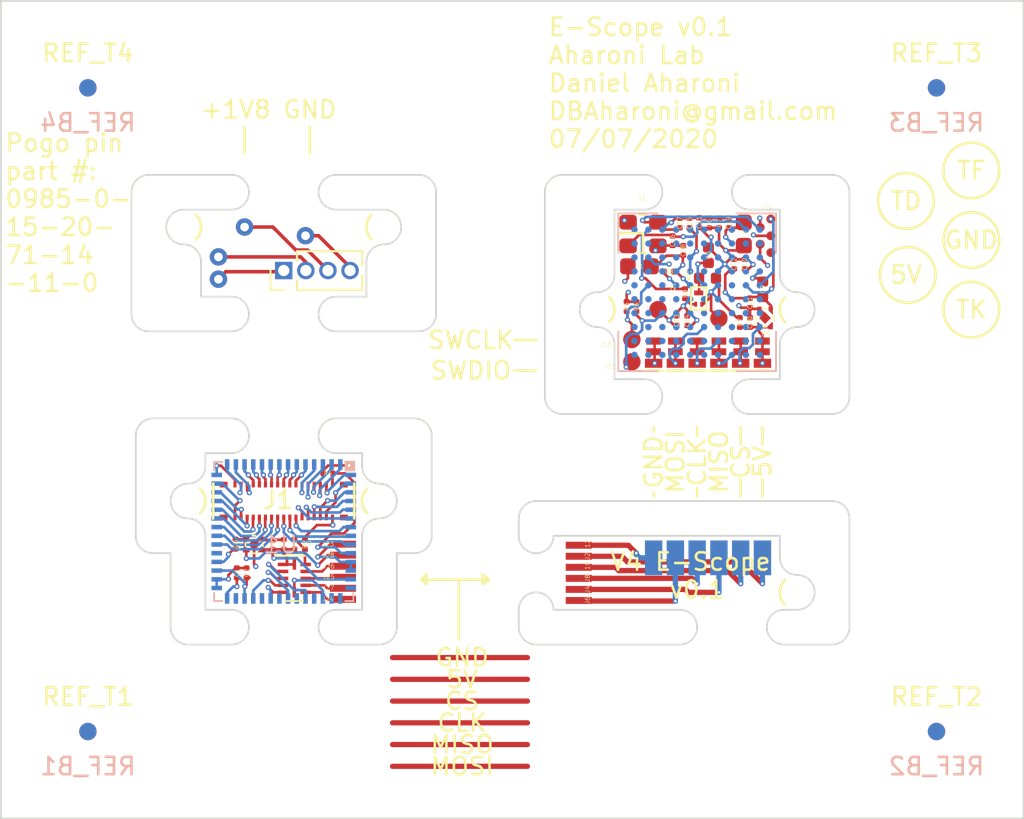
<source format=kicad_pcb>
(kicad_pcb (version 20171130) (host pcbnew "(5.1.5)-3")
  (title_block (title "32ch Ephys PCB") (company "Aharoni Lab"))
  (layers (0 F.Cu signal) (1 In1.Cu signal) (2 In2.Cu signal) (31 B.Cu signal) (34 B.Paste user) (35 F.Paste user) (36 B.SilkS user) (37 F.SilkS user) (38 B.Mask user) (39 F.Mask user) (44 Edge.Cuts user))
  (net 0 "")
  (net 1 +1V8)
  (net 2 GND)
  (net 3 +3V3)
  (net 4 +5V)
  (net 5 "Net-(D1-Pad1)")
  (net 6 "Net-(C1-Pad1)")
  (net 7 /MCU/VDDCORE)
  (net 8 /MCU/VDDPLL)
  (net 9 /MCU/VDDUTMIC)
  (net 10 /MCU/RED_LED)
  (net 11 /Ephys/IN7)
  (net 12 /Ephys/IN6)
  (net 13 /Ephys/IN5)
  (net 14 /Ephys/IN4)
  (net 15 /Ephys/IN3)
  (net 16 /Ephys/IN2)
  (net 17 /Ephys/IN1)
  (net 18 /Ephys/IN0)
  (net 19 /Ephys/IN31)
  (net 20 /Ephys/IN30)
  (net 21 /Ephys/IN29)
  (net 22 /Ephys/IN28)
  (net 23 /Ephys/IN27)
  (net 24 /Ephys/IN26)
  (net 25 /Ephys/IN25)
  (net 26 /Ephys/IN24)
  (net 27 /Ephys/REF_ELEC)
  (net 28 /Ephys/IN23)
  (net 29 /Ephys/IN22)
  (net 30 /Ephys/IN21)
  (net 31 /Ephys/IN20)
  (net 32 /Ephys/IN19)
  (net 33 /Ephys/IN18)
  (net 34 /Ephys/IN17)
  (net 35 /Ephys/IN16)
  (net 36 /Ephys/IN15)
  (net 37 /Ephys/IN14)
  (net 38 /Ephys/IN13)
  (net 39 /Ephys/IN12)
  (net 40 /Ephys/IN11)
  (net 41 /Ephys/IN10)
  (net 42 /Ephys/IN9)
  (net 43 /Ephys/IN8)
  (net 44 /Connector-Interface/MISO_MCU)
  (net 45 /Connector-Interface/MOSI_MCU)
  (net 46 /Connector-Interface/SPCK_MCU)
  (net 47 /Connector-Interface/CS_MCU)
  (net 48 /MCU/SWDIO)
  (net 49 /MCU/SWDCLK)
  (net 50 /MCU/SPI0_MISO)
  (net 51 /MCU/SPI0_MOSI)
  (net 52 /MCU/SPI0_SPCK)
  (net 53 /MCU/SPI0_NPCS0)
  (net 54 /Ephys/MCU_VCC)
  (net 55 "Net-(U1-Pad14)")
  (net 56 "Net-(U1-Pad15)")
  (net 57 "Net-(U1-Pad16)")
  (net 58 "Net-(U1-Pad18)")
  (net 59 /Ephys/CS_RHD)
  (net 60 "Net-(U1-Pad20)")
  (net 61 /Ephys/SCLK_RHD)
  (net 62 "Net-(U1-Pad22)")
  (net 63 /Ephys/MOSI_RHD)
  (net 64 "Net-(U1-Pad24)")
  (net 65 /Ephys/MISO_RHD)
  (net 66 "Net-(U1-Pad27)")
  (net 67 "Net-(U1-Pad33)")
  (net 68 /Ephys/CS_MCU)
  (net 69 /Ephys/MOSI_MCU)
  (net 70 /Ephys/SCLK_MCU)
  (net 71 /Ephys/MISO_MCU)
  (net 72 "Net-(U4-PadK10)")
  (net 73 "Net-(U4-PadK9)")
  (net 74 "Net-(U4-PadK8)")
  (net 75 "Net-(U4-PadK7)")
  (net 76 "Net-(U4-PadK6)")
  (net 77 "Net-(U4-PadK5)")
  (net 78 "Net-(U4-PadK4)")
  (net 79 "Net-(U4-PadK2)")
  (net 80 "Net-(U4-PadK1)")
  (net 81 "Net-(U4-PadJ10)")
  (net 82 "Net-(U4-PadJ9)")
  (net 83 "Net-(U4-PadJ8)")
  (net 84 "Net-(U4-PadJ7)")
  (net 85 "Net-(U4-PadJ6)")
  (net 86 "Net-(U4-PadJ5)")
  (net 87 "Net-(U4-PadJ3)")
  (net 88 "Net-(U4-PadJ2)")
  (net 89 "Net-(U4-PadJ1)")
  (net 90 "Net-(U4-PadH10)")
  (net 91 "Net-(U4-PadH9)")
  (net 92 "Net-(U4-PadH8)")
  (net 93 "Net-(U4-PadH7)")
  (net 94 "Net-(U4-PadH6)")
  (net 95 "Net-(U4-PadH2)")
  (net 96 /MCU/NRESET)
  (net 97 "Net-(U4-PadG9)")
  (net 98 "Net-(U4-PadG5)")
  (net 99 "Net-(U4-PadG4)")
  (net 100 "Net-(U4-PadG3)")
  (net 101 "Net-(U4-PadG2)")
  (net 102 "Net-(U4-PadG1)")
  (net 103 "Net-(U4-PadF10)")
  (net 104 "Net-(U4-PadF9)")
  (net 105 "Net-(U4-PadF8)")
  (net 106 "Net-(U4-PadF7)")
  (net 107 "Net-(U4-PadF2)")
  (net 108 "Net-(U4-PadF1)")
  (net 109 "Net-(U4-PadE8)")
  (net 110 "Net-(U4-PadE3)")
  (net 111 /MCU/TK)
  (net 112 /MCU/TF)
  (net 113 "Net-(U4-PadD10)")
  (net 114 "Net-(U4-PadD9)")
  (net 115 "Net-(U4-PadD8)")
  (net 116 "Net-(U4-PadD5)")
  (net 117 "Net-(U4-PadD2)")
  (net 118 "Net-(U4-PadC10)")
  (net 119 /MCU/TD)
  (net 120 /MCU/SCL_I2C)
  (net 121 "Net-(U4-PadC7)")
  (net 122 "Net-(U4-PadC1)")
  (net 123 "Net-(U4-PadB10)")
  (net 124 /MCU/SDA_I2C)
  (net 125 "Net-(U4-PadB8)")
  (net 126 "Net-(U4-PadB7)")
  (net 127 "Net-(U4-PadB6)")
  (net 128 "Net-(U4-PadB5)")
  (net 129 "Net-(U4-PadB4)")
  (net 130 "Net-(U4-PadB2)")
  (net 131 "Net-(U4-PadB1)")
  (net 132 "Net-(U4-PadA10)")
  (net 133 "Net-(U4-PadA6)")
  (net 134 "Net-(U4-PadA5)")
  (net 135 "Net-(U4-PadA4)")
  (net 136 "Net-(U4-PadA3)")
  (net 137 /MCU/XOUT)
  (net 138 /MCU/XIN)
  (net 139 "Net-(D1-Pad2)")
  (net 140 "Net-(Q1-Pad1)")
  (net 141 "Net-(U4-PadH4)")
  (net 142 "Net-(U4-PadH3)")
  (net 143 "Net-(U4-PadE10)")
  (net 144 "Net-(U4-PadA7)")
  (module .Transistor:TRXDFN3_101X61X53L25X15N (layer F.Cu) (at 135.0896 117.1124 90)
    (fp_text reference Q1 (at 0.675 -1.475 90) (layer F.SilkS) (effects (font (size 0.254 0.254) (thickness 0.0254))))
    (fp_text value MMBT3904LP-7B)
    (pad 3 smd rect (at 0.325 0 90) (size 0.28 0.52) (layers F.Cu F.Paste F.Mask) (net 5 "Net-(D1-Pad1)"))
    (pad 2 smd rect (at -0.325 0.175 90) (size 0.28 0.17) (layers F.Cu F.Paste F.Mask) (net 2 GND))
    (pad 1 smd rect (at -0.325 -0.175 90) (size 0.28 0.17) (layers F.Cu F.Paste F.Mask) (net 140 "Net-(Q1-Pad1)"))
  )
  (module Connector_PinHeader_1.27mm:PinHeader_1x04_P1.27mm_Vertical (layer F.Cu) (at 111.25 115.5 90)
    (fp_text reference J_programming hide)
    (fp_text value PinHeader_1x04_P1.27mm_Vertical)
    (pad 4 thru_hole oval (at 0 3.81 90) (size 1 1) (drill 0.65) (layers *.Cu *.Mask))
    (pad 3 thru_hole oval (at 0 2.54 90) (size 1 1) (drill 0.65) (layers *.Cu *.Mask))
    (pad 2 thru_hole oval (at 0 1.27 90) (size 1 1) (drill 0.65) (layers *.Cu *.Mask))
    (pad 1 thru_hole rect (at 0 0 90) (size 1 1) (drill 0.65) (layers *.Cu *.Mask))
  )
  (module .Connector:Conn_1x1_100x100_Pad (layer F.Cu) (at 112.5 113.5)
    (fp_text reference TP_1V8 hide)
    (fp_text value Conn_1x1_250x750_Pad)
    (pad 1 thru_hole circle (at 0 0) (size 1 1) (drill 0.5) (layers *.Cu *.Mask))
  )
  (module .Connector:Conn_1x1_100x100_Pad (layer F.Cu) (at 109 113)
    (fp_text reference TP_1V8 hide)
    (fp_text value Conn_1x1_250x750_Pad)
    (pad 1 thru_hole circle (at 0 0) (size 1 1) (drill 0.5) (layers *.Cu *.Mask))
  )
  (module .Connector:Conn_1x1_100x100_Pad (layer F.Cu) (at 136.25 118.25)
    (fp_text reference TP_GND hide)
    (fp_text value Conn_1x1_250x750_Pad)
    (pad 1 smd circle (at 0 0) (size 1 1) (layers F.Cu F.Paste F.Mask) (net 2 GND))
  )
  (module .Connector:Conn_1x1_100x100_Pad (layer F.Cu) (at 132.75 117.75)
    (fp_text reference TP_1V8 hide)
    (fp_text value Conn_1x1_250x750_Pad)
    (pad 1 smd circle (at 0 0) (size 1 1) (layers F.Cu F.Paste F.Mask) (net 1 +1V8))
  )
  (module .Connector:Conn_1x1_700_Circular_Pad (layer F.Cu) (at 112.75 119.25 180)
    (fp_text reference HOLE)
    (fp_text value Conn_1x1_700_Circular_Pad)
    (pad "" np_thru_hole circle (at 0 0 180) (size 0.5 0.5) (drill 0.5) (layers *.Cu *.Mask))
  )
  (module .Connector:Conn_1x1_700_Circular_Pad (layer F.Cu) (at 112 119.25 180)
    (fp_text reference HOLE)
    (fp_text value Conn_1x1_700_Circular_Pad)
    (pad "" np_thru_hole circle (at 0 0 180) (size 0.5 0.5) (drill 0.5) (layers *.Cu *.Mask))
  )
  (module .Connector:Conn_1x1_700_Circular_Pad (layer F.Cu) (at 109 119.25 180)
    (fp_text reference HOLE)
    (fp_text value Conn_1x1_700_Circular_Pad)
    (pad "" np_thru_hole circle (at 0 0 180) (size 0.5 0.5) (drill 0.5) (layers *.Cu *.Mask))
  )
  (module .Connector:Conn_1x1_700_Circular_Pad (layer F.Cu) (at 113.5 119.25 180)
    (fp_text reference HOLE)
    (fp_text value Conn_1x1_700_Circular_Pad)
    (pad "" np_thru_hole circle (at 0 0 180) (size 0.5 0.5) (drill 0.5) (layers *.Cu *.Mask))
  )
  (module .Connector:Conn_1x1_700_Circular_Pad (layer F.Cu) (at 111.25 119.25 180)
    (fp_text reference HOLE)
    (fp_text value Conn_1x1_700_Circular_Pad)
    (pad "" np_thru_hole circle (at 0 0 180) (size 0.5 0.5) (drill 0.5) (layers *.Cu *.Mask))
  )
  (module .Connector:Conn_1x1_700_Circular_Pad (layer F.Cu) (at 110.5 119.25 180)
    (fp_text reference HOLE)
    (fp_text value Conn_1x1_700_Circular_Pad)
    (pad "" np_thru_hole circle (at 0 0 180) (size 0.5 0.5) (drill 0.5) (layers *.Cu *.Mask))
  )
  (module .Connector:Conn_1x1_700_Circular_Pad (layer F.Cu) (at 109.75 119.25 180)
    (fp_text reference HOLE)
    (fp_text value Conn_1x1_700_Circular_Pad)
    (pad "" np_thru_hole circle (at 0 0 180) (size 0.5 0.5) (drill 0.5) (layers *.Cu *.Mask))
  )
  (module .Connector:Conn_1x1_700_Circular_Pad (layer F.Cu) (at 109.75 117 180)
    (fp_text reference HOLE)
    (fp_text value Conn_1x1_700_Circular_Pad)
    (pad "" np_thru_hole circle (at 0 0 180) (size 0.5 0.5) (drill 0.5) (layers *.Cu *.Mask))
  )
  (module .Connector:Conn_1x1_700_Circular_Pad (layer F.Cu) (at 113.5 109.75 180)
    (fp_text reference HOLE)
    (fp_text value Conn_1x1_700_Circular_Pad)
    (pad "" np_thru_hole circle (at 0 0 180) (size 0.5 0.5) (drill 0.5) (layers *.Cu *.Mask))
  )
  (module .Connector:Conn_1x1_700_Circular_Pad (layer F.Cu) (at 110.5 117 180)
    (fp_text reference HOLE)
    (fp_text value Conn_1x1_700_Circular_Pad)
    (pad "" np_thru_hole circle (at 0 0 180) (size 0.5 0.5) (drill 0.5) (layers *.Cu *.Mask))
  )
  (module .Connector:Conn_1x1_700_Circular_Pad (layer F.Cu) (at 112 117 180)
    (fp_text reference HOLE)
    (fp_text value Conn_1x1_700_Circular_Pad)
    (pad "" np_thru_hole circle (at 0 0 180) (size 0.5 0.5) (drill 0.5) (layers *.Cu *.Mask))
  )
  (module .Connector:Conn_1x1_700_Circular_Pad (layer F.Cu) (at 112.75 117 180)
    (fp_text reference HOLE)
    (fp_text value Conn_1x1_700_Circular_Pad)
    (pad "" np_thru_hole circle (at 0 0 180) (size 0.5 0.5) (drill 0.5) (layers *.Cu *.Mask))
  )
  (module .Connector:Conn_1x1_700_Circular_Pad (layer F.Cu) (at 111.25 117 180)
    (fp_text reference HOLE)
    (fp_text value Conn_1x1_700_Circular_Pad)
    (pad "" np_thru_hole circle (at 0 0 180) (size 0.5 0.5) (drill 0.5) (layers *.Cu *.Mask))
  )
  (module .Connector:Conn_1x1_700_Circular_Pad (layer F.Cu) (at 109.75 109.75)
    (fp_text reference HOLE)
    (fp_text value Conn_1x1_700_Circular_Pad)
    (pad "" np_thru_hole circle (at 0 0) (size 0.5 0.5) (drill 0.5) (layers *.Cu *.Mask))
  )
  (module .Connector:Conn_1x1_700_Circular_Pad (layer F.Cu) (at 112.75 112)
    (fp_text reference HOLE)
    (fp_text value Conn_1x1_700_Circular_Pad)
    (pad "" np_thru_hole circle (at 0 0) (size 0.5 0.5) (drill 0.5) (layers *.Cu *.Mask))
  )
  (module .Connector:Conn_1x1_700_Circular_Pad (layer F.Cu) (at 110.5 112)
    (fp_text reference HOLE)
    (fp_text value Conn_1x1_700_Circular_Pad)
    (pad "" np_thru_hole circle (at 0 0) (size 0.5 0.5) (drill 0.5) (layers *.Cu *.Mask))
  )
  (module .Connector:Conn_1x1_700_Circular_Pad (layer F.Cu) (at 112.75 109.75)
    (fp_text reference HOLE)
    (fp_text value Conn_1x1_700_Circular_Pad)
    (pad "" np_thru_hole circle (at 0 0) (size 0.5 0.5) (drill 0.5) (layers *.Cu *.Mask))
  )
  (module .Connector:Conn_1x1_700_Circular_Pad (layer F.Cu) (at 111.25 109.75)
    (fp_text reference HOLE)
    (fp_text value Conn_1x1_700_Circular_Pad)
    (pad "" np_thru_hole circle (at 0 0) (size 0.5 0.5) (drill 0.5) (layers *.Cu *.Mask))
  )
  (module .Connector:Conn_1x1_700_Circular_Pad (layer F.Cu) (at 112 109.75)
    (fp_text reference HOLE)
    (fp_text value Conn_1x1_700_Circular_Pad)
    (pad "" np_thru_hole circle (at 0 0) (size 0.5 0.5) (drill 0.5) (layers *.Cu *.Mask))
  )
  (module .Connector:Conn_1x1_700_Circular_Pad (layer F.Cu) (at 112 112)
    (fp_text reference HOLE)
    (fp_text value Conn_1x1_700_Circular_Pad)
    (pad "" np_thru_hole circle (at 0 0) (size 0.5 0.5) (drill 0.5) (layers *.Cu *.Mask))
  )
  (module .Connector:Conn_1x1_700_Circular_Pad (layer F.Cu) (at 110.5 109.75)
    (fp_text reference HOLE)
    (fp_text value Conn_1x1_700_Circular_Pad)
    (pad "" np_thru_hole circle (at 0 0) (size 0.5 0.5) (drill 0.5) (layers *.Cu *.Mask))
  )
  (module .Connector:Conn_1x1_700_Circular_Pad (layer F.Cu) (at 109.75 112)
    (fp_text reference HOLE)
    (fp_text value Conn_1x1_700_Circular_Pad)
    (pad "" np_thru_hole circle (at 0 0) (size 0.5 0.5) (drill 0.5) (layers *.Cu *.Mask))
  )
  (module .Connector:Conn_1x1_700_Circular_Pad (layer F.Cu) (at 111.25 112)
    (fp_text reference HOLE)
    (fp_text value Conn_1x1_700_Circular_Pad)
    (pad "" np_thru_hole circle (at 0 0) (size 0.5 0.5) (drill 0.5) (layers *.Cu *.Mask))
  )
  (module .Connector:Conn_1x1_700_Circular_Pad (layer F.Cu) (at 109 109.75 180)
    (fp_text reference HOLE)
    (fp_text value Conn_1x1_700_Circular_Pad)
    (pad "" np_thru_hole circle (at 0 0 180) (size 0.5 0.5) (drill 0.5) (layers *.Cu *.Mask))
  )
  (module .Connector:Conn_1x1_700_Circular_Pad (layer F.Cu) (at 105.5 113)
    (fp_text reference HOLE)
    (fp_text value Conn_1x1_700_Circular_Pad)
    (pad "" np_thru_hole circle (at 0 0) (size 1 1) (drill 1) (layers *.Cu *.Mask))
  )
  (module .Connector:Conn_1x1_700_Circular_Pad (layer F.Cu) (at 117 113)
    (fp_text reference HOLE)
    (fp_text value Conn_1x1_700_Circular_Pad)
    (pad "" np_thru_hole circle (at 0 0) (size 1 1) (drill 1) (layers *.Cu *.Mask))
  )
  (module .Connector:Conn_1x1_250x750_Pad (layer F.Cu) (at 107.5 114.7174)
    (fp_text reference J16 hide)
    (fp_text value Conn_01x01)
    (pad 1 thru_hole circle (at 0 0) (size 1 1) (drill 0.5) (layers *.Cu *.Mask))
  )
  (module .Connector:Conn_1x1_250x750_Pad (layer F.Cu) (at 107.5 116)
    (fp_text reference J15 hide)
    (fp_text value Conn_01x01)
    (pad 1 thru_hole circle (at 0 0) (size 1 1) (drill 0.5) (layers *.Cu *.Mask))
  )
  (module .Connector:Spring_2306334 (layer F.Cu) (at 132.5 120.25 270)
    (fp_text reference J22 hide)
    (fp_text value Conn_01x01)
    (pad 1 smd rect (at 0.58 0 270) (size 0.52 1) (layers F.Cu F.Paste F.Mask) (net 2 GND))
    (pad 1 smd rect (at -0.08 0 270) (size 0.4 0.84) (layers F.Cu F.Paste F.Mask) (net 2 GND))
    (pad 1 smd rect (at -0.695 0 270) (size 0.41 0.84) (layers F.Cu F.Paste F.Mask) (net 2 GND))
  )
  (module .Connector:Spring_2306334 (layer F.Cu) (at 137.5 120.25 270)
    (fp_text reference J21 hide)
    (fp_text value Conn_01x01)
    (pad 1 smd rect (at 0.58 0 270) (size 0.52 1) (layers F.Cu F.Paste F.Mask) (net 53 /MCU/SPI0_NPCS0))
    (pad 1 smd rect (at -0.08 0 270) (size 0.4 0.84) (layers F.Cu F.Paste F.Mask) (net 53 /MCU/SPI0_NPCS0))
    (pad 1 smd rect (at -0.695 0 270) (size 0.41 0.84) (layers F.Cu F.Paste F.Mask) (net 53 /MCU/SPI0_NPCS0))
  )
  (module .Connector:Spring_2306334 (layer F.Cu) (at 135 120.25 270)
    (fp_text reference J20 hide)
    (fp_text value Conn_01x01)
    (pad 1 smd rect (at 0.58 0 270) (size 0.52 1) (layers F.Cu F.Paste F.Mask) (net 52 /MCU/SPI0_SPCK))
    (pad 1 smd rect (at -0.08 0 270) (size 0.4 0.84) (layers F.Cu F.Paste F.Mask) (net 52 /MCU/SPI0_SPCK))
    (pad 1 smd rect (at -0.695 0 270) (size 0.41 0.84) (layers F.Cu F.Paste F.Mask) (net 52 /MCU/SPI0_SPCK))
  )
  (module .Connector:Spring_2306334 (layer F.Cu) (at 133.75 120.25 270)
    (fp_text reference J19 hide)
    (fp_text value Conn_01x01)
    (pad 1 smd rect (at 0.58 0 270) (size 0.52 1) (layers F.Cu F.Paste F.Mask) (net 51 /MCU/SPI0_MOSI))
    (pad 1 smd rect (at -0.08 0 270) (size 0.4 0.84) (layers F.Cu F.Paste F.Mask) (net 51 /MCU/SPI0_MOSI))
    (pad 1 smd rect (at -0.695 0 270) (size 0.41 0.84) (layers F.Cu F.Paste F.Mask) (net 51 /MCU/SPI0_MOSI))
  )
  (module .Connector:Spring_2306334 (layer F.Cu) (at 136.25 120.25 270)
    (fp_text reference J18 hide)
    (fp_text value Conn_01x01)
    (pad 1 smd rect (at 0.58 0 270) (size 0.52 1) (layers F.Cu F.Paste F.Mask) (net 50 /MCU/SPI0_MISO))
    (pad 1 smd rect (at -0.08 0 270) (size 0.4 0.84) (layers F.Cu F.Paste F.Mask) (net 50 /MCU/SPI0_MISO))
    (pad 1 smd rect (at -0.695 0 270) (size 0.41 0.84) (layers F.Cu F.Paste F.Mask) (net 50 /MCU/SPI0_MISO))
  )
  (module .Connector:Spring_2306334 (layer F.Cu) (at 138.75 120.25 270)
    (fp_text reference J17 hide)
    (fp_text value Conn_01x01)
    (pad 1 smd rect (at 0.58 0 270) (size 0.52 1) (layers F.Cu F.Paste F.Mask) (net 4 +5V))
    (pad 1 smd rect (at -0.08 0 270) (size 0.4 0.84) (layers F.Cu F.Paste F.Mask) (net 4 +5V))
    (pad 1 smd rect (at -0.695 0 270) (size 0.41 0.84) (layers F.Cu F.Paste F.Mask) (net 4 +5V))
  )
  (module Fiducial:Fiducial_1mm_Mask2mm (layer B.Cu) (at 100 142)
    (fp_text reference REF_B1 (at 0 2) (layer B.SilkS) (effects (justify mirror)))
    (fp_text value Fiducial_1mm_Mask2mm)
    (pad "" smd circle (at 0 0) (size 1 1) (layers B.Cu B.Mask) (clearance 0.5))
  )
  (module Fiducial:Fiducial_1mm_Mask2mm (layer B.Cu) (at 100 105)
    (fp_text reference REF_B4 (at 0 2) (layer B.SilkS) (effects (justify mirror)))
    (fp_text value Fiducial_1mm_Mask2mm)
    (pad "" smd circle (at 0 0) (size 1 1) (layers B.Cu B.Mask) (clearance 0.5))
  )
  (module Fiducial:Fiducial_1mm_Mask2mm (layer B.Cu) (at 148.75 105)
    (fp_text reference REF_B3 (at 0 2) (layer B.SilkS) (effects (justify mirror)))
    (fp_text value Fiducial_1mm_Mask2mm)
    (pad "" smd circle (at 0 0) (size 1 1) (layers B.Cu B.Mask) (clearance 0.5))
  )
  (module Fiducial:Fiducial_1mm_Mask2mm (layer B.Cu) (at 148.75 142)
    (fp_text reference REF_B2 (at 0 2) (layer B.SilkS) (effects (justify mirror)))
    (fp_text value Fiducial_1mm_Mask2mm)
    (pad "" smd circle (at 0 0) (size 1 1) (layers B.Cu B.Mask) (clearance 0.5))
  )
  (module Fiducial:Fiducial_1mm_Mask2mm (layer F.Cu) (at 148.75 142)
    (fp_text reference REF_T2 (at 0 -2) (layer F.SilkS))
    (fp_text value Fiducial_1mm_Mask2mm)
    (pad "" smd circle (at 0 0) (size 1 1) (layers F.Cu F.Mask) (clearance 0.5))
  )
  (module Fiducial:Fiducial_1mm_Mask2mm (layer F.Cu) (at 148.75 105)
    (fp_text reference REF_T3 (at 0 -2) (layer F.SilkS))
    (fp_text value Fiducial_1mm_Mask2mm)
    (pad "" smd circle (at 0 0) (size 1 1) (layers F.Cu F.Mask) (clearance 0.5))
  )
  (module Fiducial:Fiducial_1mm_Mask2mm (layer F.Cu) (at 100 105)
    (fp_text reference REF_T4 (at 0 -2) (layer F.SilkS))
    (fp_text value Fiducial_1mm_Mask2mm)
    (pad "" smd circle (at 0 0) (size 1 1) (layers F.Cu F.Mask) (clearance 0.5))
  )
  (module Fiducial:Fiducial_1mm_Mask2mm (layer F.Cu) (at 100 142)
    (fp_text reference REF_T1 (at 0 -2) (layer F.SilkS))
    (fp_text value Fiducial_1mm_Mask2mm)
    (pad "" smd circle (at 0 0) (size 1 1) (layers F.Cu F.Mask) (clearance 0.5))
  )
  (module .Connector:Conn_1x1_700_Circular_Pad (layer F.Cu) (at 138.875 135 180)
    (fp_text reference HOLE)
    (fp_text value Conn_1x1_700_Circular_Pad)
    (pad "" np_thru_hole circle (at 0 0 180) (size 0.5 0.5) (drill 0.5) (layers *.Cu *.Mask))
  )
  (module .Connector:Conn_1x1_700_Circular_Pad (layer F.Cu) (at 139.25 137.25)
    (fp_text reference HOLE)
    (fp_text value Conn_1x1_700_Circular_Pad)
    (pad "" np_thru_hole circle (at 0 0) (size 0.5 0.5) (drill 0.5) (layers *.Cu *.Mask))
  )
  (module .Connector:Conn_1x1_700_Circular_Pad (layer F.Cu) (at 134.75 137.25)
    (fp_text reference HOLE)
    (fp_text value Conn_1x1_700_Circular_Pad)
    (pad "" np_thru_hole circle (at 0 0) (size 0.5 0.5) (drill 0.5) (layers *.Cu *.Mask))
  )
  (module .Connector:Conn_1x1_700_Circular_Pad (layer F.Cu) (at 137.375 135 180)
    (fp_text reference HOLE)
    (fp_text value Conn_1x1_700_Circular_Pad)
    (pad "" np_thru_hole circle (at 0 0 180) (size 0.5 0.5) (drill 0.5) (layers *.Cu *.Mask))
  )
  (module .Connector:Conn_1x1_700_Circular_Pad (layer F.Cu) (at 136.25 137.25 180)
    (fp_text reference HOLE)
    (fp_text value Conn_1x1_700_Circular_Pad)
    (pad "" np_thru_hole circle (at 0 0 180) (size 0.5 0.5) (drill 0.5) (layers *.Cu *.Mask))
  )
  (module .Connector:Conn_1x1_700_Circular_Pad (layer F.Cu) (at 135.125 135 180)
    (fp_text reference HOLE)
    (fp_text value Conn_1x1_700_Circular_Pad)
    (pad "" np_thru_hole circle (at 0 0 180) (size 0.5 0.5) (drill 0.5) (layers *.Cu *.Mask))
  )
  (module .Connector:Conn_1x1_700_Circular_Pad (layer F.Cu) (at 138.125 135 180)
    (fp_text reference HOLE)
    (fp_text value Conn_1x1_700_Circular_Pad)
    (pad "" np_thru_hole circle (at 0 0 180) (size 0.5 0.5) (drill 0.5) (layers *.Cu *.Mask))
  )
  (module .Connector:Conn_1x1_700_Circular_Pad (layer F.Cu) (at 137.75 137.25 180)
    (fp_text reference HOLE)
    (fp_text value Conn_1x1_700_Circular_Pad)
    (pad "" np_thru_hole circle (at 0 0 180) (size 0.5 0.5) (drill 0.5) (layers *.Cu *.Mask))
  )
  (module .Connector:Conn_1x1_700_Circular_Pad (layer F.Cu) (at 138.5 137.25 180)
    (fp_text reference HOLE)
    (fp_text value Conn_1x1_700_Circular_Pad)
    (pad "" np_thru_hole circle (at 0 0 180) (size 0.5 0.5) (drill 0.5) (layers *.Cu *.Mask))
  )
  (module .Connector:Conn_1x1_700_Circular_Pad (layer F.Cu) (at 137 137.25 180)
    (fp_text reference HOLE)
    (fp_text value Conn_1x1_700_Circular_Pad)
    (pad "" np_thru_hole circle (at 0 0 180) (size 0.5 0.5) (drill 0.5) (layers *.Cu *.Mask))
  )
  (module .Connector:Conn_1x1_700_Circular_Pad (layer F.Cu) (at 136.625 135 180)
    (fp_text reference HOLE)
    (fp_text value Conn_1x1_700_Circular_Pad)
    (pad "" np_thru_hole circle (at 0 0 180) (size 0.5 0.5) (drill 0.5) (layers *.Cu *.Mask))
  )
  (module .Connector:Conn_1x1_700_Circular_Pad (layer F.Cu) (at 135.875 135 180)
    (fp_text reference HOLE)
    (fp_text value Conn_1x1_700_Circular_Pad)
    (pad "" np_thru_hole circle (at 0 0 180) (size 0.5 0.5) (drill 0.5) (layers *.Cu *.Mask))
  )
  (module .Connector:Conn_1x1_700_Circular_Pad (layer F.Cu) (at 135.5 137.25 180)
    (fp_text reference HOLE)
    (fp_text value Conn_1x1_700_Circular_Pad)
    (pad "" np_thru_hole circle (at 0 0 180) (size 0.5 0.5) (drill 0.5) (layers *.Cu *.Mask))
  )
  (module .Connector:Conn_1x1_700_Circular_Pad (layer F.Cu) (at 124.5 131.375 180)
    (fp_text reference HOLE)
    (fp_text value Conn_1x1_700_Circular_Pad)
    (pad "" np_thru_hole circle (at 0 0 180) (size 0.5 0.5) (drill 0.5) (layers *.Cu *.Mask))
  )
  (module .Connector:Conn_1x1_700_Circular_Pad (layer F.Cu) (at 124.5 134.375 180)
    (fp_text reference HOLE)
    (fp_text value Conn_1x1_700_Circular_Pad)
    (pad "" np_thru_hole circle (at 0 0 180) (size 0.5 0.5) (drill 0.5) (layers *.Cu *.Mask))
  )
  (module .Connector:Conn_1x1_700_Circular_Pad (layer F.Cu) (at 126.75 131.75 180)
    (fp_text reference HOLE)
    (fp_text value Conn_1x1_700_Circular_Pad)
    (pad "" np_thru_hole circle (at 0 0 180) (size 0.5 0.5) (drill 0.5) (layers *.Cu *.Mask))
  )
  (module .Connector:Conn_1x1_700_Circular_Pad (layer F.Cu) (at 113.5 137.25 180)
    (fp_text reference HOLE)
    (fp_text value Conn_1x1_700_Circular_Pad)
    (pad "" np_thru_hole circle (at 0 0 180) (size 0.5 0.5) (drill 0.5) (layers *.Cu *.Mask))
  )
  (module .Connector:Conn_1x1_700_Circular_Pad (layer F.Cu) (at 109 137.25 180)
    (fp_text reference HOLE)
    (fp_text value Conn_1x1_700_Circular_Pad)
    (pad "" np_thru_hole circle (at 0 0 180) (size 0.5 0.5) (drill 0.5) (layers *.Cu *.Mask))
  )
  (module .Connector:Conn_1x1_700_Circular_Pad (layer F.Cu) (at 109 123.75 180)
    (fp_text reference HOLE)
    (fp_text value Conn_1x1_700_Circular_Pad)
    (pad "" np_thru_hole circle (at 0 0 180) (size 0.5 0.5) (drill 0.5) (layers *.Cu *.Mask))
  )
  (module .Connector:Conn_1x1_700_Circular_Pad (layer F.Cu) (at 113.5 123.75 180)
    (fp_text reference HOLE)
    (fp_text value Conn_1x1_700_Circular_Pad)
    (pad "" np_thru_hole circle (at 0 0 180) (size 0.5 0.5) (drill 0.5) (layers *.Cu *.Mask))
  )
  (module .Connector:Conn_1x1_700_Circular_Pad (layer F.Cu) (at 132.75 109.75 180)
    (fp_text reference HOLE)
    (fp_text value Conn_1x1_700_Circular_Pad)
    (pad "" np_thru_hole circle (at 0 0 180) (size 0.5 0.5) (drill 0.5) (layers *.Cu *.Mask))
  )
  (module .Connector:Conn_1x1_700_Circular_Pad (layer F.Cu) (at 137.25 109.75 180)
    (fp_text reference HOLE)
    (fp_text value Conn_1x1_700_Circular_Pad)
    (pad "" np_thru_hole circle (at 0 0 180) (size 0.5 0.5) (drill 0.5) (layers *.Cu *.Mask))
  )
  (module .Connector:Conn_1x1_700_Circular_Pad (layer F.Cu) (at 137.25 124 180)
    (fp_text reference HOLE)
    (fp_text value Conn_1x1_700_Circular_Pad)
    (pad "" np_thru_hole circle (at 0 0 180) (size 0.5 0.5) (drill 0.5) (layers *.Cu *.Mask))
  )
  (module .Connector:Conn_1x1_700_Circular_Pad (layer F.Cu) (at 132.75 124 180)
    (fp_text reference HOLE)
    (fp_text value Conn_1x1_700_Circular_Pad)
    (pad "" np_thru_hole circle (at 0 0 180) (size 0.5 0.5) (drill 0.5) (layers *.Cu *.Mask))
  )
  (module .Connector:Conn_1x1_700_Circular_Pad (layer F.Cu) (at 124.5 132.875 90)
    (fp_text reference HOLE)
    (fp_text value Conn_1x1_700_Circular_Pad)
    (pad "" np_thru_hole circle (at 0 0 90) (size 0.5 0.5) (drill 0.5) (layers *.Cu *.Mask))
  )
  (module .Connector:Conn_1x1_700_Circular_Pad (layer F.Cu) (at 126.75 132.5 90)
    (fp_text reference HOLE)
    (fp_text value Conn_1x1_700_Circular_Pad)
    (pad "" np_thru_hole circle (at 0 0 90) (size 0.5 0.5) (drill 0.5) (layers *.Cu *.Mask))
  )
  (module .Connector:Conn_1x1_700_Circular_Pad (layer F.Cu) (at 124.5 133.625 90)
    (fp_text reference HOLE)
    (fp_text value Conn_1x1_700_Circular_Pad)
    (pad "" np_thru_hole circle (at 0 0 90) (size 0.5 0.5) (drill 0.5) (layers *.Cu *.Mask))
  )
  (module .Connector:Conn_1x1_700_Circular_Pad (layer F.Cu) (at 126.75 134 90)
    (fp_text reference HOLE)
    (fp_text value Conn_1x1_700_Circular_Pad)
    (pad "" np_thru_hole circle (at 0 0 90) (size 0.5 0.5) (drill 0.5) (layers *.Cu *.Mask))
  )
  (module .Connector:Conn_1x1_700_Circular_Pad (layer F.Cu) (at 126.75 133.25 90)
    (fp_text reference HOLE)
    (fp_text value Conn_1x1_700_Circular_Pad)
    (pad "" np_thru_hole circle (at 0 0 90) (size 0.5 0.5) (drill 0.5) (layers *.Cu *.Mask))
  )
  (module .Connector:Conn_1x1_700_Circular_Pad (layer F.Cu) (at 124.5 132.125 90)
    (fp_text reference HOLE)
    (fp_text value Conn_1x1_700_Circular_Pad)
    (pad "" np_thru_hole circle (at 0 0 90) (size 0.5 0.5) (drill 0.5) (layers *.Cu *.Mask))
  )
  (module .Connector:Conn_1x1_700_Circular_Pad (layer F.Cu) (at 135.75 122 180)
    (fp_text reference HOLE)
    (fp_text value Conn_1x1_700_Circular_Pad)
    (pad "" np_thru_hole circle (at 0 0 180) (size 0.5 0.5) (drill 0.5) (layers *.Cu *.Mask))
  )
  (module .Connector:Conn_1x1_700_Circular_Pad (layer F.Cu) (at 134.25 124 180)
    (fp_text reference HOLE)
    (fp_text value Conn_1x1_700_Circular_Pad)
    (pad "" np_thru_hole circle (at 0 0 180) (size 0.5 0.5) (drill 0.5) (layers *.Cu *.Mask))
  )
  (module .Connector:Conn_1x1_700_Circular_Pad (layer F.Cu) (at 133.5 122 180)
    (fp_text reference HOLE)
    (fp_text value Conn_1x1_700_Circular_Pad)
    (pad "" np_thru_hole circle (at 0 0 180) (size 0.5 0.5) (drill 0.5) (layers *.Cu *.Mask))
  )
  (module .Connector:Conn_1x1_700_Circular_Pad (layer F.Cu) (at 136.5 122 180)
    (fp_text reference HOLE)
    (fp_text value Conn_1x1_700_Circular_Pad)
    (pad "" np_thru_hole circle (at 0 0 180) (size 0.5 0.5) (drill 0.5) (layers *.Cu *.Mask))
  )
  (module .Connector:Conn_1x1_700_Circular_Pad (layer F.Cu) (at 135.75 124 180)
    (fp_text reference HOLE)
    (fp_text value Conn_1x1_700_Circular_Pad)
    (pad "" np_thru_hole circle (at 0 0 180) (size 0.5 0.5) (drill 0.5) (layers *.Cu *.Mask))
  )
  (module .Connector:Conn_1x1_700_Circular_Pad (layer F.Cu) (at 136.5 124 180)
    (fp_text reference HOLE)
    (fp_text value Conn_1x1_700_Circular_Pad)
    (pad "" np_thru_hole circle (at 0 0 180) (size 0.5 0.5) (drill 0.5) (layers *.Cu *.Mask))
  )
  (module .Connector:Conn_1x1_700_Circular_Pad (layer F.Cu) (at 135 124 180)
    (fp_text reference HOLE)
    (fp_text value Conn_1x1_700_Circular_Pad)
    (pad "" np_thru_hole circle (at 0 0 180) (size 0.5 0.5) (drill 0.5) (layers *.Cu *.Mask))
  )
  (module .Connector:Conn_1x1_700_Circular_Pad (layer F.Cu) (at 135 122 180)
    (fp_text reference HOLE)
    (fp_text value Conn_1x1_700_Circular_Pad)
    (pad "" np_thru_hole circle (at 0 0 180) (size 0.5 0.5) (drill 0.5) (layers *.Cu *.Mask))
  )
  (module .Connector:Conn_1x1_700_Circular_Pad (layer F.Cu) (at 134.25 122 180)
    (fp_text reference HOLE)
    (fp_text value Conn_1x1_700_Circular_Pad)
    (pad "" np_thru_hole circle (at 0 0 180) (size 0.5 0.5) (drill 0.5) (layers *.Cu *.Mask))
  )
  (module .Connector:Conn_1x1_700_Circular_Pad (layer F.Cu) (at 133.5 124 180)
    (fp_text reference HOLE)
    (fp_text value Conn_1x1_700_Circular_Pad)
    (pad "" np_thru_hole circle (at 0 0 180) (size 0.5 0.5) (drill 0.5) (layers *.Cu *.Mask))
  )
  (module .Connector:Conn_1x1_700_Circular_Pad (layer F.Cu) (at 134.25 111.75)
    (fp_text reference HOLE)
    (fp_text value Conn_1x1_700_Circular_Pad)
    (pad "" np_thru_hole circle (at 0 0) (size 0.5 0.5) (drill 0.5) (layers *.Cu *.Mask))
  )
  (module .Connector:Conn_1x1_700_Circular_Pad (layer F.Cu) (at 135.75 109.75)
    (fp_text reference HOLE)
    (fp_text value Conn_1x1_700_Circular_Pad)
    (pad "" np_thru_hole circle (at 0 0) (size 0.5 0.5) (drill 0.5) (layers *.Cu *.Mask))
  )
  (module .Connector:Conn_1x1_700_Circular_Pad (layer F.Cu) (at 136.5 111.75)
    (fp_text reference HOLE)
    (fp_text value Conn_1x1_700_Circular_Pad)
    (pad "" np_thru_hole circle (at 0 0) (size 0.5 0.5) (drill 0.5) (layers *.Cu *.Mask))
  )
  (module .Connector:Conn_1x1_700_Circular_Pad (layer F.Cu) (at 133.5 111.75)
    (fp_text reference HOLE)
    (fp_text value Conn_1x1_700_Circular_Pad)
    (pad "" np_thru_hole circle (at 0 0) (size 0.5 0.5) (drill 0.5) (layers *.Cu *.Mask))
  )
  (module .Connector:Conn_1x1_700_Circular_Pad (layer F.Cu) (at 134.25 109.75)
    (fp_text reference HOLE)
    (fp_text value Conn_1x1_700_Circular_Pad)
    (pad "" np_thru_hole circle (at 0 0) (size 0.5 0.5) (drill 0.5) (layers *.Cu *.Mask))
  )
  (module .Connector:Conn_1x1_700_Circular_Pad (layer F.Cu) (at 133.5 109.75)
    (fp_text reference HOLE)
    (fp_text value Conn_1x1_700_Circular_Pad)
    (pad "" np_thru_hole circle (at 0 0) (size 0.5 0.5) (drill 0.5) (layers *.Cu *.Mask))
  )
  (module .Connector:Conn_1x1_700_Circular_Pad (layer F.Cu) (at 135 109.75)
    (fp_text reference HOLE)
    (fp_text value Conn_1x1_700_Circular_Pad)
    (pad "" np_thru_hole circle (at 0 0) (size 0.5 0.5) (drill 0.5) (layers *.Cu *.Mask))
  )
  (module .Connector:Conn_1x1_700_Circular_Pad (layer F.Cu) (at 135 111.75)
    (fp_text reference HOLE)
    (fp_text value Conn_1x1_700_Circular_Pad)
    (pad "" np_thru_hole circle (at 0 0) (size 0.5 0.5) (drill 0.5) (layers *.Cu *.Mask))
  )
  (module .Connector:Conn_1x1_700_Circular_Pad (layer F.Cu) (at 135.75 111.75)
    (fp_text reference HOLE)
    (fp_text value Conn_1x1_700_Circular_Pad)
    (pad "" np_thru_hole circle (at 0 0) (size 0.5 0.5) (drill 0.5) (layers *.Cu *.Mask))
  )
  (module .Connector:Conn_1x1_700_Circular_Pad (layer F.Cu) (at 136.5 109.75)
    (fp_text reference HOLE)
    (fp_text value Conn_1x1_700_Circular_Pad)
    (pad "" np_thru_hole circle (at 0 0) (size 0.5 0.5) (drill 0.5) (layers *.Cu *.Mask))
  )
  (module .Connector:Conn_1x1_700_Circular_Pad (layer F.Cu) (at 110.5 123.75)
    (fp_text reference HOLE)
    (fp_text value Conn_1x1_700_Circular_Pad)
    (pad "" np_thru_hole circle (at 0 0) (size 0.5 0.5) (drill 0.5) (layers *.Cu *.Mask))
  )
  (module .Connector:Conn_1x1_700_Circular_Pad (layer F.Cu) (at 109.75 123.75)
    (fp_text reference HOLE)
    (fp_text value Conn_1x1_700_Circular_Pad)
    (pad "" np_thru_hole circle (at 0 0) (size 0.5 0.5) (drill 0.5) (layers *.Cu *.Mask))
  )
  (module .Connector:Conn_1x1_700_Circular_Pad (layer F.Cu) (at 112 123.75)
    (fp_text reference HOLE)
    (fp_text value Conn_1x1_700_Circular_Pad)
    (pad "" np_thru_hole circle (at 0 0) (size 0.5 0.5) (drill 0.5) (layers *.Cu *.Mask))
  )
  (module .Connector:Conn_1x1_700_Circular_Pad (layer F.Cu) (at 112.75 123.75)
    (fp_text reference HOLE)
    (fp_text value Conn_1x1_700_Circular_Pad)
    (pad "" np_thru_hole circle (at 0 0) (size 0.5 0.5) (drill 0.5) (layers *.Cu *.Mask))
  )
  (module .Connector:Conn_1x1_700_Circular_Pad (layer F.Cu) (at 111.25 123.75)
    (fp_text reference HOLE)
    (fp_text value Conn_1x1_700_Circular_Pad)
    (pad "" np_thru_hole circle (at 0 0) (size 0.5 0.5) (drill 0.5) (layers *.Cu *.Mask))
  )
  (module .Connector:Conn_1x1_700_Circular_Pad (layer F.Cu) (at 110.5 125.75)
    (fp_text reference HOLE)
    (fp_text value Conn_1x1_700_Circular_Pad)
    (pad "" np_thru_hole circle (at 0 0) (size 0.5 0.5) (drill 0.5) (layers *.Cu *.Mask))
  )
  (module .Connector:Conn_1x1_700_Circular_Pad (layer F.Cu) (at 109.75 125.75)
    (fp_text reference HOLE)
    (fp_text value Conn_1x1_700_Circular_Pad)
    (pad "" np_thru_hole circle (at 0 0) (size 0.5 0.5) (drill 0.5) (layers *.Cu *.Mask))
  )
  (module .Connector:Conn_1x1_700_Circular_Pad (layer F.Cu) (at 112 125.75)
    (fp_text reference HOLE)
    (fp_text value Conn_1x1_700_Circular_Pad)
    (pad "" np_thru_hole circle (at 0 0) (size 0.5 0.5) (drill 0.5) (layers *.Cu *.Mask))
  )
  (module .Connector:Conn_1x1_700_Circular_Pad (layer F.Cu) (at 112.75 125.75)
    (fp_text reference HOLE)
    (fp_text value Conn_1x1_700_Circular_Pad)
    (pad "" np_thru_hole circle (at 0 0) (size 0.5 0.5) (drill 0.5) (layers *.Cu *.Mask))
  )
  (module .Connector:Conn_1x1_700_Circular_Pad (layer F.Cu) (at 111.25 125.75)
    (fp_text reference HOLE)
    (fp_text value Conn_1x1_700_Circular_Pad)
    (pad "" np_thru_hole circle (at 0 0) (size 0.5 0.5) (drill 0.5) (layers *.Cu *.Mask))
  )
  (module .Connector:Conn_1x1_700_Circular_Pad (layer F.Cu) (at 110.5 137.25)
    (fp_text reference HOLE)
    (fp_text value Conn_1x1_700_Circular_Pad)
    (pad "" np_thru_hole circle (at 0 0) (size 0.5 0.5) (drill 0.5) (layers *.Cu *.Mask))
  )
  (module .Connector:Conn_1x1_700_Circular_Pad (layer F.Cu) (at 109.75 137.25)
    (fp_text reference HOLE)
    (fp_text value Conn_1x1_700_Circular_Pad)
    (pad "" np_thru_hole circle (at 0 0) (size 0.5 0.5) (drill 0.5) (layers *.Cu *.Mask))
  )
  (module .Connector:Conn_1x1_700_Circular_Pad (layer F.Cu) (at 112 137.25)
    (fp_text reference HOLE)
    (fp_text value Conn_1x1_700_Circular_Pad)
    (pad "" np_thru_hole circle (at 0 0) (size 0.5 0.5) (drill 0.5) (layers *.Cu *.Mask))
  )
  (module .Connector:Conn_1x1_700_Circular_Pad (layer F.Cu) (at 112.75 137.25)
    (fp_text reference HOLE)
    (fp_text value Conn_1x1_700_Circular_Pad)
    (pad "" np_thru_hole circle (at 0 0) (size 0.5 0.5) (drill 0.5) (layers *.Cu *.Mask))
  )
  (module .Connector:Conn_1x1_700_Circular_Pad (layer F.Cu) (at 111.25 137.25)
    (fp_text reference HOLE)
    (fp_text value Conn_1x1_700_Circular_Pad)
    (pad "" np_thru_hole circle (at 0 0) (size 0.5 0.5) (drill 0.5) (layers *.Cu *.Mask))
  )
  (module .Connector:Conn_1x1_700_Circular_Pad (layer F.Cu) (at 112.75 135.25)
    (fp_text reference HOLE)
    (fp_text value Conn_1x1_700_Circular_Pad)
    (pad "" np_thru_hole circle (at 0 0) (size 0.5 0.5) (drill 0.5) (layers *.Cu *.Mask))
  )
  (module .Connector:Conn_1x1_700_Circular_Pad (layer F.Cu) (at 112 135.25)
    (fp_text reference HOLE)
    (fp_text value Conn_1x1_700_Circular_Pad)
    (pad "" np_thru_hole circle (at 0 0) (size 0.5 0.5) (drill 0.5) (layers *.Cu *.Mask))
  )
  (module .Connector:Conn_1x1_700_Circular_Pad (layer F.Cu) (at 111.25 135.25)
    (fp_text reference HOLE)
    (fp_text value Conn_1x1_700_Circular_Pad)
    (pad "" np_thru_hole circle (at 0 0) (size 0.5 0.5) (drill 0.5) (layers *.Cu *.Mask))
  )
  (module .Connector:Conn_1x1_700_Circular_Pad (layer F.Cu) (at 110.5 135.25)
    (fp_text reference HOLE)
    (fp_text value Conn_1x1_700_Circular_Pad)
    (pad "" np_thru_hole circle (at 0 0) (size 0.5 0.5) (drill 0.5) (layers *.Cu *.Mask))
  )
  (module .Connector:Conn_1x1_700_Circular_Pad (layer F.Cu) (at 109.75 135.25)
    (fp_text reference HOLE)
    (fp_text value Conn_1x1_700_Circular_Pad)
    (pad "" np_thru_hole circle (at 0 0) (size 0.5 0.5) (drill 0.5) (layers *.Cu *.Mask))
  )
  (module .Connector:Conn_1x1_700_Circular_Pad (layer F.Cu) (at 140.75 134)
    (fp_text reference HOLE)
    (fp_text value Conn_1x1_700_Circular_Pad)
    (pad "" np_thru_hole circle (at 0 0) (size 1 1) (drill 1) (layers *.Cu *.Mask))
  )
  (module .Connector:Conn_1x1_700_Circular_Pad (layer F.Cu) (at 105.75 128.75)
    (fp_text reference HOLE)
    (fp_text value Conn_1x1_700_Circular_Pad)
    (pad "" np_thru_hole circle (at 0 0) (size 1 1) (drill 1) (layers *.Cu *.Mask))
  )
  (module .Connector:Conn_1x1_700_Circular_Pad (layer F.Cu) (at 116.75 128.75)
    (fp_text reference HOLE)
    (fp_text value Conn_1x1_700_Circular_Pad)
    (pad "" np_thru_hole circle (at 0 0) (size 1 1) (drill 1) (layers *.Cu *.Mask))
  )
  (module .Connector:Conn_1x1_700_Circular_Pad (layer F.Cu) (at 140.75 117.75)
    (fp_text reference HOLE)
    (fp_text value Conn_1x1_700_Circular_Pad)
    (pad "" np_thru_hole circle (at 0 0) (size 1 1) (drill 1) (layers *.Cu *.Mask))
  )
  (module .Connector:Conn_1x1_700_Circular_Pad (layer F.Cu) (at 129.25 117.75)
    (fp_text reference HOLE)
    (fp_text value Conn_1x1_700_Circular_Pad)
    (pad "" np_thru_hole circle (at 0 0) (size 1 1) (drill 1) (layers *.Cu *.Mask))
  )
  (module .Connector:B2B_Flex_05_Dual_Row_38milx24mil_Pad_20mil_copy (layer F.Cu) (at 139.2298 112.5404 270)
    (fp_text reference J14 (at -0.6604 0.2286 180) (layer F.SilkS) (effects (font (size 0.254 0.254) (thickness 0.0254))))
    (fp_text value Conn_01x05)
    (pad 1 smd circle (at 0 0 270) (size 0.508 0.508) (layers F.Cu F.Paste F.Mask) (net 112 /MCU/TF))
    (pad 2 smd circle (at 0.482599 0.6096 270) (size 0.508 0.508) (layers F.Cu F.Paste F.Mask) (net 119 /MCU/TD))
    (pad 3 smd circle (at 0.965199 0 270) (size 0.508 0.508) (layers F.Cu F.Paste F.Mask) (net 2 GND))
    (pad 4 smd circle (at 1.447798 0.6096 270) (size 0.508 0.508) (layers F.Cu F.Paste F.Mask) (net 4 +5V))
    (pad 5 smd circle (at 1.930398 0 270) (size 0.508 0.508) (layers F.Cu F.Paste F.Mask) (net 111 /MCU/TK))
  )
  (module .Connector:SS_5046183412 (layer F.Cu) (at 111.25 128.75 180)
    (fp_text reference J1 (at 0.3314 0.0626) (layer F.SilkS))
    (fp_text value "34  Circuit Slimslack Connector")
    (pad NA smd rect (at 3.455 -0.945 180) (size 0.455 0.33) (layers F.Cu F.Paste F.Mask))
    (pad NA smd rect (at 3.455 0.945 180) (size 0.455 0.33) (layers F.Cu F.Paste F.Mask))
    (pad NA smd rect (at -3.455 -0.945 180) (size 0.455 0.33) (layers F.Cu F.Paste F.Mask))
    (pad NA smd rect (at -3.455 0.945 180) (size 0.455 0.33) (layers F.Cu F.Paste F.Mask))
    (pad 34 smd rect (at -2.8 -0.945 180) (size 0.18 0.33) (layers F.Cu F.Paste F.Mask) (net 2 GND))
    (pad 33 smd rect (at -2.45 -0.945 180) (size 0.18 0.33) (layers F.Cu F.Paste F.Mask) (net 11 /Ephys/IN7))
    (pad 32 smd rect (at -2.1 -0.945 180) (size 0.18 0.33) (layers F.Cu F.Paste F.Mask) (net 12 /Ephys/IN6))
    (pad 31 smd rect (at -1.75 -0.945 180) (size 0.18 0.33) (layers F.Cu F.Paste F.Mask) (net 13 /Ephys/IN5))
    (pad 30 smd rect (at -1.4 -0.945 180) (size 0.18 0.33) (layers F.Cu F.Paste F.Mask) (net 14 /Ephys/IN4))
    (pad 29 smd rect (at -1.05 -0.945 180) (size 0.18 0.33) (layers F.Cu F.Paste F.Mask) (net 15 /Ephys/IN3))
    (pad 28 smd rect (at -0.7 -0.945 180) (size 0.18 0.33) (layers F.Cu F.Paste F.Mask) (net 16 /Ephys/IN2))
    (pad 27 smd rect (at -0.35 -0.945 180) (size 0.18 0.33) (layers F.Cu F.Paste F.Mask) (net 17 /Ephys/IN1))
    (pad 26 smd rect (at 0 -0.945 180) (size 0.18 0.33) (layers F.Cu F.Paste F.Mask) (net 18 /Ephys/IN0))
    (pad 25 smd rect (at 0.35 -0.945 180) (size 0.18 0.33) (layers F.Cu F.Paste F.Mask) (net 19 /Ephys/IN31))
    (pad 24 smd rect (at 0.7 -0.945 180) (size 0.18 0.33) (layers F.Cu F.Paste F.Mask) (net 20 /Ephys/IN30))
    (pad 23 smd rect (at 1.05 -0.945 180) (size 0.18 0.33) (layers F.Cu F.Paste F.Mask) (net 21 /Ephys/IN29))
    (pad 22 smd rect (at 1.4 -0.945 180) (size 0.18 0.33) (layers F.Cu F.Paste F.Mask) (net 22 /Ephys/IN28))
    (pad 21 smd rect (at 1.75 -0.945 180) (size 0.18 0.33) (layers F.Cu F.Paste F.Mask) (net 23 /Ephys/IN27))
    (pad 20 smd rect (at 2.1 -0.945 180) (size 0.18 0.33) (layers F.Cu F.Paste F.Mask) (net 24 /Ephys/IN26))
    (pad 19 smd rect (at 2.45 -0.945 180) (size 0.18 0.33) (layers F.Cu F.Paste F.Mask) (net 25 /Ephys/IN25))
    (pad 18 smd rect (at 2.8 -0.945 180) (size 0.18 0.33) (layers F.Cu F.Paste F.Mask) (net 26 /Ephys/IN24))
    (pad 17 smd rect (at 2.8 0.945 180) (size 0.18 0.33) (layers F.Cu F.Paste F.Mask) (net 28 /Ephys/IN23))
    (pad 16 smd rect (at 2.45 0.945 180) (size 0.18 0.33) (layers F.Cu F.Paste F.Mask) (net 29 /Ephys/IN22))
    (pad 15 smd rect (at 2.1 0.945 180) (size 0.18 0.33) (layers F.Cu F.Paste F.Mask) (net 30 /Ephys/IN21))
    (pad 14 smd rect (at 1.75 0.945 180) (size 0.18 0.33) (layers F.Cu F.Paste F.Mask) (net 31 /Ephys/IN20))
    (pad 13 smd rect (at 1.4 0.945 180) (size 0.18 0.33) (layers F.Cu F.Paste F.Mask) (net 32 /Ephys/IN19))
    (pad 12 smd rect (at 1.05 0.945 180) (size 0.18 0.33) (layers F.Cu F.Paste F.Mask) (net 33 /Ephys/IN18))
    (pad 11 smd rect (at 0.7 0.945 180) (size 0.18 0.33) (layers F.Cu F.Paste F.Mask) (net 34 /Ephys/IN17))
    (pad 10 smd rect (at 0.35 0.945 180) (size 0.18 0.33) (layers F.Cu F.Paste F.Mask) (net 35 /Ephys/IN16))
    (pad 9 smd rect (at 0 0.945 180) (size 0.18 0.33) (layers F.Cu F.Paste F.Mask) (net 36 /Ephys/IN15))
    (pad 8 smd rect (at -0.35 0.945 180) (size 0.18 0.33) (layers F.Cu F.Paste F.Mask) (net 37 /Ephys/IN14))
    (pad 7 smd rect (at -0.7 0.945 180) (size 0.18 0.33) (layers F.Cu F.Paste F.Mask) (net 38 /Ephys/IN13))
    (pad 6 smd rect (at -1.05 0.945 180) (size 0.18 0.33) (layers F.Cu F.Paste F.Mask) (net 39 /Ephys/IN12))
    (pad 5 smd rect (at -1.4 0.945 180) (size 0.18 0.33) (layers F.Cu F.Paste F.Mask) (net 40 /Ephys/IN11))
    (pad 4 smd rect (at -1.75 0.945 180) (size 0.18 0.33) (layers F.Cu F.Paste F.Mask) (net 41 /Ephys/IN10))
    (pad 3 smd rect (at -2.1 0.945 180) (size 0.18 0.33) (layers F.Cu F.Paste F.Mask) (net 42 /Ephys/IN9))
    (pad 2 smd rect (at -2.45 0.945 180) (size 0.18 0.33) (layers F.Cu F.Paste F.Mask) (net 43 /Ephys/IN8))
    (pad 1 smd rect (at -2.8 0.945 180) (size 0.18 0.33) (layers F.Cu F.Paste F.Mask) (net 27 /Ephys/REF_ELEC))
  )
  (module .Connector:Conn_1x1_250x750_Pad (layer B.Cu) (at 132.5 132.0158)
    (fp_text reference J13 hide)
    (fp_text value Conn_01x01)
    (pad 1 smd rect (at 0 0) (size 1 2) (layers B.Cu B.Paste B.Mask) (net 2 GND))
  )
  (module .Connector:Conn_1x1_250x750_Pad (layer B.Cu) (at 137.5 132.0158)
    (fp_text reference J11 hide)
    (fp_text value Conn_01x01)
    (pad 1 smd rect (at 0 0) (size 1 2) (layers B.Cu B.Paste B.Mask) (net 47 /Connector-Interface/CS_MCU))
  )
  (module .Connector:Conn_1x1_250x750_Pad (layer B.Cu) (at 135 132.0158)
    (fp_text reference J9 hide)
    (fp_text value Conn_01x01)
    (pad 1 smd rect (at 0 0) (size 1 2) (layers B.Cu B.Paste B.Mask) (net 46 /Connector-Interface/SPCK_MCU))
  )
  (module .Connector:Conn_1x1_250x750_Pad (layer B.Cu) (at 133.75 132.0158)
    (fp_text reference J7 hide)
    (fp_text value Conn_01x01)
    (pad 1 smd rect (at 0 0) (size 1 2) (layers B.Cu B.Paste B.Mask) (net 45 /Connector-Interface/MOSI_MCU))
  )
  (module .Connector:Conn_1x1_250x750_Pad (layer B.Cu) (at 136.25 132.0158)
    (fp_text reference J5 hide)
    (fp_text value Conn_01x01)
    (pad 1 smd rect (at 0 0) (size 1 2) (layers B.Cu B.Paste B.Mask) (net 44 /Connector-Interface/MISO_MCU))
  )
  (module .Connector:Conn_1x1_250x750_Pad (layer B.Cu) (at 138.75 132.0158)
    (fp_text reference J3 hide)
    (fp_text value Conn_01x01)
    (pad 1 smd rect (at 0 0) (size 1 2) (layers B.Cu B.Paste B.Mask) (net 4 +5V))
  )
  (module .Connector:Conn_1x1_250x750_Pad (layer F.Cu) (at 131.25 119.4674)
    (fp_text reference J16 (at -1.5 0.2826) (layer F.SilkS) (effects (font (size 0.254 0.254) (thickness 0.0254))))
    (fp_text value Conn_01x01)
    (pad 1 smd circle (at 0 0) (size 1 1) (layers F.Cu F.Paste F.Mask) (net 49 /MCU/SWDCLK))
  )
  (module .Connector:Conn_1x1_250x750_Pad (layer F.Cu) (at 131.25 120.75)
    (fp_text reference J15 (at -1.25 0.25) (layer F.SilkS) (effects (font (size 0.254 0.254) (thickness 0.0254))))
    (fp_text value Conn_01x01)
    (pad 1 smd circle (at 0 0) (size 1 1) (layers F.Cu F.Paste F.Mask) (net 48 /MCU/SWDIO))
  )
  (module .Resistor:R_0201_0603Metric_ERJ_L (layer F.Cu) (at 134.3022 116.833 90)
    (fp_text reference R8)
    (fp_text value 1.5K)
    (fp_text user %R (at 0 0 90) (layer F.SilkS) (effects (font (size 0.254 0.254) (thickness 0.0254))))
    (pad 2 smd roundrect (at 0.275 0 90) (size 0.31 0.34) (layers F.Cu F.Paste F.Mask) (net 10 /MCU/RED_LED))
    (pad 1 smd roundrect (at -0.275 0 90) (size 0.31 0.34) (layers F.Cu F.Paste F.Mask) (net 140 "Net-(Q1-Pad1)"))
  )
  (module .Connector:Conn_1x1_250x750_Pad (layer F.Cu) (at 114.6524 131.8624 90)
    (fp_text reference J28 (at 0 -0.8382 180) (layer F.SilkS) (effects (font (size 0.254 0.254) (thickness 0.0254))))
    (fp_text value Conn_01x01)
    (pad 1 smd rect (at 0 0 90) (size 0.4 1.5) (layers F.Cu F.Paste F.Mask) (net 4 +5V))
  )
  (module .Connector:Conn_1x1_250x750_Pad (layer F.Cu) (at 114.6524 133.7674 90)
    (fp_text reference J27 (at 0.0254 -0.8382 180) (layer F.SilkS) (effects (font (size 0.254 0.254) (thickness 0.0254))))
    (fp_text value Conn_01x01)
    (pad 1 smd rect (at 0 0 90) (size 0.4 1.5) (layers F.Cu F.Paste F.Mask) (net 71 /Ephys/MISO_MCU))
  )
  (module .Connector:Conn_1x1_250x750_Pad (layer F.Cu) (at 114.6524 132.4974 90)
    (fp_text reference J26 (at 0 -0.8128 180) (layer F.SilkS) (effects (font (size 0.254 0.254) (thickness 0.0254))))
    (fp_text value Conn_01x01)
    (pad 1 smd rect (at 0 0 90) (size 0.4 1.5) (layers F.Cu F.Paste F.Mask) (net 68 /Ephys/CS_MCU))
  )
  (module .Connector:Conn_1x1_250x750_Pad (layer F.Cu) (at 114.6524 133.1324 90)
    (fp_text reference J25 (at 0.0254 -0.8128 180) (layer F.SilkS) (effects (font (size 0.254 0.254) (thickness 0.0254))))
    (fp_text value Conn_01x01)
    (pad 1 smd rect (at 0 0 90) (size 0.4 1.5) (layers F.Cu F.Paste F.Mask) (net 70 /Ephys/SCLK_MCU))
  )
  (module .Connector:Conn_1x1_250x750_Pad (layer F.Cu) (at 114.6524 134.4024 90)
    (fp_text reference J24 (at 0 -0.8636 180) (layer F.SilkS) (effects (font (size 0.254 0.254) (thickness 0.0254))))
    (fp_text value Conn_01x01)
    (pad 1 smd rect (at 0 0 90) (size 0.4 1.5) (layers F.Cu F.Paste F.Mask) (net 69 /Ephys/MOSI_MCU))
  )
  (module .Connector:Conn_1x1_250x750_Pad (layer F.Cu) (at 114.6524 131.2274 90)
    (fp_text reference J23 (at 0 -0.8636 180) (layer F.SilkS) (effects (font (size 0.254 0.254) (thickness 0.0254))))
    (fp_text value Conn_01x01)
    (pad 1 smd rect (at 0 0 90) (size 0.4 1.5) (layers F.Cu F.Paste F.Mask) (net 2 GND))
  )
  (module .Oscillator:Epson_Crystal_2_5x2 (layer F.Cu) (at 131.8892 113.404)
    (fp_text reference Y1 (at -0.05 -2.05) (layer F.SilkS) (effects (font (size 0.254 0.254) (thickness 0.0254))))
    (fp_text value SMD_CRYSTAL)
    (pad 1 smd roundrect (at -0.855 0.68 90) (size 0.85 1) (layers F.Cu F.Paste F.Mask) (net 137 /MCU/XOUT))
    (pad 2 smd roundrect (at 0.855 0.68 90) (size 0.85 1) (layers F.Cu F.Paste F.Mask) (net 2 GND))
    (pad 3 smd roundrect (at 0.855 -0.68 90) (size 0.85 1) (layers F.Cu F.Paste F.Mask) (net 138 /MCU/XIN))
    (pad 4 smd roundrect (at -0.855 -0.68 90) (size 0.85 1) (layers F.Cu F.Paste F.Mask) (net 2 GND))
  )
  (module .Package_QFN:UQFN_MCP1711 (layer F.Cu) (at 138.8996 118.23 180)
    (fp_text reference U5 (at -0.0356 -0.9306) (layer F.SilkS) (effects (font (size 0.254 0.254) (thickness 0.0254))))
    (fp_text value MCP1711T-18I/5X)
    (pad 5 smd rect (at 0 0 225) (size 0.48 0.48) (layers F.Cu F.Paste F.Mask) (net 2 GND))
    (pad 1 smd custom (at -0.34 0.525) (size 0.22 0.25) (layers F.Cu F.Paste F.Mask) (net 1 +1V8) (options (clearance outline) (anchor rect)) (primitives (gr_poly (pts (xy 0.11 -0.125) (xy 0.11 0.345) (xy 0.04 0.275) (xy -0.14 0.095) (xy -0.14 -0.125)) (width 0))))
    (pad 3 smd custom (at 0.34 -0.525 180) (size 0.22 0.25) (layers F.Cu F.Paste F.Mask) (net 4 +5V) (options (clearance outline) (anchor rect)) (primitives (gr_poly (pts (xy 0.11 -0.125) (xy 0.11 0.275) (xy 0.04 0.275) (xy -0.14 0.095) (xy -0.14 -0.125)) (width 0))))
    (pad 2 smd custom (at 0.34 0.525) (size 0.22 0.25) (layers F.Cu F.Paste F.Mask) (net 2 GND) (options (clearance outline) (anchor rect)) (primitives (gr_poly (pts (xy -0.11 -0.125) (xy -0.11 0.275) (xy -0.04 0.275) (xy 0.14 0.095) (xy 0.14 -0.125)) (width 0))))
    (pad 4 smd custom (at -0.34 -0.525 180) (size 0.22 0.25) (layers F.Cu F.Paste F.Mask) (net 4 +5V) (options (clearance outline) (anchor rect)) (primitives (gr_poly (pts (xy -0.11 -0.125) (xy -0.11 0.275) (xy -0.04 0.275) (xy 0.14 0.095) (xy 0.14 -0.125)) (width 0))))
  )
  (module .Package_BGA:BGA_100_CP80_10X10_900X900X110B40L (layer B.Cu) (at 135 116.75 180)
    (fp_text reference U4)
    (fp_text value ATSAME70N21A-CN)
    (fp_text user %R (at 0 5) (layer B.SilkS) (effects (font (size 0.254 0.254) (thickness 0.0254)) (justify mirror)))
    (pad K10 smd circle (at 3.6 -3.6 180) (size 0.37 0.37) (layers B.Cu B.Paste B.Mask) (net 72 "Net-(U4-PadK10)"))
    (pad K9 smd circle (at 2.8 -3.6 180) (size 0.37 0.37) (layers B.Cu B.Paste B.Mask) (net 73 "Net-(U4-PadK9)"))
    (pad K8 smd circle (at 2 -3.6 180) (size 0.37 0.37) (layers B.Cu B.Paste B.Mask) (net 74 "Net-(U4-PadK8)"))
    (pad K7 smd circle (at 1.2 -3.6 180) (size 0.37 0.37) (layers B.Cu B.Paste B.Mask) (net 75 "Net-(U4-PadK7)"))
    (pad K6 smd circle (at 0.4 -3.6 180) (size 0.37 0.37) (layers B.Cu B.Paste B.Mask) (net 76 "Net-(U4-PadK6)"))
    (pad K5 smd circle (at -0.4 -3.6 180) (size 0.37 0.37) (layers B.Cu B.Paste B.Mask) (net 77 "Net-(U4-PadK5)"))
    (pad K4 smd circle (at -1.2 -3.6 180) (size 0.37 0.37) (layers B.Cu B.Paste B.Mask) (net 78 "Net-(U4-PadK4)"))
    (pad K3 smd circle (at -2 -3.6 180) (size 0.37 0.37) (layers B.Cu B.Paste B.Mask) (net 50 /MCU/SPI0_MISO))
    (pad K2 smd circle (at -2.8 -3.6 180) (size 0.37 0.37) (layers B.Cu B.Paste B.Mask) (net 79 "Net-(U4-PadK2)"))
    (pad K1 smd circle (at -3.6 -3.6 180) (size 0.37 0.37) (layers B.Cu B.Paste B.Mask) (net 80 "Net-(U4-PadK1)"))
    (pad J10 smd circle (at 3.6 -2.8 180) (size 0.37 0.37) (layers B.Cu B.Paste B.Mask) (net 81 "Net-(U4-PadJ10)"))
    (pad J9 smd circle (at 2.8 -2.8 180) (size 0.37 0.37) (layers B.Cu B.Paste B.Mask) (net 82 "Net-(U4-PadJ9)"))
    (pad J8 smd circle (at 2 -2.8 180) (size 0.37 0.37) (layers B.Cu B.Paste B.Mask) (net 83 "Net-(U4-PadJ8)"))
    (pad J7 smd circle (at 1.2 -2.8 180) (size 0.37 0.37) (layers B.Cu B.Paste B.Mask) (net 84 "Net-(U4-PadJ7)"))
    (pad J6 smd circle (at 0.4 -2.8 180) (size 0.37 0.37) (layers B.Cu B.Paste B.Mask) (net 85 "Net-(U4-PadJ6)"))
    (pad J5 smd circle (at -0.4 -2.8 180) (size 0.37 0.37) (layers B.Cu B.Paste B.Mask) (net 86 "Net-(U4-PadJ5)"))
    (pad J4 smd circle (at -1.2 -2.8 180) (size 0.37 0.37) (layers B.Cu B.Paste B.Mask) (net 52 /MCU/SPI0_SPCK))
    (pad J3 smd circle (at -2 -2.8 180) (size 0.37 0.37) (layers B.Cu B.Paste B.Mask) (net 87 "Net-(U4-PadJ3)"))
    (pad J2 smd circle (at -2.8 -2.8 180) (size 0.37 0.37) (layers B.Cu B.Paste B.Mask) (net 88 "Net-(U4-PadJ2)"))
    (pad J1 smd circle (at -3.6 -2.8 180) (size 0.37 0.37) (layers B.Cu B.Paste B.Mask) (net 89 "Net-(U4-PadJ1)"))
    (pad H10 smd circle (at 3.6 -2 180) (size 0.37 0.37) (layers B.Cu B.Paste B.Mask) (net 90 "Net-(U4-PadH10)"))
    (pad H9 smd circle (at 2.8 -2 180) (size 0.37 0.37) (layers B.Cu B.Paste B.Mask) (net 91 "Net-(U4-PadH9)"))
    (pad H8 smd circle (at 2 -2 180) (size 0.37 0.37) (layers B.Cu B.Paste B.Mask) (net 92 "Net-(U4-PadH8)"))
    (pad H7 smd circle (at 1.2 -2 180) (size 0.37 0.37) (layers B.Cu B.Paste B.Mask) (net 93 "Net-(U4-PadH7)"))
    (pad H6 smd circle (at 0.4 -2 180) (size 0.37 0.37) (layers B.Cu B.Paste B.Mask) (net 94 "Net-(U4-PadH6)"))
    (pad H5 smd circle (at -0.4 -2 180) (size 0.37 0.37) (layers B.Cu B.Paste B.Mask) (net 51 /MCU/SPI0_MOSI))
    (pad H4 smd circle (at -1.2 -2 180) (size 0.37 0.37) (layers B.Cu B.Paste B.Mask) (net 141 "Net-(U4-PadH4)"))
    (pad H3 smd circle (at -2 -2 180) (size 0.37 0.37) (layers B.Cu B.Paste B.Mask) (net 142 "Net-(U4-PadH3)"))
    (pad H2 smd circle (at -2.8 -2 180) (size 0.37 0.37) (layers B.Cu B.Paste B.Mask) (net 95 "Net-(U4-PadH2)"))
    (pad H1 smd circle (at -3.6 -2 180) (size 0.37 0.37) (layers B.Cu B.Paste B.Mask) (net 53 /MCU/SPI0_NPCS0))
    (pad G10 smd circle (at 3.6 -1.2 180) (size 0.37 0.37) (layers B.Cu B.Paste B.Mask) (net 96 /MCU/NRESET))
    (pad G9 smd circle (at 2.8 -1.2 180) (size 0.37 0.37) (layers B.Cu B.Paste B.Mask) (net 97 "Net-(U4-PadG9)"))
    (pad G8 smd circle (at 2 -1.2 180) (size 0.37 0.37) (layers B.Cu B.Paste B.Mask) (net 48 /MCU/SWDIO))
    (pad G7 smd circle (at 1.2 -1.2 180) (size 0.37 0.37) (layers B.Cu B.Paste B.Mask) (net 1 +1V8))
    (pad G6 smd circle (at 0.4 -1.2 180) (size 0.37 0.37) (layers B.Cu B.Paste B.Mask) (net 7 /MCU/VDDCORE))
    (pad G5 smd circle (at -0.4 -1.2 180) (size 0.37 0.37) (layers B.Cu B.Paste B.Mask) (net 98 "Net-(U4-PadG5)"))
    (pad G4 smd circle (at -1.2 -1.2 180) (size 0.37 0.37) (layers B.Cu B.Paste B.Mask) (net 99 "Net-(U4-PadG4)"))
    (pad G3 smd circle (at -2 -1.2 180) (size 0.37 0.37) (layers B.Cu B.Paste B.Mask) (net 100 "Net-(U4-PadG3)"))
    (pad G2 smd circle (at -2.8 -1.2 180) (size 0.37 0.37) (layers B.Cu B.Paste B.Mask) (net 101 "Net-(U4-PadG2)"))
    (pad G1 smd circle (at -3.6 -1.2 180) (size 0.37 0.37) (layers B.Cu B.Paste B.Mask) (net 102 "Net-(U4-PadG1)"))
    (pad F10 smd circle (at 3.6 -0.4 180) (size 0.37 0.37) (layers B.Cu B.Paste B.Mask) (net 103 "Net-(U4-PadF10)"))
    (pad F9 smd circle (at 2.8 -0.4 180) (size 0.37 0.37) (layers B.Cu B.Paste B.Mask) (net 104 "Net-(U4-PadF9)"))
    (pad F8 smd circle (at 2 -0.4 180) (size 0.37 0.37) (layers B.Cu B.Paste B.Mask) (net 105 "Net-(U4-PadF8)"))
    (pad F7 smd circle (at 1.2 -0.4 180) (size 0.37 0.37) (layers B.Cu B.Paste B.Mask) (net 106 "Net-(U4-PadF7)"))
    (pad F6 smd circle (at 0.4 -0.4 180) (size 0.37 0.37) (layers B.Cu B.Paste B.Mask) (net 2 GND))
    (pad F5 smd circle (at -0.4 -0.4 180) (size 0.37 0.37) (layers B.Cu B.Paste B.Mask) (net 2 GND))
    (pad F4 smd circle (at -1.2 -0.4 180) (size 0.37 0.37) (layers B.Cu B.Paste B.Mask) (net 2 GND))
    (pad F3 smd circle (at -2 -0.4 180) (size 0.37 0.37) (layers B.Cu B.Paste B.Mask) (net 1 +1V8))
    (pad F2 smd circle (at -2.8 -0.4 180) (size 0.37 0.37) (layers B.Cu B.Paste B.Mask) (net 107 "Net-(U4-PadF2)"))
    (pad F1 smd circle (at -3.6 -0.4 180) (size 0.37 0.37) (layers B.Cu B.Paste B.Mask) (net 108 "Net-(U4-PadF1)"))
    (pad E10 smd circle (at 3.6 0.4 180) (size 0.37 0.37) (layers B.Cu B.Paste B.Mask) (net 143 "Net-(U4-PadE10)"))
    (pad E9 smd circle (at 2.8 0.4 180) (size 0.37 0.37) (layers B.Cu B.Paste B.Mask) (net 49 /MCU/SWDCLK))
    (pad E8 smd circle (at 2 0.4 180) (size 0.37 0.37) (layers B.Cu B.Paste B.Mask) (net 109 "Net-(U4-PadE8)"))
    (pad E7 smd circle (at 1.2 0.4 180) (size 0.37 0.37) (layers B.Cu B.Paste B.Mask) (net 2 GND))
    (pad E6 smd circle (at 0.4 0.4 180) (size 0.37 0.37) (layers B.Cu B.Paste B.Mask) (net 1 +1V8))
    (pad E5 smd circle (at -0.4 0.4 180) (size 0.37 0.37) (layers B.Cu B.Paste B.Mask) (net 1 +1V8))
    (pad E4 smd circle (at -1.2 0.4 180) (size 0.37 0.37) (layers B.Cu B.Paste B.Mask) (net 2 GND))
    (pad E3 smd circle (at -2 0.4 180) (size 0.37 0.37) (layers B.Cu B.Paste B.Mask) (net 110 "Net-(U4-PadE3)"))
    (pad E2 smd circle (at -2.8 0.4 180) (size 0.37 0.37) (layers B.Cu B.Paste B.Mask) (net 111 /MCU/TK))
    (pad E1 smd circle (at -3.6 0.4 180) (size 0.37 0.37) (layers B.Cu B.Paste B.Mask) (net 112 /MCU/TF))
    (pad D10 smd circle (at 3.6 1.2 180) (size 0.37 0.37) (layers B.Cu B.Paste B.Mask) (net 113 "Net-(U4-PadD10)"))
    (pad D9 smd circle (at 2.8 1.2 180) (size 0.37 0.37) (layers B.Cu B.Paste B.Mask) (net 114 "Net-(U4-PadD9)"))
    (pad D8 smd circle (at 2 1.2 180) (size 0.37 0.37) (layers B.Cu B.Paste B.Mask) (net 115 "Net-(U4-PadD8)"))
    (pad D7 smd circle (at 1.2 1.2 180) (size 0.37 0.37) (layers B.Cu B.Paste B.Mask) (net 8 /MCU/VDDPLL))
    (pad D6 smd circle (at 0.4 1.2 180) (size 0.37 0.37) (layers B.Cu B.Paste B.Mask) (net 7 /MCU/VDDCORE))
    (pad D5 smd circle (at -0.4 1.2 180) (size 0.37 0.37) (layers B.Cu B.Paste B.Mask) (net 116 "Net-(U4-PadD5)"))
    (pad D4 smd circle (at -1.2 1.2 180) (size 0.37 0.37) (layers B.Cu B.Paste B.Mask) (net 2 GND))
    (pad D3 smd circle (at -2 1.2 180) (size 0.37 0.37) (layers B.Cu B.Paste B.Mask) (net 2 GND))
    (pad D2 smd circle (at -2.8 1.2 180) (size 0.37 0.37) (layers B.Cu B.Paste B.Mask) (net 117 "Net-(U4-PadD2)"))
    (pad D1 smd circle (at -3.6 1.2 180) (size 0.37 0.37) (layers B.Cu B.Paste B.Mask) (net 2 GND))
    (pad C10 smd circle (at 3.6 2 180) (size 0.37 0.37) (layers B.Cu B.Paste B.Mask) (net 118 "Net-(U4-PadC10)"))
    (pad C9 smd circle (at 2.8 2 180) (size 0.37 0.37) (layers B.Cu B.Paste B.Mask) (net 119 /MCU/TD))
    (pad C8 smd circle (at 2 2 180) (size 0.37 0.37) (layers B.Cu B.Paste B.Mask) (net 120 /MCU/SCL_I2C))
    (pad C7 smd circle (at 1.2 2 180) (size 0.37 0.37) (layers B.Cu B.Paste B.Mask) (net 121 "Net-(U4-PadC7)"))
    (pad C6 smd circle (at 0.4 2 180) (size 0.37 0.37) (layers B.Cu B.Paste B.Mask) (net 7 /MCU/VDDCORE))
    (pad C5 smd circle (at -0.4 2 180) (size 0.37 0.37) (layers B.Cu B.Paste B.Mask) (net 1 +1V8))
    (pad C4 smd circle (at -1.2 2 180) (size 0.37 0.37) (layers B.Cu B.Paste B.Mask) (net 2 GND))
    (pad C3 smd circle (at -2 2 180) (size 0.37 0.37) (layers B.Cu B.Paste B.Mask) (net 7 /MCU/VDDCORE))
    (pad C2 smd circle (at -2.8 2 180) (size 0.37 0.37) (layers B.Cu B.Paste B.Mask) (net 1 +1V8))
    (pad C1 smd circle (at -3.6 2 180) (size 0.37 0.37) (layers B.Cu B.Paste B.Mask) (net 122 "Net-(U4-PadC1)"))
    (pad B10 smd circle (at 3.6 2.8 180) (size 0.37 0.37) (layers B.Cu B.Paste B.Mask) (net 123 "Net-(U4-PadB10)"))
    (pad B9 smd circle (at 2.8 2.8 180) (size 0.37 0.37) (layers B.Cu B.Paste B.Mask) (net 124 /MCU/SDA_I2C))
    (pad B8 smd circle (at 2 2.8 180) (size 0.37 0.37) (layers B.Cu B.Paste B.Mask) (net 125 "Net-(U4-PadB8)"))
    (pad B7 smd circle (at 1.2 2.8 180) (size 0.37 0.37) (layers B.Cu B.Paste B.Mask) (net 126 "Net-(U4-PadB7)"))
    (pad B6 smd circle (at 0.4 2.8 180) (size 0.37 0.37) (layers B.Cu B.Paste B.Mask) (net 127 "Net-(U4-PadB6)"))
    (pad B5 smd circle (at -0.4 2.8 180) (size 0.37 0.37) (layers B.Cu B.Paste B.Mask) (net 128 "Net-(U4-PadB5)"))
    (pad B4 smd circle (at -1.2 2.8 180) (size 0.37 0.37) (layers B.Cu B.Paste B.Mask) (net 129 "Net-(U4-PadB4)"))
    (pad B3 smd circle (at -2 2.8 180) (size 0.37 0.37) (layers B.Cu B.Paste B.Mask) (net 9 /MCU/VDDUTMIC))
    (pad B2 smd circle (at -2.8 2.8 180) (size 0.37 0.37) (layers B.Cu B.Paste B.Mask) (net 130 "Net-(U4-PadB2)"))
    (pad B1 smd circle (at -3.6 2.8 180) (size 0.37 0.37) (layers B.Cu B.Paste B.Mask) (net 131 "Net-(U4-PadB1)"))
    (pad A10 smd circle (at 3.6 3.6 180) (size 0.37 0.37) (layers B.Cu B.Paste B.Mask) (net 132 "Net-(U4-PadA10)"))
    (pad A9 smd circle (at 2.8 3.6 180) (size 0.37 0.37) (layers B.Cu B.Paste B.Mask) (net 10 /MCU/RED_LED))
    (pad A8 smd circle (at 2 3.6 180) (size 0.37 0.37) (layers B.Cu B.Paste B.Mask) (net 2 GND))
    (pad A7 smd circle (at 1.2 3.6 180) (size 0.37 0.37) (layers B.Cu B.Paste B.Mask) (net 144 "Net-(U4-PadA7)"))
    (pad A6 smd circle (at 0.4 3.6 180) (size 0.37 0.37) (layers B.Cu B.Paste B.Mask) (net 133 "Net-(U4-PadA6)"))
    (pad A5 smd circle (at -0.4 3.6 180) (size 0.37 0.37) (layers B.Cu B.Paste B.Mask) (net 134 "Net-(U4-PadA5)"))
    (pad A4 smd circle (at -1.2 3.6 180) (size 0.37 0.37) (layers B.Cu B.Paste B.Mask) (net 135 "Net-(U4-PadA4)"))
    (pad A3 smd circle (at -2 3.6 180) (size 0.37 0.37) (layers B.Cu B.Paste B.Mask) (net 136 "Net-(U4-PadA3)"))
    (pad A2 smd circle (at -2.8 3.6 180) (size 0.37 0.37) (layers B.Cu B.Paste B.Mask) (net 137 /MCU/XOUT))
    (pad A1 smd circle (at -3.6 3.6 180) (size 0.37 0.37) (layers B.Cu B.Paste B.Mask) (net 138 /MCU/XIN))
  )
  (module .Package_QFN:UQFN_MCP1711 (layer F.Cu) (at 109.5488 131.2508 90)
    (fp_text reference U3 (at -0.0448 -0.89 90) (layer F.SilkS) (effects (font (size 0.254 0.254) (thickness 0.0254))))
    (fp_text value MCP1711T-30I/5X)
    (pad 5 smd rect (at 0 0 135) (size 0.48 0.48) (layers F.Cu F.Paste F.Mask) (net 2 GND))
    (pad 1 smd custom (at -0.34 0.525 270) (size 0.22 0.25) (layers F.Cu F.Paste F.Mask) (net 3 +3V3) (options (clearance outline) (anchor rect)) (primitives (gr_poly (pts (xy 0.11 -0.125) (xy 0.11 0.345) (xy 0.04 0.275) (xy -0.14 0.095) (xy -0.14 -0.125)) (width 0))))
    (pad 3 smd custom (at 0.34 -0.525 90) (size 0.22 0.25) (layers F.Cu F.Paste F.Mask) (net 4 +5V) (options (clearance outline) (anchor rect)) (primitives (gr_poly (pts (xy 0.11 -0.125) (xy 0.11 0.275) (xy 0.04 0.275) (xy -0.14 0.095) (xy -0.14 -0.125)) (width 0))))
    (pad 2 smd custom (at 0.34 0.525 270) (size 0.22 0.25) (layers F.Cu F.Paste F.Mask) (net 2 GND) (options (clearance outline) (anchor rect)) (primitives (gr_poly (pts (xy -0.11 -0.125) (xy -0.11 0.275) (xy -0.04 0.275) (xy 0.14 0.095) (xy 0.14 -0.125)) (width 0))))
    (pad 4 smd custom (at -0.34 -0.525 90) (size 0.22 0.25) (layers F.Cu F.Paste F.Mask) (net 4 +5V) (options (clearance outline) (anchor rect)) (primitives (gr_poly (pts (xy -0.11 -0.125) (xy -0.11 0.275) (xy -0.04 0.275) (xy 0.14 0.095) (xy 0.14 -0.125)) (width 0))))
  )
  (module Package_DFN_QFN:Texas_R_PUQFN-N12 (layer F.Cu) (at 111.86 133.1966)
    (fp_text reference U2 (at 0.75 -2) (layer F.SilkS) (effects (font (size 0.254 0.254) (thickness 0.0254))))
    (fp_text value TXB0304RUT)
    (pad 1 smd rect (at -0.425 -0.975) (size 0.15 0.25) (layers F.Cu F.Paste F.Mask) (net 3 +3V3))
    (pad 12 smd rect (at 0 -0.8 270) (size 0.6 0.2) (layers F.Cu F.Paste F.Mask) (net 3 +3V3))
    (pad 11 smd rect (at 0.65 -0.8 270) (size 0.2 0.6) (layers F.Cu F.Paste F.Mask) (net 54 /Ephys/MCU_VCC))
    (pad 10 smd rect (at 0.65 -0.4 270) (size 0.2 0.6) (layers F.Cu F.Paste F.Mask) (net 68 /Ephys/CS_MCU))
    (pad 9 smd rect (at 0.65 0 270) (size 0.2 0.6) (layers F.Cu F.Paste F.Mask) (net 70 /Ephys/SCLK_MCU))
    (pad 8 smd rect (at 0.65 0.4 270) (size 0.2 0.6) (layers F.Cu F.Paste F.Mask) (net 71 /Ephys/MISO_MCU))
    (pad 7 smd rect (at 0.65 0.8 270) (size 0.2 0.6) (layers F.Cu F.Paste F.Mask) (net 69 /Ephys/MOSI_MCU))
    (pad 6 smd rect (at 0 0.8 270) (size 0.6 0.2) (layers F.Cu F.Paste F.Mask) (net 2 GND))
    (pad 5 smd rect (at -0.65 0.8 270) (size 0.2 0.6) (layers F.Cu F.Paste F.Mask) (net 63 /Ephys/MOSI_RHD))
    (pad 4 smd rect (at -0.65 0.4 270) (size 0.2 0.6) (layers F.Cu F.Paste F.Mask) (net 65 /Ephys/MISO_RHD))
    (pad 3 smd rect (at -0.65 0 270) (size 0.2 0.6) (layers F.Cu F.Paste F.Mask) (net 61 /Ephys/SCLK_RHD))
    (pad 2 smd rect (at -0.65 -0.4 270) (size 0.2 0.6) (layers F.Cu F.Paste F.Mask) (net 59 /Ephys/CS_RHD))
    (pad 1 smd rect (at -0.65 -0.8 270) (size 0.2 0.6) (layers F.Cu F.Paste F.Mask) (net 3 +3V3))
  )
  (module .Package_QFN:QFN56P50_800X800X85L40X23L (layer B.Cu) (at 111.25 130.5 270)
    (fp_text reference U1 (at 0.7528 0.179 180) (layer B.SilkS) (effects (font (thickness 0.1)) (justify mirror)))
    (fp_text value RHD2132)
    (pad 1 smd rect (at -3.25 -3.85 180) (size 0.61 0.26) (layers B.Cu B.Paste B.Mask) (net 43 /Ephys/IN8))
    (pad 2 smd rect (at -2.75 -3.85 180) (size 0.61 0.26) (layers B.Cu B.Paste B.Mask) (net 11 /Ephys/IN7))
    (pad 3 smd rect (at -2.25 -3.85 180) (size 0.61 0.26) (layers B.Cu B.Paste B.Mask) (net 12 /Ephys/IN6))
    (pad 4 smd rect (at -1.75 -3.85 180) (size 0.61 0.26) (layers B.Cu B.Paste B.Mask) (net 13 /Ephys/IN5))
    (pad 5 smd rect (at -1.25 -3.85 180) (size 0.61 0.26) (layers B.Cu B.Paste B.Mask) (net 14 /Ephys/IN4))
    (pad 6 smd rect (at -0.75 -3.85 180) (size 0.61 0.26) (layers B.Cu B.Paste B.Mask) (net 15 /Ephys/IN3))
    (pad 7 smd rect (at -0.25 -3.85 180) (size 0.61 0.26) (layers B.Cu B.Paste B.Mask) (net 16 /Ephys/IN2))
    (pad 8 smd rect (at 0.25 -3.85 180) (size 0.61 0.26) (layers B.Cu B.Paste B.Mask) (net 17 /Ephys/IN1))
    (pad 9 smd rect (at 0.75 -3.85 180) (size 0.61 0.26) (layers B.Cu B.Paste B.Mask) (net 18 /Ephys/IN0))
    (pad 10 smd rect (at 1.25 -3.85 180) (size 0.61 0.26) (layers B.Cu B.Paste B.Mask) (net 27 /Ephys/REF_ELEC))
    (pad 11 smd rect (at 1.75 -3.85 180) (size 0.61 0.26) (layers B.Cu B.Paste B.Mask) (net 2 GND))
    (pad 12 smd rect (at 2.25 -3.85 180) (size 0.61 0.26) (layers B.Cu B.Paste B.Mask) (net 2 GND))
    (pad 13 smd rect (at 2.75 -3.85 180) (size 0.61 0.26) (layers B.Cu B.Paste B.Mask) (net 3 +3V3))
    (pad 14 smd rect (at 3.25 -3.85 180) (size 0.61 0.26) (layers B.Cu B.Paste B.Mask) (net 55 "Net-(U1-Pad14)"))
    (pad 15 smd rect (at 3.85 -3.25 270) (size 0.61 0.26) (layers B.Cu B.Paste B.Mask) (net 56 "Net-(U1-Pad15)"))
    (pad 16 smd rect (at 3.85 -2.75 270) (size 0.61 0.26) (layers B.Cu B.Paste B.Mask) (net 57 "Net-(U1-Pad16)"))
    (pad 17 smd rect (at 3.85 -2.25 270) (size 0.61 0.26) (layers B.Cu B.Paste B.Mask) (net 2 GND))
    (pad 18 smd rect (at 3.85 -1.75 270) (size 0.61 0.26) (layers B.Cu B.Paste B.Mask) (net 58 "Net-(U1-Pad18)"))
    (pad 19 smd rect (at 3.85 -1.25 270) (size 0.61 0.26) (layers B.Cu B.Paste B.Mask) (net 59 /Ephys/CS_RHD))
    (pad 20 smd rect (at 3.85 -0.75 270) (size 0.61 0.26) (layers B.Cu B.Paste B.Mask) (net 60 "Net-(U1-Pad20)"))
    (pad 21 smd rect (at 3.85 -0.25 270) (size 0.61 0.26) (layers B.Cu B.Paste B.Mask) (net 61 /Ephys/SCLK_RHD))
    (pad 22 smd rect (at 3.85 0.25 270) (size 0.61 0.26) (layers B.Cu B.Paste B.Mask) (net 62 "Net-(U1-Pad22)"))
    (pad 23 smd rect (at 3.85 0.75 270) (size 0.61 0.26) (layers B.Cu B.Paste B.Mask) (net 63 /Ephys/MOSI_RHD))
    (pad 24 smd rect (at 3.85 1.25 270) (size 0.61 0.26) (layers B.Cu B.Paste B.Mask) (net 64 "Net-(U1-Pad24)"))
    (pad 25 smd rect (at 3.85 1.75 270) (size 0.61 0.26) (layers B.Cu B.Paste B.Mask) (net 65 /Ephys/MISO_RHD))
    (pad 26 smd rect (at 3.85 2.25 270) (size 0.61 0.26) (layers B.Cu B.Paste B.Mask) (net 3 +3V3))
    (pad 27 smd rect (at 3.85 2.75 270) (size 0.61 0.26) (layers B.Cu B.Paste B.Mask) (net 66 "Net-(U1-Pad27)"))
    (pad 28 smd rect (at 3.85 3.25 270) (size 0.61 0.26) (layers B.Cu B.Paste B.Mask) (net 6 "Net-(C1-Pad1)"))
    (pad 29 smd rect (at 3.25 3.85 180) (size 0.61 0.26) (layers B.Cu B.Paste B.Mask) (net 2 GND))
    (pad 30 smd rect (at 2.75 3.85 180) (size 0.61 0.26) (layers B.Cu B.Paste B.Mask) (net 2 GND))
    (pad 31 smd rect (at 2.25 3.85 180) (size 0.61 0.26) (layers B.Cu B.Paste B.Mask) (net 3 +3V3))
    (pad 32 smd rect (at 1.75 3.85 180) (size 0.61 0.26) (layers B.Cu B.Paste B.Mask) (net 2 GND))
    (pad 33 smd rect (at 1.25 3.85 180) (size 0.61 0.26) (layers B.Cu B.Paste B.Mask) (net 67 "Net-(U1-Pad33)"))
    (pad 34 smd rect (at 0.75 3.85 180) (size 0.61 0.26) (layers B.Cu B.Paste B.Mask) (net 19 /Ephys/IN31))
    (pad 35 smd rect (at 0.25 3.85 180) (size 0.61 0.26) (layers B.Cu B.Paste B.Mask) (net 20 /Ephys/IN30))
    (pad 36 smd rect (at -0.25 3.85 180) (size 0.61 0.26) (layers B.Cu B.Paste B.Mask) (net 21 /Ephys/IN29))
    (pad 37 smd rect (at -0.75 3.85 180) (size 0.61 0.26) (layers B.Cu B.Paste B.Mask) (net 22 /Ephys/IN28))
    (pad 38 smd rect (at -1.25 3.85 180) (size 0.61 0.26) (layers B.Cu B.Paste B.Mask) (net 23 /Ephys/IN27))
    (pad 39 smd rect (at -1.75 3.85 180) (size 0.61 0.26) (layers B.Cu B.Paste B.Mask) (net 24 /Ephys/IN26))
    (pad 40 smd rect (at -2.25 3.85 180) (size 0.61 0.26) (layers B.Cu B.Paste B.Mask) (net 25 /Ephys/IN25))
    (pad 41 smd rect (at -2.75 3.85 180) (size 0.61 0.26) (layers B.Cu B.Paste B.Mask) (net 26 /Ephys/IN24))
    (pad 42 smd rect (at -3.25 3.85 180) (size 0.61 0.26) (layers B.Cu B.Paste B.Mask) (net 28 /Ephys/IN23))
    (pad 43 smd rect (at -3.85 3.25 270) (size 0.61 0.26) (layers B.Cu B.Paste B.Mask) (net 29 /Ephys/IN22))
    (pad 44 smd rect (at -3.85 2.75 270) (size 0.61 0.26) (layers B.Cu B.Paste B.Mask) (net 30 /Ephys/IN21))
    (pad 45 smd rect (at -3.85 2.25 270) (size 0.61 0.26) (layers B.Cu B.Paste B.Mask) (net 31 /Ephys/IN20))
    (pad 46 smd rect (at -3.85 1.75 270) (size 0.61 0.26) (layers B.Cu B.Paste B.Mask) (net 32 /Ephys/IN19))
    (pad 47 smd rect (at -3.85 1.25 270) (size 0.61 0.26) (layers B.Cu B.Paste B.Mask) (net 33 /Ephys/IN18))
    (pad 48 smd rect (at -3.85 0.75 270) (size 0.61 0.26) (layers B.Cu B.Paste B.Mask) (net 34 /Ephys/IN17))
    (pad 49 smd rect (at -3.85 0.25 270) (size 0.61 0.26) (layers B.Cu B.Paste B.Mask) (net 35 /Ephys/IN16))
    (pad 50 smd rect (at -3.85 -0.25 270) (size 0.61 0.26) (layers B.Cu B.Paste B.Mask) (net 36 /Ephys/IN15))
    (pad 51 smd rect (at -3.85 -0.75 270) (size 0.61 0.26) (layers B.Cu B.Paste B.Mask) (net 37 /Ephys/IN14))
    (pad 52 smd rect (at -3.85 -1.25 270) (size 0.61 0.26) (layers B.Cu B.Paste B.Mask) (net 38 /Ephys/IN13))
    (pad 53 smd rect (at -3.85 -1.75 270) (size 0.61 0.26) (layers B.Cu B.Paste B.Mask) (net 39 /Ephys/IN12))
    (pad 54 smd rect (at -3.85 -2.25 270) (size 0.61 0.26) (layers B.Cu B.Paste B.Mask) (net 40 /Ephys/IN11))
    (pad 55 smd rect (at -3.85 -2.75 270) (size 0.61 0.26) (layers B.Cu B.Paste B.Mask) (net 41 /Ephys/IN10))
    (pad 56 smd rect (at -3.85 -3.25 270) (size 0.61 0.26) (layers B.Cu B.Paste B.Mask) (net 42 /Ephys/IN9))
  )
  (module .Resistor:R_0201_0603Metric_ERJ_L (layer F.Cu) (at 137.4518 118.484 90)
    (fp_text reference R7)
    (fp_text value 1.5K)
    (fp_text user %R (at 0 0 90) (layer F.SilkS) (effects (font (size 0.254 0.254) (thickness 0.0254))))
    (pad 2 smd roundrect (at 0.275 0 90) (size 0.31 0.34) (layers F.Cu F.Paste F.Mask) (net 139 "Net-(D1-Pad2)"))
    (pad 1 smd roundrect (at -0.275 0 90) (size 0.31 0.34) (layers F.Cu F.Paste F.Mask) (net 4 +5V))
  )
  (module .Resistor:R_0201_0603Metric_ERJ_L (layer F.Cu) (at 131.5082 117.5696 270)
    (fp_text reference R6)
    (fp_text value 100K)
    (fp_text user %R (at 0 0 90) (layer F.SilkS) (effects (font (size 0.254 0.254) (thickness 0.0254))))
    (pad 2 smd roundrect (at 0.275 0 270) (size 0.31 0.34) (layers F.Cu F.Paste F.Mask) (net 48 /MCU/SWDIO))
    (pad 1 smd roundrect (at -0.275 0 270) (size 0.31 0.34) (layers F.Cu F.Paste F.Mask) (net 1 +1V8))
  )
  (module .Resistor:R_0201_0603Metric_ERJ_L (layer F.Cu) (at 130.9494 117.5696 270)
    (fp_text reference R5)
    (fp_text value 100K)
    (fp_text user %R (at 0 0 90) (layer F.SilkS) (effects (font (size 0.254 0.254) (thickness 0.0254))))
    (pad 2 smd roundrect (at 0.275 0 270) (size 0.31 0.34) (layers F.Cu F.Paste F.Mask) (net 49 /MCU/SWDCLK))
    (pad 1 smd roundrect (at -0.275 0 270) (size 0.31 0.34) (layers F.Cu F.Paste F.Mask) (net 1 +1V8))
  )
  (module .Resistor:R_0201_0603Metric_ERJ_L (layer F.Cu) (at 113.7888 127.1634)
    (fp_text reference R4)
    (fp_text value 0)
    (fp_text user %R (at 0 0) (layer F.SilkS) (effects (font (size 0.254 0.254) (thickness 0.0254))))
    (pad 2 smd roundrect (at 0.275 0) (size 0.31 0.34) (layers F.Cu F.Paste F.Mask) (net 27 /Ephys/REF_ELEC))
    (pad 1 smd roundrect (at -0.275 0) (size 0.31 0.34) (layers F.Cu F.Paste F.Mask) (net 2 GND))
  )
  (module .Resistor:R_0201_0603Metric_ERJ_L (layer F.Cu) (at 111.2488 131.2528 270)
    (fp_text reference R3)
    (fp_text value 20K)
    (fp_text user %R (at 0 0 90) (layer F.SilkS) (effects (font (size 0.254 0.254) (thickness 0.0254))))
    (pad 2 smd roundrect (at 0.275 0 270) (size 0.31 0.34) (layers F.Cu F.Paste F.Mask) (net 3 +3V3))
    (pad 1 smd roundrect (at -0.275 0 270) (size 0.31 0.34) (layers F.Cu F.Paste F.Mask) (net 2 GND))
  )
  (module .Resistor:R_0201_0603Metric_ERJ_L (layer F.Cu) (at 112.468 131.2528 270)
    (fp_text reference R2)
    (fp_text value 1.2K)
    (fp_text user %R (at 0 0 90) (layer F.SilkS) (effects (font (size 0.254 0.254) (thickness 0.0254))))
    (pad 2 smd roundrect (at 0.275 0 270) (size 0.31 0.34) (layers F.Cu F.Paste F.Mask) (net 54 /Ephys/MCU_VCC))
    (pad 1 smd roundrect (at -0.275 0 270) (size 0.31 0.34) (layers F.Cu F.Paste F.Mask) (net 2 GND))
  )
  (module .Resistor:R_0201_0603Metric_ERJ_L (layer F.Cu) (at 111.8584 131.2528 270)
    (fp_text reference R1)
    (fp_text value 1K)
    (fp_text user %R (at 0 0 90) (layer F.SilkS) (effects (font (size 0.254 0.254) (thickness 0.0254))))
    (pad 2 smd roundrect (at 0.275 0 270) (size 0.31 0.34) (layers F.Cu F.Paste F.Mask) (net 3 +3V3))
    (pad 1 smd roundrect (at -0.275 0 270) (size 0.31 0.34) (layers F.Cu F.Paste F.Mask) (net 54 /Ephys/MCU_VCC))
  )
  (module .Inductor:L_0603_1608Metric_L (layer F.Cu) (at 137.6804 113.404 90)
    (fp_text reference L2)
    (fp_text value BLM18PG471SN1D)
    (fp_text user %R (at 0 0 90) (layer F.SilkS) (effects (font (size 0.254 0.254) (thickness 0.0254))))
    (pad 2 smd roundrect (at 0.665 0 90) (size 0.89 0.92) (layers F.Cu F.Paste F.Mask) (net 9 /MCU/VDDUTMIC))
    (pad 1 smd roundrect (at -0.665 0 90) (size 0.89 0.92) (layers F.Cu F.Paste F.Mask) (net 7 /MCU/VDDCORE))
  )
  (module .Inductor:L_0603_1608Metric_L (layer F.Cu) (at 131.686 115.2582)
    (fp_text reference L1)
    (fp_text value BLM18PG471SN1D)
    (fp_text user %R (at 0 0) (layer F.SilkS) (effects (font (size 0.254 0.254) (thickness 0.0254))))
    (pad 2 smd roundrect (at 0.665 0) (size 0.89 0.92) (layers F.Cu F.Paste F.Mask) (net 8 /MCU/VDDPLL))
    (pad 1 smd roundrect (at -0.665 0) (size 0.89 0.92) (layers F.Cu F.Paste F.Mask) (net 7 /MCU/VDDCORE))
  )
  (module .Connector:Conn_1x1_250x750_Pad (layer F.Cu) (at 128.2 131.2916 90)
    (fp_text reference J12 (at 0 0.5 90) (layer F.SilkS) (effects (font (size 0.254 0.254) (thickness 0.0254))))
    (fp_text value Conn_01x01)
    (pad 1 smd rect (at 0 0 90) (size 0.4 1.5) (layers F.Cu F.Paste F.Mask) (net 2 GND))
  )
  (module .Connector:Conn_1x1_250x750_Pad (layer F.Cu) (at 128.2 132.5616 90)
    (fp_text reference J10 (at 0 0.5 90) (layer F.SilkS) (effects (font (size 0.254 0.254) (thickness 0.0254))))
    (fp_text value Conn_01x01)
    (pad 1 smd rect (at 0 0 90) (size 0.4 1.5) (layers F.Cu F.Paste F.Mask) (net 47 /Connector-Interface/CS_MCU))
  )
  (module .Connector:Conn_1x1_250x750_Pad (layer F.Cu) (at 128.2 133.1966 90)
    (fp_text reference J8 (at 0 0.5 90) (layer F.SilkS) (effects (font (size 0.254 0.254) (thickness 0.0254))))
    (fp_text value Conn_01x01)
    (pad 1 smd rect (at 0 0 90) (size 0.4 1.5) (layers F.Cu F.Paste F.Mask) (net 46 /Connector-Interface/SPCK_MCU))
  )
  (module .Connector:Conn_1x1_250x750_Pad (layer F.Cu) (at 128.2 134.4666 90)
    (fp_text reference J6 (at 0 0.5 90) (layer F.SilkS) (effects (font (size 0.254 0.254) (thickness 0.0254))))
    (fp_text value Conn_01x01)
    (pad 1 smd rect (at 0 0 90) (size 0.4 1.5) (layers F.Cu F.Paste F.Mask) (net 45 /Connector-Interface/MOSI_MCU))
  )
  (module .Connector:Conn_1x1_250x750_Pad (layer F.Cu) (at 128.2 133.8316 90)
    (fp_text reference J4 (at 0 0.5 90) (layer F.SilkS) (effects (font (size 0.254 0.254) (thickness 0.0254))))
    (fp_text value Conn_01x01)
    (pad 1 smd rect (at 0 0 90) (size 0.4 1.5) (layers F.Cu F.Paste F.Mask) (net 44 /Connector-Interface/MISO_MCU))
  )
  (module .Connector:Conn_1x1_250x750_Pad (layer F.Cu) (at 128.2 131.9266 90)
    (fp_text reference J2 (at 0 0.5 90) (layer F.SilkS) (effects (font (size 0.254 0.254) (thickness 0.0254))))
    (fp_text value Conn_01x01)
    (pad 1 smd rect (at 0 0 90) (size 0.4 1.5) (layers F.Cu F.Paste F.Mask) (net 4 +5V))
  )
  (module LED_SMD:LED_0402_1005Metric (layer F.Cu) (at 135.5976 115.944)
    (fp_text reference D1 (at -1.0668 -0.3048) (layer F.SilkS) (effects (font (size 0.254 0.254) (thickness 0.0254))))
    (fp_text value LED_Small_ALT)
    (pad 2 smd roundrect (at 0.485 0) (size 0.59 0.64) (layers F.Cu F.Paste F.Mask) (net 139 "Net-(D1-Pad2)"))
    (pad 1 smd roundrect (at -0.485 0) (size 0.59 0.64) (layers F.Cu F.Paste F.Mask) (net 5 "Net-(D1-Pad1)"))
  )
  (module .Capacitor:C_0201_0603Metric_L (layer F.Cu) (at 138.0298 117.3654 270)
    (fp_text reference C21)
    (fp_text value 0.1uF)
    (fp_text user %R (at 0 0 90) (layer F.SilkS) (effects (font (size 0.254 0.254) (thickness 0.0254))))
    (pad 2 smd roundrect (at 0.275 0 270) (size 0.31 0.34) (layers F.Cu F.Paste F.Mask) (net 2 GND))
    (pad 1 smd roundrect (at -0.275 0 270) (size 0.31 0.34) (layers F.Cu F.Paste F.Mask) (net 1 +1V8))
  )
  (module .Capacitor:C_0201_0603Metric_L (layer F.Cu) (at 138.036 118.484 90)
    (fp_text reference C20)
    (fp_text value 0.1uF)
    (fp_text user %R (at 0 0 90) (layer F.SilkS) (effects (font (size 0.254 0.254) (thickness 0.0254))))
    (pad 2 smd roundrect (at 0.275 0 90) (size 0.31 0.34) (layers F.Cu F.Paste F.Mask) (net 2 GND))
    (pad 1 smd roundrect (at -0.275 0 90) (size 0.31 0.34) (layers F.Cu F.Paste F.Mask) (net 4 +5V))
  )
  (module .Capacitor:C_0201_0603Metric_L (layer F.Cu) (at 136.8168 112.769 90)
    (fp_text reference C19)
    (fp_text value 0.1uF)
    (fp_text user %R (at 0 0 90) (layer F.SilkS) (effects (font (size 0.254 0.254) (thickness 0.0254))))
    (pad 2 smd roundrect (at 0.275 0 90) (size 0.31 0.34) (layers F.Cu F.Paste F.Mask) (net 2 GND))
    (pad 1 smd roundrect (at -0.275 0 90) (size 0.31 0.34) (layers F.Cu F.Paste F.Mask) (net 9 /MCU/VDDUTMIC))
  )
  (module .Capacitor:C_0201_0603Metric_L (layer F.Cu) (at 134.2006 114.3438 90)
    (fp_text reference C18)
    (fp_text value 0.1uF)
    (fp_text user %R (at 0 0 90) (layer F.SilkS) (effects (font (size 0.254 0.254) (thickness 0.0254))))
    (pad 2 smd roundrect (at 0.275 0 90) (size 0.31 0.34) (layers F.Cu F.Paste F.Mask) (net 2 GND))
    (pad 1 smd roundrect (at -0.275 0 90) (size 0.31 0.34) (layers F.Cu F.Paste F.Mask) (net 8 /MCU/VDDPLL))
  )
  (module .Capacitor:C_0201_0603Metric_L (layer F.Cu) (at 133.9974 112.769 90)
    (fp_text reference C17)
    (fp_text value 12pF)
    (fp_text user %R (at 0 0 90) (layer F.SilkS) (effects (font (size 0.254 0.254) (thickness 0.0254))))
    (pad 2 smd roundrect (at 0.275 0 90) (size 0.31 0.34) (layers F.Cu F.Paste F.Mask) (net 2 GND))
    (pad 1 smd roundrect (at -0.275 0 90) (size 0.31 0.34) (layers F.Cu F.Paste F.Mask) (net 138 /MCU/XIN))
  )
  (module .Capacitor:C_0201_0603Metric_L (layer F.Cu) (at 133.591 113.785 270)
    (fp_text reference C16)
    (fp_text value 12pF)
    (fp_text user %R (at 0 0 90) (layer F.SilkS) (effects (font (size 0.254 0.254) (thickness 0.0254))))
    (pad 2 smd roundrect (at 0.275 0 270) (size 0.31 0.34) (layers F.Cu F.Paste F.Mask) (net 2 GND))
    (pad 1 smd roundrect (at -0.275 0 270) (size 0.31 0.34) (layers F.Cu F.Paste F.Mask) (net 137 /MCU/XOUT))
  )
  (module .Capacitor:C_0201_0603Metric_L (layer F.Cu) (at 134.5562 112.769 90)
    (fp_text reference C15)
    (fp_text value 0.1uF)
    (fp_text user %R (at 0 0 90) (layer F.SilkS) (effects (font (size 0.254 0.254) (thickness 0.0254))))
    (pad 2 smd roundrect (at 0.275 0 90) (size 0.31 0.34) (layers F.Cu F.Paste F.Mask) (net 2 GND))
    (pad 1 smd roundrect (at -0.275 0 90) (size 0.31 0.34) (layers F.Cu F.Paste F.Mask) (net 7 /MCU/VDDCORE))
  )
  (module .Capacitor:C_0201_0603Metric_L (layer F.Cu) (at 134.4292 118.3824 90)
    (fp_text reference C14)
    (fp_text value 0.1uF)
    (fp_text user %R (at 0 0 90) (layer F.SilkS) (effects (font (size 0.254 0.254) (thickness 0.0254))))
    (pad 2 smd roundrect (at 0.275 0 90) (size 0.31 0.34) (layers F.Cu F.Paste F.Mask) (net 2 GND))
    (pad 1 smd roundrect (at -0.275 0 90) (size 0.31 0.34) (layers F.Cu F.Paste F.Mask) (net 7 /MCU/VDDCORE))
  )
  (module .Capacitor:C_0201_0603Metric_L (layer F.Cu) (at 133.8196 118.3824 90)
    (fp_text reference C13)
    (fp_text value 0.1uF)
    (fp_text user %R (at 0 0 90) (layer F.SilkS) (effects (font (size 0.254 0.254) (thickness 0.0254))))
    (pad 2 smd roundrect (at 0.275 0 90) (size 0.31 0.34) (layers F.Cu F.Paste F.Mask) (net 2 GND))
    (pad 1 smd roundrect (at -0.275 0 90) (size 0.31 0.34) (layers F.Cu F.Paste F.Mask) (net 1 +1V8))
  )
  (module .Capacitor:C_0201_0603Metric_L (layer F.Cu) (at 137.1216 115.1312 90)
    (fp_text reference C12)
    (fp_text value 0.1uF)
    (fp_text user %R (at 0 0 90) (layer F.SilkS) (effects (font (size 0.254 0.254) (thickness 0.0254))))
    (pad 2 smd roundrect (at 0.275 0 90) (size 0.31 0.34) (layers F.Cu F.Paste F.Mask) (net 2 GND))
    (pad 1 smd roundrect (at -0.275 0 90) (size 0.31 0.34) (layers F.Cu F.Paste F.Mask) (net 1 +1V8))
  )
  (module .Capacitor:C_0201_0603Metric_L (layer F.Cu) (at 135.115 112.7436 90)
    (fp_text reference C11)
    (fp_text value 0.1uF)
    (fp_text user %R (at 0 0 90) (layer F.SilkS) (effects (font (size 0.254 0.254) (thickness 0.0254))))
    (pad 2 smd roundrect (at 0.275 0 90) (size 0.31 0.34) (layers F.Cu F.Paste F.Mask) (net 2 GND))
    (pad 1 smd roundrect (at -0.275 0 90) (size 0.31 0.34) (layers F.Cu F.Paste F.Mask) (net 1 +1V8))
  )
  (module .Capacitor:C_0201_0603Metric_L (layer F.Cu) (at 137.7312 115.1312 90)
    (fp_text reference C10)
    (fp_text value 0.1uF)
    (fp_text user %R (at 0 0 90) (layer F.SilkS) (effects (font (size 0.254 0.254) (thickness 0.0254))))
    (pad 2 smd roundrect (at 0.275 0 90) (size 0.31 0.34) (layers F.Cu F.Paste F.Mask) (net 2 GND))
    (pad 1 smd roundrect (at -0.275 0 90) (size 0.31 0.34) (layers F.Cu F.Paste F.Mask) (net 1 +1V8))
  )
  (module .Capacitor:C_0402_1005Metric_L (layer F.Cu) (at 138.7664 116.578 90)
    (fp_text reference C9)
    (fp_text value 4.7uF)
    (fp_text user %R (at 0 0 90) (layer F.SilkS) (effects (font (size 0.254 0.254) (thickness 0.0254))))
    (pad 2 smd roundrect (at 0.445 0 90) (size 0.58 0.63) (layers F.Cu F.Paste F.Mask) (net 2 GND))
    (pad 1 smd roundrect (at -0.445 0 90) (size 0.58 0.63) (layers F.Cu F.Paste F.Mask) (net 1 +1V8))
  )
  (module .Capacitor:C_0201_0603Metric_L (layer F.Cu) (at 133.3878 115.563 180)
    (fp_text reference C8)
    (fp_text value 0.1uF)
    (fp_text user %R (at 0 0) (layer F.SilkS) (effects (font (size 0.254 0.254) (thickness 0.0254))))
    (pad 2 smd roundrect (at 0.275 0 180) (size 0.31 0.34) (layers F.Cu F.Paste F.Mask) (net 2 GND))
    (pad 1 smd roundrect (at -0.275 0 180) (size 0.31 0.34) (layers F.Cu F.Paste F.Mask) (net 1 +1V8))
  )
  (module .Capacitor:C_0201_0603Metric_L (layer F.Cu) (at 136.258 112.769 90)
    (fp_text reference C7)
    (fp_text value 0.1uF)
    (fp_text user %R (at 0 0 90) (layer F.SilkS) (effects (font (size 0.254 0.254) (thickness 0.0254))))
    (pad 2 smd roundrect (at 0.275 0 90) (size 0.31 0.34) (layers F.Cu F.Paste F.Mask) (net 2 GND))
    (pad 1 smd roundrect (at -0.275 0 90) (size 0.31 0.34) (layers F.Cu F.Paste F.Mask) (net 7 /MCU/VDDCORE))
  )
  (module .Capacitor:C_0201_0603Metric_L (layer F.Cu) (at 135.6992 112.769 90)
    (fp_text reference C6)
    (fp_text value 1uF)
    (fp_text user %R (at 0 0 90) (layer F.SilkS) (effects (font (size 0.254 0.254) (thickness 0.0254))))
    (pad 2 smd roundrect (at 0.275 0 90) (size 0.31 0.34) (layers F.Cu F.Paste F.Mask) (net 2 GND))
    (pad 1 smd roundrect (at -0.275 0 90) (size 0.31 0.34) (layers F.Cu F.Paste F.Mask) (net 7 /MCU/VDDCORE))
  )
  (module .Capacitor:C_0402_1005Metric_L (layer F.Cu) (at 135.6484 114.6232 90)
    (fp_text reference C5)
    (fp_text value 4.7uF)
    (fp_text user %R (at 0 0 90) (layer F.SilkS) (effects (font (size 0.254 0.254) (thickness 0.0254))))
    (pad 2 smd roundrect (at 0.445 0 90) (size 0.58 0.63) (layers F.Cu F.Paste F.Mask) (net 2 GND))
    (pad 1 smd roundrect (at -0.445 0 90) (size 0.58 0.63) (layers F.Cu F.Paste F.Mask) (net 1 +1V8))
  )
  (module .Capacitor:C_0201_0603Metric_L (layer F.Cu) (at 110.6146 131.2658 90)
    (fp_text reference C4)
    (fp_text value 0.1uF)
    (fp_text user %R (at 0 0 90) (layer F.SilkS) (effects (font (size 0.254 0.254) (thickness 0.0254))))
    (pad 2 smd roundrect (at 0.275 0 90) (size 0.31 0.34) (layers F.Cu F.Paste F.Mask) (net 2 GND))
    (pad 1 smd roundrect (at -0.275 0 90) (size 0.31 0.34) (layers F.Cu F.Paste F.Mask) (net 3 +3V3))
  )
  (module .Capacitor:C_0201_0603Metric_L (layer F.Cu) (at 108.4802 131.2274 270)
    (fp_text reference C3)
    (fp_text value 0.1uF)
    (fp_text user %R (at 0 0 90) (layer F.SilkS) (effects (font (size 0.254 0.254) (thickness 0.0254))))
    (pad 2 smd roundrect (at 0.275 0 270) (size 0.31 0.34) (layers F.Cu F.Paste F.Mask) (net 2 GND))
    (pad 1 smd roundrect (at -0.275 0 270) (size 0.31 0.34) (layers F.Cu F.Paste F.Mask) (net 4 +5V))
  )
  (module .Capacitor:C_0201_0603Metric_L (layer F.Cu) (at 109.1152 132.8784 90)
    (fp_text reference C2)
    (fp_text value 0.1uF)
    (fp_text user %R (at 0 0 90) (layer F.SilkS) (effects (font (size 0.254 0.254) (thickness 0.0254))))
    (pad 2 smd roundrect (at 0.275 0 90) (size 0.31 0.34) (layers F.Cu F.Paste F.Mask) (net 2 GND))
    (pad 1 smd roundrect (at -0.275 0 90) (size 0.31 0.34) (layers F.Cu F.Paste F.Mask) (net 3 +3V3))
  )
  (module .Capacitor:C_0201_0603Metric_L (layer F.Cu) (at 108.5564 132.8784 90)
    (fp_text reference C1)
    (fp_text value 10nF)
    (fp_text user %R (at 0 0 90) (layer F.SilkS) (effects (font (size 0.254 0.254) (thickness 0.0254))))
    (pad 2 smd roundrect (at 0.275 0 90) (size 0.31 0.34) (layers F.Cu F.Paste F.Mask) (net 2 GND))
    (pad 1 smd roundrect (at -0.275 0 90) (size 0.31 0.34) (layers F.Cu F.Paste F.Mask) (net 6 "Net-(C1-Pad1)"))
  )
  (gr_line (start 121.3042 133.2982) (end 121.3042 136.6764) (layer F.SilkS) (width 0.15))
  (gr_line (start 119.45 133.5268) (end 119.1452 133.2728) (layer F.SilkS) (width 0.15))
  (gr_line (start 119.45 132.968) (end 119.45 133.5268) (layer F.SilkS) (width 0.15))
  (gr_line (start 119.1452 133.2728) (end 119.45 132.968) (layer F.SilkS) (width 0.15))
  (gr_line (start 122.6758 133.5268) (end 123.0568 133.2982) (layer F.SilkS) (width 0.15))
  (gr_line (start 122.6758 132.968) (end 122.6758 133.5268) (layer F.SilkS) (width 0.15))
  (gr_line (start 123.0568 133.2728) (end 122.6758 132.968) (layer F.SilkS) (width 0.15))
  (gr_line (start 119.1452 133.2728) (end 123.0568 133.2728) (layer F.SilkS) (width 0.15))
  (gr_line (start 109 108.75) (end 109 107.25) (layer F.SilkS) (width 0.15))
  (gr_line (start 112.75 108.75) (end 112.75 107.25) (layer F.SilkS) (width 0.15))
  (gr_text GND (at 112.75 106.25) (layer F.SilkS) (effects (font (size 1 1))))
  (gr_text +1V8 (at 108.5 106.25) (layer F.SilkS) (effects (font (size 1 1))))
  (gr_text "Pogo pin \npart #:\n0985-0-\n15-20-\n71-14\n-11-0" (at 95.1676 112.1908) (layer F.SilkS) (effects (font (size 1 1)) (justify left)))
  (gr_line (start 116 115) (end 116 117) (layer Edge.Cuts) (width 0.1))
  (gr_line (start 106.5 117) (end 108.25 117) (layer Edge.Cuts) (width 0.1))
  (gr_arc (start 117 113) (end 117 114) (angle -180) (layer Edge.Cuts) (width 0.1))
  (gr_line (start 108.25 119) (end 103.5 119) (layer Edge.Cuts) (width 0.1))
  (gr_arc (start 117 113) (end 116.292893 113.707107) (angle 90) (layer F.SilkS) (width 0.15))
  (gr_line (start 108.25 112) (end 105.5 112) (layer Edge.Cuts) (width 0.1))
  (gr_arc (start 105.5 113) (end 105.5 112) (angle -180) (layer Edge.Cuts) (width 0.1))
  (gr_line (start 102.5 118) (end 102.5 111) (layer Edge.Cuts) (width 0.1))
  (gr_arc (start 105.5 115) (end 106.5 115) (angle -90) (layer Edge.Cuts) (width 0.1))
  (gr_line (start 103.5 110) (end 108.25 110) (layer Edge.Cuts) (width 0.1))
  (gr_arc (start 117 115) (end 117 114) (angle -90) (layer Edge.Cuts) (width 0.1))
  (gr_line (start 106.5 115) (end 106.5 117) (layer Edge.Cuts) (width 0.1))
  (gr_line (start 120 111) (end 120 118) (layer Edge.Cuts) (width 0.1))
  (gr_arc (start 105.5 113) (end 106.207107 113.707107) (angle -90) (layer F.SilkS) (width 0.15))
  (gr_line (start 114.25 119) (end 119 119) (layer Edge.Cuts) (width 0.1))
  (gr_arc (start 108.25 118) (end 108.25 119) (angle -180) (layer Edge.Cuts) (width 0.1))
  (gr_line (start 117 112) (end 114.25 112) (layer Edge.Cuts) (width 0.1))
  (gr_arc (start 103.5 118) (end 102.5 118) (angle -90) (layer Edge.Cuts) (width 0.1))
  (gr_line (start 116 117) (end 114.25 117) (layer Edge.Cuts) (width 0.1))
  (gr_arc (start 119 111) (end 120 111) (angle -90) (layer Edge.Cuts) (width 0.1))
  (gr_arc (start 114.25 118) (end 114.25 117) (angle -180) (layer Edge.Cuts) (width 0.1))
  (gr_arc (start 119 118) (end 119 119) (angle -90) (layer Edge.Cuts) (width 0.1))
  (gr_arc (start 103.5 111) (end 103.5 110) (angle -90) (layer Edge.Cuts) (width 0.1))
  (gr_arc (start 108.25 111) (end 108.25 112) (angle -180) (layer Edge.Cuts) (width 0.1))
  (gr_arc (start 114.25 111) (end 114.25 110) (angle -180) (layer Edge.Cuts) (width 0.1))
  (gr_line (start 119 110) (end 114.25 110) (layer Edge.Cuts) (width 0.1))
  (gr_line (start 117.5 144) (end 125.25 144) (layer F.Cu) (width 0.3))
  (gr_line (start 117.5 142.75) (end 125.25 142.75) (layer F.Cu) (width 0.3))
  (gr_line (start 117.5 141.5) (end 125.25 141.5) (layer F.Cu) (width 0.3))
  (gr_line (start 117.5 140.25) (end 125.25 140.25) (layer F.Cu) (width 0.3))
  (gr_line (start 117.5 139) (end 125.25 139) (layer F.Cu) (width 0.3))
  (gr_line (start 117.5 137.75) (end 125.25 137.75) (layer F.Cu) (width 0.3))
  (gr_text CS (at 121.5 140.25) (layer F.SilkS) (effects (font (size 1 1))))
  (gr_text MISO (at 121.5 142.75) (layer F.SilkS) (effects (font (size 1 1))))
  (gr_text MOSI (at 121.5 144) (layer F.SilkS) (effects (font (size 1 1))))
  (gr_text 5V (at 121.5 139) (layer F.SilkS) (effects (font (size 1 1))))
  (gr_text GND (at 121.5 137.75) (layer F.SilkS) (effects (font (size 1 1))))
  (gr_text CLK (at 121.5 141.5) (layer F.SilkS) (effects (font (size 1 1))))
  (gr_circle (center 147 111.5) (end 148.25 112.5) (layer F.SilkS) (width 0.15))
  (gr_circle (center 147.100781 115.75) (end 148.350781 116.75) (layer F.SilkS) (width 0.15))
  (gr_circle (center 150.75 117.75) (end 152 118.75) (layer F.SilkS) (width 0.15))
  (gr_circle (center 150.75 109.75) (end 152 110.75) (layer F.SilkS) (width 0.15))
  (gr_circle (center 150.75 113.75) (end 152 114.75) (layer F.SilkS) (width 0.15))
  (gr_text TK (at 150.75 117.75) (layer F.SilkS) (effects (font (size 1 1))))
  (gr_text 5V (at 147 115.75) (layer F.SilkS) (effects (font (size 1 1))))
  (gr_text GND (at 150.75 113.75) (layer F.SilkS) (effects (font (size 1 1))))
  (gr_text TD (at 147 111.5) (layer F.SilkS) (effects (font (size 1 1))))
  (gr_text TF (at 150.75 109.75) (layer F.SilkS) (effects (font (size 1 1))))
  (gr_line (start 124.5 121.25) (end 125.75 121.25) (layer F.SilkS) (width 0.15))
  (gr_line (start 124.5 119.5) (end 125.75 119.5) (layer F.SilkS) (width 0.15))
  (gr_text SWDIO (at 122 121.25) (layer F.SilkS) (effects (font (size 1 1))))
  (gr_text SWCLK (at 122 119.5) (layer F.SilkS) (effects (font (size 1 1))))
  (gr_line (start 135 125) (end 135 124.5) (layer F.SilkS) (width 0.15))
  (gr_line (start 135 128) (end 135 128.5) (layer F.SilkS) (width 0.15))
  (gr_line (start 132.5 128.25) (end 132.5 128.5) (layer F.SilkS) (width 0.15))
  (gr_line (start 132.5 124.75) (end 132.5 124.5) (layer F.SilkS) (width 0.15))
  (gr_line (start 138.75 125.5) (end 138.75 124.5) (layer F.SilkS) (width 0.15))
  (gr_line (start 137.5 125.5) (end 137.5 124.5) (layer F.SilkS) (width 0.15))
  (gr_line (start 137.5 127.5) (end 137.5 128.5) (layer F.SilkS) (width 0.15))
  (gr_line (start 138.75 127.5) (end 138.75 128.5) (layer F.SilkS) (width 0.15))
  (gr_text 5V (at 138.75 126.5 90) (layer F.SilkS) (effects (font (size 1 1))))
  (gr_text CS (at 137.5 126.5 90) (layer F.SilkS) (effects (font (size 1 1))))
  (gr_text MISO (at 136.25 126.5 90) (layer F.SilkS) (effects (font (size 1 1))))
  (gr_text CLK (at 135 126.5 90) (layer F.SilkS) (effects (font (size 1 1))))
  (gr_text MOSI (at 133.75 126.5 90) (layer F.SilkS) (effects (font (size 1 1))))
  (gr_text GND (at 132.5 126.5 90) (layer F.SilkS) (effects (font (size 1 1))))
  (gr_text "E-Scope v0.1\nAharoni Lab\nDaniel Aharoni\nDBAharoni@gmail.com\n07/07/2020" (at 126.3842 104.7232) (layer F.SilkS) (effects (font (size 1 1)) (justify left)))
  (gr_line (start 142.75 137) (end 140 137) (layer Edge.Cuts) (width 0.1))
  (gr_line (start 140.75 135) (end 140 135) (layer Edge.Cuts) (width 0.1))
  (gr_arc (start 134 136) (end 134 137) (angle -180) (layer Edge.Cuts) (width 0.1))
  (gr_arc (start 140 136) (end 140 135) (angle -180) (layer Edge.Cuts) (width 0.1))
  (gr_line (start 124.75 135) (end 124.75 136) (layer Edge.Cuts) (width 0.1))
  (gr_arc (start 125.75 130.75) (end 124.75 130.75) (angle -180) (layer Edge.Cuts) (width 0.1))
  (gr_arc (start 125.75 135) (end 126.75 135) (angle -180) (layer Edge.Cuts) (width 0.1))
  (gr_arc (start 125.75 129.75) (end 125.75 128.75) (angle -90) (layer Edge.Cuts) (width 0.1))
  (gr_arc (start 142.75 129.75) (end 143.75 129.75) (angle -90) (layer Edge.Cuts) (width 0.1))
  (gr_arc (start 142.75 136) (end 142.75 137) (angle -90) (layer Edge.Cuts) (width 0.1))
  (gr_arc (start 125.75 136) (end 124.75 136) (angle -90) (layer Edge.Cuts) (width 0.1))
  (gr_arc (start 127.25 122.75) (end 126.25 122.75) (angle -90) (layer Edge.Cuts) (width 0.1))
  (gr_arc (start 127.25 111) (end 127.25 110) (angle -90) (layer Edge.Cuts) (width 0.1))
  (gr_arc (start 142.75 122.75) (end 142.75 123.75) (angle -90) (layer Edge.Cuts) (width 0.1))
  (gr_arc (start 142.75 111) (end 143.75 111) (angle -90) (layer Edge.Cuts) (width 0.1))
  (gr_line (start 139.75 112) (end 138 112) (layer Edge.Cuts) (width 0.1))
  (gr_line (start 142.75 110) (end 138 110) (layer Edge.Cuts) (width 0.1))
  (gr_line (start 138 123.75) (end 142.75 123.75) (layer Edge.Cuts) (width 0.1))
  (gr_line (start 139.75 121.75) (end 138 121.75) (layer Edge.Cuts) (width 0.1))
  (gr_arc (start 132 122.75) (end 132 123.75) (angle -180) (layer Edge.Cuts) (width 0.1))
  (gr_arc (start 138 122.75) (end 138 121.75) (angle -180) (layer Edge.Cuts) (width 0.1))
  (gr_arc (start 138 111) (end 138 110) (angle -180) (layer Edge.Cuts) (width 0.1))
  (gr_arc (start 132 111) (end 132 112) (angle -180) (layer Edge.Cuts) (width 0.1))
  (gr_line (start 102.75 125) (end 102.75 130.75) (layer Edge.Cuts) (width 0.1))
  (gr_arc (start 103.75 130.75) (end 102.75 130.75) (angle -90) (layer Edge.Cuts) (width 0.1))
  (gr_arc (start 118.75 130.75) (end 118.75 131.75) (angle -90) (layer Edge.Cuts) (width 0.1))
  (gr_arc (start 118.75 125) (end 119.75 125) (angle -90) (layer Edge.Cuts) (width 0.1))
  (gr_arc (start 103.75 125) (end 103.75 124) (angle -90) (layer Edge.Cuts) (width 0.1))
  (gr_arc (start 105.75 136) (end 104.75 136) (angle -90) (layer Edge.Cuts) (width 0.1))
  (gr_arc (start 116.75 136) (end 116.75 137) (angle -90) (layer Edge.Cuts) (width 0.1))
  (gr_line (start 114.25 124) (end 118.75 124) (layer Edge.Cuts) (width 0.1))
  (gr_line (start 108.25 124) (end 103.75 124) (layer Edge.Cuts) (width 0.1))
  (gr_line (start 106.75 126) (end 108.25 126) (layer Edge.Cuts) (width 0.1))
  (gr_line (start 114.25 126) (end 115.75 126) (layer Edge.Cuts) (width 0.1))
  (gr_arc (start 114.25 125) (end 114.25 124) (angle -180) (layer Edge.Cuts) (width 0.1))
  (gr_arc (start 108.25 125) (end 108.25 126) (angle -180) (layer Edge.Cuts) (width 0.1))
  (gr_arc (start 114.25 136) (end 114.25 135) (angle -180) (layer Edge.Cuts) (width 0.1))
  (gr_line (start 114.25 137) (end 116.75 137) (layer Edge.Cuts) (width 0.1))
  (gr_line (start 108.25 137) (end 105.75 137) (layer Edge.Cuts) (width 0.1))
  (gr_line (start 108.25 135) (end 106.75 135) (layer Edge.Cuts) (width 0.1))
  (gr_line (start 115.75 135) (end 114.25 135) (layer Edge.Cuts) (width 0.1))
  (gr_arc (start 108.25 136) (end 108.25 137) (angle -180) (layer Edge.Cuts) (width 0.1))
  (gr_line (start 95 100) (end 95 147) (layer Edge.Cuts) (width 0.1))
  (gr_line (start 153.75 100) (end 95 100) (layer Edge.Cuts) (width 0.1))
  (gr_line (start 153.75 147) (end 153.75 100) (layer Edge.Cuts) (width 0.1))
  (gr_line (start 95 147) (end 153.75 147) (layer Edge.Cuts) (width 0.1))
  (gr_line (start 126.25 122.75) (end 126.25 111) (layer Edge.Cuts) (width 0.1))
  (gr_line (start 132 123.75) (end 127.25 123.75) (layer Edge.Cuts) (width 0.1))
  (gr_line (start 143.75 111) (end 143.75 122.75) (layer Edge.Cuts) (width 0.1))
  (gr_line (start 127.25 110) (end 132 110) (layer Edge.Cuts) (width 0.1))
  (gr_line (start 124.75 129.75) (end 124.75 130.75) (layer Edge.Cuts) (width 0.1))
  (gr_line (start 142.75 128.75) (end 125.75 128.75) (layer Edge.Cuts) (width 0.1))
  (gr_line (start 143.75 136) (end 143.75 129.75) (layer Edge.Cuts) (width 0.1))
  (gr_line (start 125.75 137) (end 134 137) (layer Edge.Cuts) (width 0.1))
  (gr_line (start 104.75 131.75) (end 104.75 136) (layer Edge.Cuts) (width 0.1))
  (gr_line (start 103.75 131.75) (end 104.75 131.75) (layer Edge.Cuts) (width 0.1))
  (gr_line (start 119.75 130.75) (end 119.75 125) (layer Edge.Cuts) (width 0.1))
  (gr_line (start 117.75 131.75) (end 118.75 131.75) (layer Edge.Cuts) (width 0.1))
  (gr_line (start 117.75 136) (end 117.75 131.75) (layer Edge.Cuts) (width 0.1))
  (gr_line (start 139.75 119.75) (end 139.75 121.75) (layer Edge.Cuts) (width 0.1))
  (gr_arc (start 140.75 119.75) (end 140.75 118.75) (angle -90) (layer Edge.Cuts) (width 0.1))
  (gr_line (start 130.25 119.75) (end 130.25 121.75) (layer Edge.Cuts) (width 0.1))
  (gr_arc (start 129.25 119.75) (end 130.25 119.75) (angle -90) (layer Edge.Cuts) (width 0.1))
  (gr_arc (start 140.75 134) (end 140.042893 134.707107) (angle 90) (layer F.SilkS) (width 0.15))
  (gr_line (start 139.75 130.75) (end 139.75 132) (layer Edge.Cuts) (width 0.1))
  (gr_arc (start 140.75 132) (end 139.75 132) (angle -90) (layer Edge.Cuts) (width 0.1))
  (gr_arc (start 140.75 134) (end 140.75 135) (angle -180) (layer Edge.Cuts) (width 0.1))
  (gr_arc (start 116.75 128.75) (end 116.042893 129.457107) (angle 90) (layer F.SilkS) (width 0.15))
  (gr_arc (start 105.75 128.75) (end 106.457107 129.457107) (angle -90) (layer F.SilkS) (width 0.15))
  (gr_line (start 106.75 130.75) (end 106.75 135) (layer Edge.Cuts) (width 0.1))
  (gr_line (start 106.75 126) (end 106.75 126.75) (layer Edge.Cuts) (width 0.1))
  (gr_arc (start 105.75 130.75) (end 106.75 130.75) (angle -90) (layer Edge.Cuts) (width 0.1))
  (gr_arc (start 105.75 126.75) (end 105.75 127.75) (angle -90) (layer Edge.Cuts) (width 0.1))
  (gr_arc (start 105.75 128.75) (end 105.75 127.75) (angle -180) (layer Edge.Cuts) (width 0.1))
  (gr_line (start 115.75 130.75) (end 115.75 135) (layer Edge.Cuts) (width 0.1))
  (gr_line (start 115.75 126) (end 115.75 126.75) (layer Edge.Cuts) (width 0.1))
  (gr_arc (start 116.75 130.75) (end 116.75 129.75) (angle -90) (layer Edge.Cuts) (width 0.1))
  (gr_arc (start 116.75 126.75) (end 115.75 126.75) (angle -90) (layer Edge.Cuts) (width 0.1))
  (gr_arc (start 116.75 128.75) (end 116.75 129.75) (angle -180) (layer Edge.Cuts) (width 0.1))
  (gr_arc (start 129.25 117.75) (end 129.957107 118.457107) (angle -90) (layer F.SilkS) (width 0.15))
  (gr_arc (start 140.75 117.75) (end 140.042893 118.457107) (angle 90) (layer F.SilkS) (width 0.15))
  (gr_line (start 139.75 115.75) (end 139.75 112) (layer Edge.Cuts) (width 0.1))
  (gr_arc (start 140.75 115.75) (end 139.75 115.75) (angle -90) (layer Edge.Cuts) (width 0.1))
  (gr_arc (start 140.75 117.75) (end 140.75 118.75) (angle -180) (layer Edge.Cuts) (width 0.1))
  (gr_line (start 130.25 115.75) (end 130.25 112) (layer Edge.Cuts) (width 0.1))
  (gr_arc (start 129.25 115.75) (end 129.25 116.75) (angle -90) (layer Edge.Cuts) (width 0.1))
  (gr_arc (start 129.25 117.75) (end 129.25 116.75) (angle -180) (layer Edge.Cuts) (width 0.1))
  (gr_text "V4 E-Scope \nv0.1" (at 135 133.0452) (layer F.SilkS) (effects (font (size 1 1))))
  (gr_line (start 132 112) (end 130.25 112) (layer Edge.Cuts) (width 0.1))
  (gr_line (start 130.25 121.75) (end 132 121.75) (layer Edge.Cuts) (width 0.1))
  (gr_line (start 139.75 130.75) (end 126.75 130.75) (layer Edge.Cuts) (width 0.1))
  (gr_line (start 126.75 135) (end 134 135) (layer Edge.Cuts) (width 0.1))
  (segment (start 112.52 115.02) (end 112.52 115.5) (width 0.2032) (layer F.Cu) (net 0))
  (segment (start 107.5 114.7174) (end 112.2174 114.7174) (width 0.2032) (layer F.Cu) (net 0))
  (segment (start 112.2174 114.7174) (end 112.52 115.02) (width 0.2032) (layer F.Cu) (net 0))
  (segment (start 115.06 115.31) (end 115.06 115.5) (width 0.2032) (layer F.Cu) (net 0))
  (segment (start 112.5 113.5) (end 113.25 113.5) (width 0.2032) (layer F.Cu) (net 0))
  (segment (start 113.25 113.5) (end 115.06 115.31) (width 0.2032) (layer F.Cu) (net 0))
  (segment (start 111.9494 114.3244) (end 112.6144 114.3244) (width 0.2032) (layer F.Cu) (net 0))
  (segment (start 112.6144 114.3244) (end 113.79 115.5) (width 0.2032) (layer F.Cu) (net 0))
  (segment (start 109 113) (end 110.625 113) (width 0.2032) (layer F.Cu) (net 0))
  (segment (start 110.625 113) (end 111.9494 114.3244) (width 0.2032) (layer F.Cu) (net 0))
  (segment (start 111.181 115.569) (end 111.25 115.5) (width 0.2032) (layer F.Cu) (net 0))
  (segment (start 107.9184 115.569) (end 111.181 115.569) (width 0.2032) (layer F.Cu) (net 0))
  (segment (start 107.5 116) (end 107.5 115.9874) (width 0.2032) (layer F.Cu) (net 0))
  (segment (start 107.5 115.9874) (end 107.9184 115.569) (width 0.2032) (layer F.Cu) (net 0))
  (via (at 138.2138 115.1566) (size 0.3) (drill 0.15) (layers F.Cu B.Cu) (net 1))
  (segment (start 137.8 114.75) (end 137.8072 114.75) (width 0.1524) (layer B.Cu) (net 1))
  (segment (start 137.8072 114.75) (end 138.2138 115.1566) (width 0.1524) (layer B.Cu) (net 1))
  (segment (start 138.2348 115.1356) (end 138.2138 115.1566) (width 0.1524) (layer F.Cu) (net 1))
  (segment (start 135.4 114.75) (end 135.8008 114.3492) (width 0.1524) (layer B.Cu) (net 1))
  (via (at 135.8008 113.5818) (size 0.3) (drill 0.15) (layers F.Cu B.Cu) (net 1))
  (segment (start 135.8008 114.3492) (end 135.8008 113.5818) (width 0.1524) (layer B.Cu) (net 1))
  (segment (start 135.6782 113.5818) (end 135.115 113.0186) (width 0.1524) (layer F.Cu) (net 1))
  (segment (start 135.8008 113.5818) (end 135.6782 113.5818) (width 0.1524) (layer F.Cu) (net 1))
  (via (at 135.0388 115.1312) (size 0.3) (drill 0.15) (layers F.Cu B.Cu) (net 1))
  (segment (start 135.1018 115.0682) (end 135.0388 115.1312) (width 0.1524) (layer F.Cu) (net 1))
  (segment (start 135.6484 115.0682) (end 135.1018 115.0682) (width 0.1524) (layer F.Cu) (net 1))
  (segment (start 131.5082 117.2946) (end 130.9494 117.2946) (width 0.1524) (layer F.Cu) (net 1))
  (via (at 133.3878 118.357) (size 0.3) (drill 0.15) (layers F.Cu B.Cu) (net 1))
  (segment (start 133.8 117.95) (end 133.7948 117.95) (width 0.1524) (layer B.Cu) (net 1))
  (segment (start 133.7948 117.95) (end 133.3878 118.357) (width 0.1524) (layer B.Cu) (net 1))
  (via (at 134.2006 115.9694) (size 0.3) (drill 0.15) (layers F.Cu B.Cu) (net 1))
  (segment (start 134.6 116.35) (end 134.5812 116.35) (width 0.1524) (layer B.Cu) (net 1))
  (segment (start 134.5812 116.35) (end 134.2006 115.9694) (width 0.1524) (layer B.Cu) (net 1))
  (segment (start 133.7942 115.563) (end 134.2006 115.9694) (width 0.1524) (layer F.Cu) (net 1))
  (segment (start 133.6628 115.563) (end 133.7942 115.563) (width 0.1524) (layer F.Cu) (net 1))
  (segment (start 133.6882 118.6574) (end 133.3878 118.357) (width 0.1524) (layer F.Cu) (net 1))
  (segment (start 133.8196 118.6574) (end 133.6882 118.6574) (width 0.1524) (layer F.Cu) (net 1))
  (segment (start 137 117.15) (end 137 117.1432) (width 0.1524) (layer B.Cu) (net 1))
  (via (at 136.6136 116.7568) (size 0.3) (drill 0.15) (layers F.Cu B.Cu) (net 1))
  (segment (start 137 117.1432) (end 136.6136 116.7568) (width 0.1524) (layer B.Cu) (net 1))
  (segment (start 136.6136 115.7442) (end 136.6136 116.544668) (width 0.1524) (layer F.Cu) (net 1))
  (segment (start 136.6136 116.544668) (end 136.6136 116.7568) (width 0.1524) (layer F.Cu) (net 1))
  (segment (start 136.9516 115.4062) (end 136.6136 115.7442) (width 0.1524) (layer F.Cu) (net 1))
  (segment (start 137.1216 115.4062) (end 136.9516 115.4062) (width 0.1524) (layer F.Cu) (net 1))
  (segment (start 137.9642 115.4062) (end 138.2138 115.1566) (width 0.1524) (layer F.Cu) (net 1))
  (segment (start 137.7312 115.4062) (end 137.9642 115.4062) (width 0.1524) (layer F.Cu) (net 1))
  (segment (start 135.037199 115.987199) (end 135.037199 115.132801) (width 0.1524) (layer B.Cu) (net 1))
  (segment (start 135.037199 115.132801) (end 135.0388 115.1312) (width 0.1524) (layer B.Cu) (net 1))
  (segment (start 135.4 116.35) (end 135.037199 115.987199) (width 0.1524) (layer B.Cu) (net 1))
  (segment (start 139.2396 117.5216) (end 138.741 117.023) (width 0.1524) (layer F.Cu) (net 1))
  (segment (start 139.2396 117.705) (end 139.2396 117.5216) (width 0.1524) (layer F.Cu) (net 1))
  (segment (start 138.0972 117.023) (end 138.0298 117.0904) (width 0.1524) (layer F.Cu) (net 1))
  (segment (start 138.741 117.023) (end 138.0972 117.023) (width 0.1524) (layer F.Cu) (net 1))
  (segment (start 136.9472 117.0904) (end 136.6136 116.7568) (width 0.1524) (layer F.Cu) (net 1))
  (segment (start 138.0298 117.0904) (end 136.9472 117.0904) (width 0.1524) (layer F.Cu) (net 1))
  (segment (start 130.9494 117.2946) (end 130.9494 116.8512) (width 0.1524) (layer F.Cu) (net 1))
  (segment (start 130.9494 116.8512) (end 131.0448 116.7558) (width 0.1524) (layer F.Cu) (net 1))
  (via (at 131.0448 116.7558) (size 0.3) (drill 0.15) (layers F.Cu B.Cu) (net 1))
  (segment (start 132.7808 117.75) (end 133.3878 118.357) (width 0.1524) (layer F.Cu) (net 1))
  (segment (start 132.75 117.75) (end 132.7808 117.75) (width 0.1524) (layer F.Cu) (net 1))
  (via (at 132.5564 120.8268) (size 0.3) (drill 0.15) (layers F.Cu B.Cu) (net 2))
  (segment (start 136.8168 112.494) (end 136.258 112.494) (width 0.1524) (layer F.Cu) (net 2))
  (segment (start 136.258 112.494) (end 135.6992 112.494) (width 0.1524) (layer F.Cu) (net 2))
  (segment (start 135.1404 112.494) (end 135.115 112.4686) (width 0.1524) (layer F.Cu) (net 2))
  (segment (start 135.6992 112.494) (end 135.1404 112.494) (width 0.1524) (layer F.Cu) (net 2))
  (segment (start 134.5816 112.4686) (end 134.5562 112.494) (width 0.1524) (layer F.Cu) (net 2))
  (segment (start 135.115 112.4686) (end 134.5816 112.4686) (width 0.1524) (layer F.Cu) (net 2))
  (segment (start 134.5562 112.494) (end 133.9974 112.494) (width 0.1524) (layer F.Cu) (net 2))
  (segment (start 133.9974 112.494) (end 133.764396 112.494) (width 0.1524) (layer F.Cu) (net 2))
  (segment (start 133.764396 112.494) (end 133.5148 112.743596) (width 0.1524) (layer F.Cu) (net 2))
  (via (at 133.5148 112.743596) (size 0.3) (drill 0.15) (layers F.Cu B.Cu) (net 2))
  (segment (start 133.5998 114.0688) (end 133.591 114.06) (width 0.1524) (layer F.Cu) (net 2))
  (segment (start 134.2006 114.0688) (end 133.5998 114.0688) (width 0.1524) (layer F.Cu) (net 2))
  (segment (start 132.7682 114.06) (end 132.7442 114.084) (width 0.1524) (layer F.Cu) (net 2))
  (segment (start 133.591 114.06) (end 132.7682 114.06) (width 0.1524) (layer F.Cu) (net 2))
  (segment (start 133.406404 112.743596) (end 133 113.15) (width 0.1524) (layer B.Cu) (net 2))
  (segment (start 133.5148 112.743596) (end 133.406404 112.743596) (width 0.1524) (layer B.Cu) (net 2))
  (via (at 132.6004 114.3438) (size 0.3) (drill 0.15) (layers F.Cu B.Cu) (net 2))
  (segment (start 132.7442 114.084) (end 132.7442 114.2) (width 0.1524) (layer F.Cu) (net 2))
  (segment (start 132.7442 114.2) (end 132.6004 114.3438) (width 0.1524) (layer F.Cu) (net 2))
  (via (at 130.8224 112.6166) (size 0.3) (drill 0.15) (layers F.Cu B.Cu) (net 2))
  (segment (start 131.0342 112.724) (end 130.9298 112.724) (width 0.1524) (layer F.Cu) (net 2))
  (segment (start 130.9298 112.724) (end 130.8224 112.6166) (width 0.1524) (layer F.Cu) (net 2))
  (segment (start 136.2 114.75) (end 136.207 114.75) (width 0.1524) (layer B.Cu) (net 2))
  (via (at 136.5882 115.1312) (size 0.3) (drill 0.15) (layers F.Cu B.Cu) (net 2))
  (segment (start 136.207 114.75) (end 136.5882 115.1312) (width 0.1524) (layer B.Cu) (net 2))
  (segment (start 136.5882 115.118) (end 135.6484 114.1782) (width 0.1524) (layer F.Cu) (net 2))
  (segment (start 136.5882 115.1312) (end 136.5882 115.118) (width 0.1524) (layer F.Cu) (net 2))
  (segment (start 136.2 115.5194) (end 136.5882 115.1312) (width 0.1524) (layer B.Cu) (net 2))
  (segment (start 136.2 115.55) (end 136.2 115.5194) (width 0.1524) (layer B.Cu) (net 2))
  (segment (start 137 115.543) (end 136.5882 115.1312) (width 0.1524) (layer B.Cu) (net 2))
  (segment (start 137 115.55) (end 137 115.543) (width 0.1524) (layer B.Cu) (net 2))
  (via (at 135.8008 116.7314) (size 0.3) (drill 0.15) (layers F.Cu B.Cu) (net 2))
  (segment (start 136.2 116.35) (end 136.1822 116.35) (width 0.1524) (layer B.Cu) (net 2))
  (segment (start 136.1822 116.35) (end 135.8008 116.7314) (width 0.1524) (layer B.Cu) (net 2))
  (segment (start 136.2 117.1306) (end 135.8008 116.7314) (width 0.1524) (layer B.Cu) (net 2))
  (segment (start 136.2 117.15) (end 136.2 117.1306) (width 0.1524) (layer B.Cu) (net 2))
  (segment (start 135.4 117.1322) (end 135.8008 116.7314) (width 0.1524) (layer B.Cu) (net 2))
  (segment (start 135.4 117.15) (end 135.4 117.1322) (width 0.1524) (layer B.Cu) (net 2))
  (segment (start 133.8 116.35) (end 133.7938 116.35) (width 0.1524) (layer B.Cu) (net 2))
  (via (at 133.4132 115.9694) (size 0.3) (drill 0.15) (layers F.Cu B.Cu) (net 2))
  (segment (start 133.7938 116.35) (end 133.4132 115.9694) (width 0.1524) (layer B.Cu) (net 2))
  (segment (start 133.1128 115.669) (end 133.4132 115.9694) (width 0.1524) (layer F.Cu) (net 2))
  (segment (start 133.1128 115.563) (end 133.1128 115.669) (width 0.1524) (layer F.Cu) (net 2))
  (via (at 134.2006 117.5442) (size 0.3) (drill 0.15) (layers F.Cu B.Cu) (net 2))
  (segment (start 134.6 117.15) (end 134.5948 117.15) (width 0.1524) (layer B.Cu) (net 2))
  (segment (start 134.5948 117.15) (end 134.2006 117.5442) (width 0.1524) (layer B.Cu) (net 2))
  (segment (start 133.8196 117.9252) (end 134.2006 117.5442) (width 0.1524) (layer F.Cu) (net 2))
  (segment (start 133.8196 118.1074) (end 133.8196 117.9252) (width 0.1524) (layer F.Cu) (net 2))
  (segment (start 134.4292 117.7728) (end 134.2006 117.5442) (width 0.1524) (layer F.Cu) (net 2))
  (segment (start 134.4292 118.1074) (end 134.4292 117.7728) (width 0.1524) (layer F.Cu) (net 2))
  (segment (start 136.8632 114.8562) (end 136.5882 115.1312) (width 0.1524) (layer F.Cu) (net 2))
  (segment (start 137.1216 114.8562) (end 136.8632 114.8562) (width 0.1524) (layer F.Cu) (net 2))
  (segment (start 137.7312 114.8562) (end 137.1216 114.8562) (width 0.1524) (layer F.Cu) (net 2))
  (segment (start 135.8008 116.9854) (end 135.8008 116.7314) (width 0.1524) (layer F.Cu) (net 2))
  (segment (start 135.2646 117.4374) (end 135.3488 117.4374) (width 0.1524) (layer F.Cu) (net 2))
  (segment (start 135.3488 117.4374) (end 135.8008 116.9854) (width 0.1524) (layer F.Cu) (net 2))
  (via (at 114.0682 130.1352) (size 0.3) (drill 0.15) (layers F.Cu B.Cu) (net 2))
  (segment (start 114.05 129.695) (end 114.05 130.117) (width 0.1524) (layer F.Cu) (net 2))
  (segment (start 114.05 130.117) (end 114.0682 130.1352) (width 0.1524) (layer F.Cu) (net 2))
  (via (at 115.008 126.7062) (size 0.3) (drill 0.15) (layers F.Cu B.Cu) (net 2))
  (segment (start 113.5138 127.1634) (end 113.5138 126.9934) (width 0.1524) (layer F.Cu) (net 2))
  (segment (start 113.5138 126.9934) (end 113.801 126.7062) (width 0.1524) (layer F.Cu) (net 2))
  (segment (start 114.795868 126.7062) (end 115.008 126.7062) (width 0.1524) (layer F.Cu) (net 2))
  (segment (start 113.801 126.7062) (end 114.795868 126.7062) (width 0.1524) (layer F.Cu) (net 2))
  (segment (start 114.6524 131.2274) (end 113.9412 131.2274) (width 0.1524) (layer F.Cu) (net 2))
  (via (at 113.2046 131.964) (size 0.3) (drill 0.15) (layers F.Cu B.Cu) (net 2))
  (segment (start 113.9412 131.2274) (end 113.2046 131.964) (width 0.1524) (layer F.Cu) (net 2))
  (segment (start 115.1 132.75) (end 115.1 132.25) (width 0.1524) (layer B.Cu) (net 2))
  (segment (start 114.1952 131.964) (end 113.2046 131.964) (width 0.1524) (layer B.Cu) (net 2))
  (segment (start 115.1 132.25) (end 114.4812 132.25) (width 0.1524) (layer B.Cu) (net 2))
  (segment (start 114.4812 132.25) (end 114.1952 131.964) (width 0.1524) (layer B.Cu) (net 2))
  (segment (start 107.4 133.75) (end 107.4 133.25) (width 0.1524) (layer B.Cu) (net 2))
  (segment (start 109.1152 132.6034) (end 108.5564 132.6034) (width 0.1524) (layer F.Cu) (net 2))
  (via (at 108.0738 131.8116) (size 0.3) (drill 0.15) (layers F.Cu B.Cu) (net 2))
  (segment (start 108.0738 131.964) (end 108.0738 131.8116) (width 0.1524) (layer B.Cu) (net 2))
  (segment (start 107.4 132.25) (end 107.7878 132.25) (width 0.1524) (layer B.Cu) (net 2))
  (segment (start 107.7878 132.25) (end 108.0738 131.964) (width 0.1524) (layer B.Cu) (net 2))
  (segment (start 111.86 133.9966) (end 111.86 134.1966) (width 0.1524) (layer F.Cu) (net 2))
  (via (at 111.8584 133.3102) (size 0.3) (drill 0.15) (layers F.Cu B.Cu) (net 2))
  (segment (start 113.5 134.35) (end 113.5 133.8926) (width 0.1524) (layer B.Cu) (net 2))
  (segment (start 112.9176 133.3102) (end 111.8584 133.3102) (width 0.1524) (layer B.Cu) (net 2))
  (segment (start 113.5 133.8926) (end 112.9176 133.3102) (width 0.1524) (layer B.Cu) (net 2))
  (segment (start 111.8584 133.995) (end 111.86 133.9966) (width 0.1524) (layer F.Cu) (net 2))
  (segment (start 111.8584 133.3102) (end 111.8584 133.995) (width 0.1524) (layer F.Cu) (net 2))
  (via (at 108.0738 133.234) (size 0.3) (drill 0.15) (layers F.Cu B.Cu) (net 2))
  (segment (start 107.4 133.25) (end 108.0578 133.25) (width 0.1524) (layer B.Cu) (net 2))
  (segment (start 108.0578 133.25) (end 108.0738 133.234) (width 0.1524) (layer B.Cu) (net 2))
  (segment (start 108.0738 133.0054) (end 108.0738 133.234) (width 0.1524) (layer F.Cu) (net 2))
  (segment (start 108.5564 132.6034) (end 108.4758 132.6034) (width 0.1524) (layer F.Cu) (net 2))
  (segment (start 108.4758 132.6034) (end 108.0738 133.0054) (width 0.1524) (layer F.Cu) (net 2))
  (segment (start 108.383 131.5024) (end 108.0738 131.8116) (width 0.1524) (layer F.Cu) (net 2))
  (segment (start 108.4802 131.5024) (end 108.383 131.5024) (width 0.1524) (layer F.Cu) (net 2))
  (segment (start 113.856068 130.1352) (end 114.0682 130.1352) (width 0.1524) (layer F.Cu) (net 2))
  (segment (start 113.1556 130.1352) (end 113.856068 130.1352) (width 0.1524) (layer F.Cu) (net 2))
  (segment (start 112.468 130.8228) (end 113.1556 130.1352) (width 0.1524) (layer F.Cu) (net 2))
  (segment (start 112.468 130.9778) (end 112.468 130.8228) (width 0.1524) (layer F.Cu) (net 2))
  (segment (start 110.6276 130.9778) (end 110.6146 130.9908) (width 0.1524) (layer F.Cu) (net 2))
  (segment (start 111.2488 130.9778) (end 110.6276 130.9778) (width 0.1524) (layer F.Cu) (net 2))
  (segment (start 110.1538 130.9908) (end 110.0738 130.9108) (width 0.1524) (layer F.Cu) (net 2))
  (segment (start 110.6146 130.9908) (end 110.1538 130.9908) (width 0.1524) (layer F.Cu) (net 2))
  (segment (start 109.8888 130.9108) (end 109.5488 131.2508) (width 0.1524) (layer F.Cu) (net 2))
  (segment (start 110.0738 130.9108) (end 109.8888 130.9108) (width 0.1524) (layer F.Cu) (net 2))
  (via (at 109.6456 132.510806) (size 0.3) (drill 0.15) (layers F.Cu B.Cu) (net 2))
  (segment (start 109.5488 132.414006) (end 109.6456 132.510806) (width 0.1524) (layer F.Cu) (net 2))
  (segment (start 109.5488 131.2508) (end 109.5488 132.414006) (width 0.1524) (layer F.Cu) (net 2))
  (via (at 131.500012 131.75) (size 0.3) (drill 0.15) (layers F.Cu B.Cu) (net 2))
  (segment (start 131.6952 132.0158) (end 131.500012 131.820612) (width 0.3048) (layer B.Cu) (net 2))
  (segment (start 131.500012 131.820612) (end 131.500012 131.75) (width 0.3048) (layer B.Cu) (net 2))
  (segment (start 132.5 132.0158) (end 131.6952 132.0158) (width 0.3048) (layer B.Cu) (net 2))
  (segment (start 128.2 131.2916) (end 131.041612 131.2916) (width 0.3048) (layer F.Cu) (net 2))
  (segment (start 131.041612 131.2916) (end 131.500012 131.75) (width 0.3048) (layer F.Cu) (net 2))
  (segment (start 139.2298 113.505599) (end 138.284799 113.505599) (width 0.1524) (layer F.Cu) (net 2))
  (via (at 138.233 113.4538) (size 0.3) (drill 0.15) (layers F.Cu B.Cu) (net 2))
  (segment (start 138.284799 113.505599) (end 138.233 113.4538) (width 0.1524) (layer F.Cu) (net 2))
  (segment (start 138.8996 118.045) (end 138.5596 117.705) (width 0.1524) (layer F.Cu) (net 2))
  (segment (start 138.8996 118.23) (end 138.8996 118.045) (width 0.1524) (layer F.Cu) (net 2))
  (segment (start 138.0944 117.705) (end 138.0298 117.6404) (width 0.1524) (layer F.Cu) (net 2))
  (segment (start 138.5596 117.705) (end 138.0944 117.705) (width 0.1524) (layer F.Cu) (net 2))
  (segment (start 138.036 117.6466) (end 138.0298 117.6404) (width 0.1524) (layer F.Cu) (net 2))
  (segment (start 138.036 118.209) (end 138.036 117.6466) (width 0.1524) (layer F.Cu) (net 2))
  (via (at 137.3948 117.5178) (size 0.3) (drill 0.15) (layers F.Cu B.Cu) (net 2))
  (segment (start 138.0298 117.6404) (end 137.5174 117.6404) (width 0.1524) (layer F.Cu) (net 2))
  (segment (start 137.5174 117.6404) (end 137.3948 117.5178) (width 0.1524) (layer F.Cu) (net 2))
  (via (at 138.1822 115.943) (size 0.3) (drill 0.15) (layers F.Cu B.Cu) (net 2))
  (segment (start 138.6 115.55) (end 138.5752 115.55) (width 0.1524) (layer B.Cu) (net 2))
  (segment (start 138.5752 115.55) (end 138.1822 115.943) (width 0.1524) (layer B.Cu) (net 2))
  (segment (start 138.551 115.943) (end 138.741 116.133) (width 0.1524) (layer F.Cu) (net 2))
  (segment (start 138.1822 115.943) (end 138.551 115.943) (width 0.1524) (layer F.Cu) (net 2))
  (segment (start 132.5564 119.6114) (end 132.5 119.555) (width 0.1524) (layer F.Cu) (net 2))
  (segment (start 132.5564 120.8268) (end 132.5564 119.6114) (width 0.1524) (layer F.Cu) (net 2))
  (segment (start 135.8008 117.8008) (end 136.25 118.25) (width 0.1524) (layer F.Cu) (net 2))
  (segment (start 135.8008 116.7314) (end 135.8008 117.8008) (width 0.1524) (layer F.Cu) (net 2))
  (via (at 109.0136 133.6658) (size 0.3) (drill 0.15) (layers F.Cu B.Cu) (net 3))
  (segment (start 109 134.35) (end 109 133.6794) (width 0.1524) (layer B.Cu) (net 3))
  (segment (start 109 133.6794) (end 109.0136 133.6658) (width 0.1524) (layer B.Cu) (net 3))
  (segment (start 109.1152 133.5642) (end 109.0136 133.6658) (width 0.1524) (layer F.Cu) (net 3))
  (segment (start 109.1152 133.1534) (end 109.1152 133.5642) (width 0.1524) (layer F.Cu) (net 3))
  (segment (start 111.8584 131.5278) (end 111.2488 131.5278) (width 0.1524) (layer F.Cu) (net 3))
  (segment (start 110.6276 131.5278) (end 110.6146 131.5408) (width 0.1524) (layer F.Cu) (net 3))
  (segment (start 111.2488 131.5278) (end 110.6276 131.5278) (width 0.1524) (layer F.Cu) (net 3))
  (segment (start 110.1238 131.5408) (end 110.0738 131.5908) (width 0.1524) (layer F.Cu) (net 3))
  (segment (start 110.6146 131.5408) (end 110.1238 131.5408) (width 0.1524) (layer F.Cu) (net 3))
  (segment (start 111.2488 131.8116) (end 111.2488 131.5278) (width 0.1524) (layer F.Cu) (net 3))
  (segment (start 111.435 132.2216) (end 111.435 131.9978) (width 0.1524) (layer F.Cu) (net 3))
  (segment (start 111.435 131.9978) (end 111.2488 131.8116) (width 0.1524) (layer F.Cu) (net 3))
  (segment (start 109.0136 133.453668) (end 109.0136 133.6658) (width 0.1524) (layer B.Cu) (net 3))
  (segment (start 108.309932 132.75) (end 109.0136 133.453668) (width 0.1524) (layer B.Cu) (net 3))
  (segment (start 107.4 132.75) (end 108.309932 132.75) (width 0.1524) (layer B.Cu) (net 3))
  (segment (start 111.21 132.3966) (end 111.4258 132.3966) (width 0.1524) (layer F.Cu) (net 3))
  (segment (start 111.4258 132.3966) (end 111.4266 132.3958) (width 0.1524) (layer F.Cu) (net 3))
  (segment (start 111.86 132.3966) (end 111.4266 132.3958) (width 0.1524) (layer F.Cu) (net 3))
  (segment (start 111.435 132.3934) (end 111.435 132.2216) (width 0.1524) (layer F.Cu) (net 3))
  (segment (start 111.21 132.3966) (end 111.4318 132.3966) (width 0.1524) (layer F.Cu) (net 3))
  (segment (start 111.4318 132.3966) (end 111.435 132.3934) (width 0.1524) (layer F.Cu) (net 3))
  (segment (start 112.006824 132.0402) (end 110.69 132.0402) (width 0.1524) (layer B.Cu) (net 3))
  (segment (start 115.1 133.25) (end 113.216624 133.25) (width 0.1524) (layer B.Cu) (net 3))
  (via (at 110.69 132.0402) (size 0.3) (drill 0.15) (layers F.Cu B.Cu) (net 3))
  (segment (start 113.216624 133.25) (end 112.006824 132.0402) (width 0.1524) (layer B.Cu) (net 3))
  (segment (start 110.69 131.6162) (end 110.6146 131.5408) (width 0.1524) (layer F.Cu) (net 3))
  (segment (start 110.6146 131.9648) (end 110.69 132.0402) (width 0.1524) (layer F.Cu) (net 3))
  (segment (start 110.6146 131.5408) (end 110.6146 131.9648) (width 0.1524) (layer F.Cu) (net 3))
  (segment (start 109.2852 133.1534) (end 109.1152 133.1534) (width 0.1524) (layer F.Cu) (net 3))
  (via (at 113.2046 132.4466) (size 0.3) (drill 0.15) (layers F.Cu B.Cu) (net 4))
  (segment (start 114.6524 131.8624) (end 113.7888 131.8624) (width 0.1524) (layer F.Cu) (net 4))
  (segment (start 113.7888 131.8624) (end 113.2046 132.4466) (width 0.1524) (layer F.Cu) (net 4))
  (segment (start 108.9822 130.9524) (end 109.0238 130.9108) (width 0.1524) (layer F.Cu) (net 4))
  (segment (start 108.4802 130.9524) (end 108.9822 130.9524) (width 0.1524) (layer F.Cu) (net 4))
  (segment (start 109.0238 130.9108) (end 109.0238 131.5908) (width 0.1524) (layer F.Cu) (net 4))
  (via (at 109.1 132.05) (size 0.3) (drill 0.15) (layers F.Cu B.Cu) (net 4))
  (segment (start 109.8432 132.05) (end 109.1 132.05) (width 0.1524) (layer B.Cu) (net 4))
  (segment (start 113.2046 132.4466) (end 112.470399 131.712399) (width 0.1524) (layer B.Cu) (net 4))
  (segment (start 110.180801 131.712399) (end 109.8432 132.05) (width 0.1524) (layer B.Cu) (net 4))
  (segment (start 112.470399 131.712399) (end 110.180801 131.712399) (width 0.1524) (layer B.Cu) (net 4))
  (segment (start 109.1 131.667) (end 109.0238 131.5908) (width 0.1524) (layer F.Cu) (net 4))
  (segment (start 109.1 132.05) (end 109.1 131.667) (width 0.1524) (layer F.Cu) (net 4))
  (via (at 138.75 133.5) (size 0.3) (drill 0.15) (layers F.Cu B.Cu) (net 4))
  (segment (start 138.75 132.0158) (end 138.75 133.5) (width 0.3048) (layer B.Cu) (net 4))
  (segment (start 131 132.25) (end 130.6766 131.9266) (width 0.3048) (layer F.Cu) (net 4))
  (segment (start 138.75 133.5) (end 137.5 132.25) (width 0.3048) (layer F.Cu) (net 4))
  (segment (start 130.6766 131.9266) (end 128.2 131.9266) (width 0.3048) (layer F.Cu) (net 4))
  (segment (start 137.5 132.25) (end 131 132.25) (width 0.3048) (layer F.Cu) (net 4))
  (segment (start 138.5596 120.0596) (end 138.75 120.25) (width 0.1524) (layer F.Cu) (net 4))
  (segment (start 138.5596 118.755) (end 139.2396 118.755) (width 0.1524) (layer F.Cu) (net 4))
  (segment (start 138.04 118.755) (end 138.036 118.759) (width 0.1524) (layer F.Cu) (net 4))
  (segment (start 138.5596 118.755) (end 138.04 118.755) (width 0.1524) (layer F.Cu) (net 4))
  (segment (start 138.036 118.759) (end 137.4518 118.759) (width 0.1524) (layer F.Cu) (net 4))
  (via (at 139.0458 115.2064) (size 0.3) (drill 0.15) (layers F.Cu B.Cu) (net 4))
  (segment (start 138.6202 113.988198) (end 138.6202 114.7808) (width 0.1524) (layer F.Cu) (net 4))
  (segment (start 138.6202 114.7808) (end 139.0458 115.2064) (width 0.1524) (layer F.Cu) (net 4))
  (via (at 138.749984 120.830016) (size 0.3) (drill 0.15) (layers F.Cu B.Cu) (net 4))
  (segment (start 138.749984 120.170016) (end 138.75 120.17) (width 0.1524) (layer F.Cu) (net 4))
  (segment (start 138.749984 120.830016) (end 138.749984 120.170016) (width 0.1524) (layer F.Cu) (net 4))
  (segment (start 138.75 120.17) (end 138.75 119.555) (width 0.1524) (layer F.Cu) (net 4))
  (segment (start 138.5596 119.0322) (end 138.5596 118.755) (width 0.1524) (layer F.Cu) (net 4))
  (segment (start 138.75 119.555) (end 138.75 119.2226) (width 0.1524) (layer F.Cu) (net 4))
  (segment (start 138.75 119.2226) (end 138.5596 119.0322) (width 0.1524) (layer F.Cu) (net 4))
  (segment (start 135.1126 116.7644) (end 135.0896 116.7874) (width 0.1524) (layer F.Cu) (net 5))
  (segment (start 135.1126 115.944) (end 135.1126 116.7644) (width 0.1524) (layer F.Cu) (net 5))
  (via (at 108.5564 133.6658) (size 0.3) (drill 0.15) (layers F.Cu B.Cu) (net 6))
  (segment (start 108.3532 133.6658) (end 108.5564 133.6658) (width 0.1524) (layer B.Cu) (net 6))
  (segment (start 108 134.35) (end 108 134.019) (width 0.1524) (layer B.Cu) (net 6))
  (segment (start 108 134.019) (end 108.3532 133.6658) (width 0.1524) (layer B.Cu) (net 6))
  (segment (start 108.5564 133.1534) (end 108.5564 133.6658) (width 0.1524) (layer F.Cu) (net 6))
  (via (at 136.639 114.3438) (size 0.3) (drill 0.15) (layers F.Cu B.Cu) (net 7))
  (segment (start 137 114.75) (end 137 114.7048) (width 0.1524) (layer B.Cu) (net 7))
  (segment (start 137 114.7048) (end 136.639 114.3438) (width 0.1524) (layer B.Cu) (net 7))
  (segment (start 135.6992 113.044) (end 136.258 113.044) (width 0.1524) (layer F.Cu) (net 7))
  (segment (start 136.258 113.9628) (end 136.639 114.3438) (width 0.1524) (layer F.Cu) (net 7))
  (segment (start 136.258 113.044) (end 136.258 113.9628) (width 0.1524) (layer F.Cu) (net 7))
  (segment (start 134.6 114.75) (end 134.6072 114.75) (width 0.1524) (layer B.Cu) (net 7))
  (via (at 134.9626 114.3946) (size 0.3) (drill 0.15) (layers F.Cu B.Cu) (net 7))
  (segment (start 134.6072 114.75) (end 134.9626 114.3946) (width 0.1524) (layer B.Cu) (net 7))
  (segment (start 134.9626 113.4802) (end 134.9626 114.3946) (width 0.1524) (layer F.Cu) (net 7))
  (segment (start 134.5562 113.044) (end 134.5562 113.0738) (width 0.1524) (layer F.Cu) (net 7))
  (segment (start 134.5562 113.0738) (end 134.9626 113.4802) (width 0.1524) (layer F.Cu) (net 7))
  (segment (start 134.6 115.55) (end 134.6 114.75) (width 0.1524) (layer B.Cu) (net 7))
  (segment (start 137.4056 114.3438) (end 137.6804 114.069) (width 0.1524) (layer F.Cu) (net 7))
  (segment (start 136.639 114.3438) (end 137.4056 114.3438) (width 0.1524) (layer F.Cu) (net 7))
  (via (at 134.988 118.357) (size 0.3) (drill 0.15) (layers F.Cu B.Cu) (net 7))
  (segment (start 134.6 117.95) (end 134.6 117.969) (width 0.1524) (layer B.Cu) (net 7))
  (segment (start 134.6 117.969) (end 134.988 118.357) (width 0.1524) (layer B.Cu) (net 7))
  (segment (start 134.6876 118.6574) (end 134.988 118.357) (width 0.1524) (layer F.Cu) (net 7))
  (segment (start 134.4292 118.6574) (end 134.6876 118.6574) (width 0.1524) (layer F.Cu) (net 7))
  (via (at 130.8416 116.1208) (size 0.3) (drill 0.15) (layers F.Cu B.Cu) (net 7))
  (segment (start 131.021 115.2582) (end 131.021 115.9414) (width 0.1524) (layer F.Cu) (net 7))
  (segment (start 131.021 115.9414) (end 130.8416 116.1208) (width 0.1524) (layer F.Cu) (net 7))
  (segment (start 133.8 115.55) (end 133.8072 115.55) (width 0.1524) (layer B.Cu) (net 8))
  (via (at 134.1752 115.182) (size 0.3) (drill 0.15) (layers F.Cu B.Cu) (net 8))
  (segment (start 134.1752 114.6442) (end 134.2006 114.6188) (width 0.1524) (layer F.Cu) (net 8))
  (segment (start 134.1752 115.182) (end 134.1752 114.6442) (width 0.1524) (layer F.Cu) (net 8))
  (segment (start 133.231584 114.6486) (end 132.621984 115.2582) (width 0.1524) (layer F.Cu) (net 8))
  (segment (start 134.2006 114.6188) (end 134.1708 114.6486) (width 0.1524) (layer F.Cu) (net 8))
  (segment (start 132.621984 115.2582) (end 132.351 115.2582) (width 0.1524) (layer F.Cu) (net 8))
  (segment (start 134.1708 114.6486) (end 133.231584 114.6486) (width 0.1524) (layer F.Cu) (net 8))
  (segment (start 133.8072 115.55) (end 134.1752 115.182) (width 0.1524) (layer B.Cu) (net 8))
  (via (at 136.639 113.5818) (size 0.3) (drill 0.15) (layers F.Cu B.Cu) (net 9))
  (segment (start 137 113.95) (end 137 113.9428) (width 0.1524) (layer B.Cu) (net 9))
  (segment (start 137 113.9428) (end 136.639 113.5818) (width 0.1524) (layer B.Cu) (net 9))
  (segment (start 136.639 113.2218) (end 136.8168 113.044) (width 0.1524) (layer F.Cu) (net 9))
  (segment (start 136.639 113.5818) (end 136.639 113.2218) (width 0.1524) (layer F.Cu) (net 9))
  (segment (start 137.3754 113.044) (end 137.6804 112.739) (width 0.1524) (layer F.Cu) (net 9))
  (segment (start 136.8168 113.044) (end 137.3754 113.044) (width 0.1524) (layer F.Cu) (net 9))
  (via (at 131.813 115.944) (size 0.3) (drill 0.15) (layers F.Cu B.Cu) (net 10))
  (segment (start 131.837199 115.919801) (end 131.813 115.944) (width 0.1524) (layer B.Cu) (net 10))
  (segment (start 132.2 113.15) (end 131.837199 113.512801) (width 0.1524) (layer B.Cu) (net 10))
  (segment (start 131.837199 113.512801) (end 131.837199 115.919801) (width 0.1524) (layer B.Cu) (net 10))
  (segment (start 132.639132 116.558) (end 134.1322 116.558) (width 0.1524) (layer F.Cu) (net 10))
  (segment (start 132.025132 115.944) (end 132.639132 116.558) (width 0.1524) (layer F.Cu) (net 10))
  (segment (start 134.1322 116.558) (end 134.3022 116.558) (width 0.1524) (layer F.Cu) (net 10))
  (segment (start 131.813 115.944) (end 132.025132 115.944) (width 0.1524) (layer F.Cu) (net 10))
  (via (at 114.22699 128.27319) (size 0.3) (drill 0.15) (layers F.Cu B.Cu) (net 11))
  (segment (start 115.1 127.75) (end 114.75018 127.75) (width 0.1524) (layer B.Cu) (net 11))
  (segment (start 114.75018 127.75) (end 114.22699 128.27319) (width 0.1524) (layer B.Cu) (net 11))
  (segment (start 113.7 129.3776) (end 113.7 129.695) (width 0.1524) (layer F.Cu) (net 11))
  (segment (start 113.7 129.3526) (end 113.7 129.3776) (width 0.1524) (layer F.Cu) (net 11))
  (segment (start 114.22699 128.27319) (end 114.22699 128.82561) (width 0.1524) (layer F.Cu) (net 11))
  (segment (start 114.22699 128.82561) (end 113.7 129.3526) (width 0.1524) (layer F.Cu) (net 11))
  (segment (start 114.258126 128.7272) (end 113.978726 128.7272) (width 0.1524) (layer B.Cu) (net 12))
  (segment (start 113.978726 128.7272) (end 113.766594 128.7272) (width 0.1524) (layer B.Cu) (net 12))
  (segment (start 114.735326 128.25) (end 114.258126 128.7272) (width 0.1524) (layer B.Cu) (net 12))
  (segment (start 115.1 128.25) (end 114.735326 128.25) (width 0.1524) (layer B.Cu) (net 12))
  (via (at 113.766594 128.7272) (size 0.3) (drill 0.15) (layers F.Cu B.Cu) (net 12))
  (segment (start 113.616595 128.877199) (end 113.766594 128.7272) (width 0.1524) (layer F.Cu) (net 12))
  (segment (start 113.35 129.695) (end 113.35 129.143794) (width 0.1524) (layer F.Cu) (net 12))
  (segment (start 113.35 129.143794) (end 113.616595 128.877199) (width 0.1524) (layer F.Cu) (net 12))
  (segment (start 113 129.695) (end 113 129.087408) (width 0.1524) (layer F.Cu) (net 13))
  (segment (start 115.1 128.75) (end 114.6426 128.75) (width 0.1524) (layer B.Cu) (net 13))
  (segment (start 113 129.087408) (end 113.004608 129.0828) (width 0.1524) (layer F.Cu) (net 13))
  (segment (start 114.6426 128.75) (end 114.3098 129.0828) (width 0.1524) (layer B.Cu) (net 13))
  (segment (start 114.3098 129.0828) (end 113.21674 129.0828) (width 0.1524) (layer B.Cu) (net 13))
  (via (at 113.004608 129.0828) (size 0.3) (drill 0.15) (layers F.Cu B.Cu) (net 13))
  (segment (start 113.21674 129.0828) (end 113.004608 129.0828) (width 0.1524) (layer B.Cu) (net 13))
  (via (at 112.5474 129.1082) (size 0.3) (drill 0.15) (layers F.Cu B.Cu) (net 14))
  (segment (start 112.849801 129.410601) (end 112.5474 129.1082) (width 0.1524) (layer B.Cu) (net 14))
  (segment (start 114.481999 129.410601) (end 112.849801 129.410601) (width 0.1524) (layer B.Cu) (net 14))
  (segment (start 115.1 129.25) (end 114.6426 129.25) (width 0.1524) (layer B.Cu) (net 14))
  (segment (start 114.6426 129.25) (end 114.481999 129.410601) (width 0.1524) (layer B.Cu) (net 14))
  (segment (start 112.65 129.2108) (end 112.65 129.695) (width 0.1524) (layer F.Cu) (net 14))
  (segment (start 112.5474 129.1082) (end 112.65 129.2108) (width 0.1524) (layer F.Cu) (net 14))
  (via (at 112.0902 129.1336) (size 0.3) (drill 0.15) (layers F.Cu B.Cu) (net 15))
  (segment (start 112.0902 129.136146) (end 112.0902 129.1336) (width 0.1524) (layer B.Cu) (net 15))
  (segment (start 115.1 129.75) (end 112.704054 129.75) (width 0.1524) (layer B.Cu) (net 15))
  (segment (start 112.704054 129.75) (end 112.0902 129.136146) (width 0.1524) (layer B.Cu) (net 15))
  (segment (start 112.3 129.3434) (end 112.3 129.695) (width 0.1524) (layer F.Cu) (net 15))
  (segment (start 112.0902 129.1336) (end 112.3 129.3434) (width 0.1524) (layer F.Cu) (net 15))
  (via (at 111.9632 130.175) (size 0.3) (drill 0.15) (layers F.Cu B.Cu) (net 16))
  (segment (start 111.9632 129.7082) (end 111.95 129.695) (width 0.1524) (layer F.Cu) (net 16))
  (segment (start 111.9632 130.175) (end 111.9632 129.7082) (width 0.1524) (layer F.Cu) (net 16))
  (segment (start 115.1 130.25) (end 114.6822 130.25) (width 0.1524) (layer B.Cu) (net 16))
  (segment (start 114.6822 130.25) (end 114.4524 130.4798) (width 0.1524) (layer B.Cu) (net 16))
  (segment (start 112.268 130.4798) (end 111.9632 130.175) (width 0.1524) (layer B.Cu) (net 16))
  (segment (start 114.4524 130.4798) (end 112.268 130.4798) (width 0.1524) (layer B.Cu) (net 16))
  (via (at 111.6076 130.429) (size 0.3) (drill 0.15) (layers F.Cu B.Cu) (net 17))
  (segment (start 111.6076 129.7026) (end 111.6 129.695) (width 0.1524) (layer F.Cu) (net 17))
  (segment (start 111.6076 130.429) (end 111.6076 129.7026) (width 0.1524) (layer F.Cu) (net 17))
  (segment (start 111.757599 130.578999) (end 111.6076 130.429) (width 0.1524) (layer B.Cu) (net 17))
  (segment (start 115.1 130.75) (end 115.0544 130.7956) (width 0.1524) (layer B.Cu) (net 17))
  (segment (start 111.9742 130.7956) (end 111.757599 130.578999) (width 0.1524) (layer B.Cu) (net 17))
  (segment (start 115.0544 130.7956) (end 111.9742 130.7956) (width 0.1524) (layer B.Cu) (net 17))
  (via (at 111.252 130.2004) (size 0.3) (drill 0.15) (layers F.Cu B.Cu) (net 18))
  (segment (start 111.252 129.697) (end 111.25 129.695) (width 0.1524) (layer F.Cu) (net 18))
  (segment (start 111.252 130.2004) (end 111.252 129.697) (width 0.1524) (layer F.Cu) (net 18))
  (segment (start 111.252 130.412532) (end 111.252 130.2004) (width 0.1524) (layer B.Cu) (net 18))
  (segment (start 114.739773 131.25) (end 114.564773 131.075) (width 0.1524) (layer B.Cu) (net 18))
  (segment (start 115.1 131.25) (end 114.739773 131.25) (width 0.1524) (layer B.Cu) (net 18))
  (segment (start 114.564773 131.075) (end 111.768454 131.075) (width 0.1524) (layer B.Cu) (net 18))
  (segment (start 111.768454 131.075) (end 111.252 130.558546) (width 0.1524) (layer B.Cu) (net 18))
  (segment (start 111.252 130.558546) (end 111.252 130.412532) (width 0.1524) (layer B.Cu) (net 18))
  (via (at 110.8964 130.4036) (size 0.3) (drill 0.15) (layers F.Cu B.Cu) (net 19))
  (segment (start 107.998176 131.25) (end 108.267017 131.518839) (width 0.1524) (layer B.Cu) (net 19))
  (segment (start 107.4 131.25) (end 107.998176 131.25) (width 0.1524) (layer B.Cu) (net 19))
  (segment (start 108.267017 131.518839) (end 109.915285 131.518838) (width 0.1524) (layer B.Cu) (net 19))
  (segment (start 110.8964 130.537723) (end 110.8964 130.4036) (width 0.1524) (layer B.Cu) (net 19))
  (segment (start 109.915285 131.518838) (end 110.8964 130.537723) (width 0.1524) (layer B.Cu) (net 19))
  (segment (start 110.8964 129.6986) (end 110.9 129.695) (width 0.1524) (layer F.Cu) (net 19))
  (segment (start 110.8964 130.4036) (end 110.8964 129.6986) (width 0.1524) (layer F.Cu) (net 19))
  (via (at 110.5408 130.175) (size 0.3) (drill 0.15) (layers F.Cu B.Cu) (net 20))
  (segment (start 107.8574 130.75) (end 108.37223 131.26483) (width 0.1524) (layer B.Cu) (net 20))
  (segment (start 107.4 130.75) (end 107.8574 130.75) (width 0.1524) (layer B.Cu) (net 20))
  (segment (start 109.81007 131.264829) (end 110.5408 130.534099) (width 0.1524) (layer B.Cu) (net 20))
  (segment (start 110.5408 130.534099) (end 110.5408 130.175) (width 0.1524) (layer B.Cu) (net 20))
  (segment (start 108.37223 131.26483) (end 109.81007 131.264829) (width 0.1524) (layer B.Cu) (net 20))
  (segment (start 110.5408 129.7042) (end 110.55 129.695) (width 0.1524) (layer F.Cu) (net 20))
  (segment (start 110.5408 130.175) (end 110.5408 129.7042) (width 0.1524) (layer F.Cu) (net 20))
  (via (at 110.1852 130.4036) (size 0.3) (drill 0.15) (layers F.Cu B.Cu) (net 21))
  (segment (start 110.1852 129.7098) (end 110.2 129.695) (width 0.1524) (layer F.Cu) (net 21))
  (segment (start 110.1852 130.4036) (end 110.1852 129.7098) (width 0.1524) (layer F.Cu) (net 21))
  (segment (start 108.58262 131.01082) (end 109.704855 131.01082) (width 0.1524) (layer B.Cu) (net 21))
  (segment (start 110.1852 130.530475) (end 110.1852 130.4036) (width 0.1524) (layer B.Cu) (net 21))
  (segment (start 109.704855 131.01082) (end 110.1852 130.530475) (width 0.1524) (layer B.Cu) (net 21))
  (segment (start 107.4 130.25) (end 107.8218 130.25) (width 0.1524) (layer B.Cu) (net 21))
  (segment (start 107.8218 130.25) (end 108.58262 131.01082) (width 0.1524) (layer B.Cu) (net 21))
  (via (at 109.855 130.175) (size 0.3) (drill 0.15) (layers F.Cu B.Cu) (net 22))
  (segment (start 109.855 129.7) (end 109.85 129.695) (width 0.1524) (layer F.Cu) (net 22))
  (segment (start 109.855 130.175) (end 109.855 129.7) (width 0.1524) (layer F.Cu) (net 22))
  (segment (start 109.59964 130.756811) (end 109.855 130.501451) (width 0.1524) (layer B.Cu) (net 22))
  (segment (start 109.855 130.501451) (end 109.855 130.175) (width 0.1524) (layer B.Cu) (net 22))
  (segment (start 108.795426 130.756811) (end 109.59964 130.756811) (width 0.1524) (layer B.Cu) (net 22))
  (segment (start 107.4 129.75) (end 107.788615 129.75) (width 0.1524) (layer B.Cu) (net 22))
  (segment (start 107.788615 129.75) (end 108.795426 130.756811) (width 0.1524) (layer B.Cu) (net 22))
  (via (at 109.485827 130.385478) (size 0.3) (drill 0.15) (layers F.Cu B.Cu) (net 23))
  (segment (start 109.368504 130.502801) (end 109.485827 130.385478) (width 0.1524) (layer B.Cu) (net 23))
  (segment (start 108.986455 130.502801) (end 109.368504 130.502801) (width 0.1524) (layer B.Cu) (net 23))
  (segment (start 107.4 129.25) (end 107.733654 129.25) (width 0.1524) (layer B.Cu) (net 23))
  (segment (start 107.733654 129.25) (end 108.986455 130.502801) (width 0.1524) (layer B.Cu) (net 23))
  (segment (start 109.485827 129.709173) (end 109.5 129.695) (width 0.1524) (layer F.Cu) (net 23))
  (segment (start 109.485827 130.385478) (end 109.485827 129.709173) (width 0.1524) (layer F.Cu) (net 23))
  (via (at 109.1438 130.175) (size 0.3) (drill 0.15) (layers F.Cu B.Cu) (net 24))
  (segment (start 109.1438 129.7012) (end 109.15 129.695) (width 0.1524) (layer F.Cu) (net 24))
  (segment (start 109.1438 130.175) (end 109.1438 129.7012) (width 0.1524) (layer F.Cu) (net 24))
  (segment (start 107.7188 128.75) (end 109.1438 130.175) (width 0.1524) (layer B.Cu) (net 24))
  (segment (start 107.4 128.75) (end 107.7188 128.75) (width 0.1524) (layer B.Cu) (net 24))
  (segment (start 108.8 129.695) (end 108.8 129.2488) (width 0.1524) (layer F.Cu) (net 25))
  (segment (start 107.4 128.25) (end 107.616268 128.25) (width 0.1524) (layer B.Cu) (net 25))
  (via (at 108.8136 129.2352) (size 0.3) (drill 0.15) (layers F.Cu B.Cu) (net 25))
  (segment (start 107.616268 128.25) (end 108.601468 129.2352) (width 0.1524) (layer B.Cu) (net 25))
  (segment (start 108.8 129.2488) (end 108.8136 129.2352) (width 0.1524) (layer F.Cu) (net 25))
  (segment (start 108.601468 129.2352) (end 108.8136 129.2352) (width 0.1524) (layer B.Cu) (net 25))
  (segment (start 107.4 127.75) (end 107.732254 127.75) (width 0.1524) (layer B.Cu) (net 26))
  (segment (start 108.7374 128.7272) (end 108.45 129.0146) (width 0.1524) (layer F.Cu) (net 26))
  (via (at 108.7374 128.7272) (size 0.3) (drill 0.15) (layers F.Cu B.Cu) (net 26))
  (segment (start 108.709454 128.7272) (end 108.7374 128.7272) (width 0.1524) (layer B.Cu) (net 26))
  (segment (start 107.732254 127.75) (end 108.709454 128.7272) (width 0.1524) (layer B.Cu) (net 26))
  (segment (start 108.45 129.0146) (end 108.45 129.695) (width 0.1524) (layer F.Cu) (net 26))
  (segment (start 114.05 127.1916) (end 114.0472 127.1888) (width 0.1524) (layer F.Cu) (net 27))
  (segment (start 114.05 127.805) (end 114.05 127.1916) (width 0.1524) (layer F.Cu) (net 27))
  (segment (start 115.3128 130.0082) (end 114.7032 130.6178) (width 0.1524) (layer F.Cu) (net 27))
  (segment (start 113.992 130.6178) (end 113.354599 131.255201) (width 0.1524) (layer F.Cu) (net 27))
  (segment (start 114.0638 127.1634) (end 114.775942 127.1634) (width 0.1524) (layer F.Cu) (net 27))
  (via (at 113.2046 131.4052) (size 0.3) (drill 0.15) (layers F.Cu B.Cu) (net 27))
  (segment (start 115.3128 127.700258) (end 115.3128 130.0082) (width 0.1524) (layer F.Cu) (net 27))
  (segment (start 114.775942 127.1634) (end 115.3128 127.700258) (width 0.1524) (layer F.Cu) (net 27))
  (segment (start 113.354599 131.255201) (end 113.2046 131.4052) (width 0.1524) (layer F.Cu) (net 27))
  (segment (start 114.7032 130.6178) (end 113.992 130.6178) (width 0.1524) (layer F.Cu) (net 27))
  (segment (start 113.416732 131.4052) (end 113.2046 131.4052) (width 0.1524) (layer B.Cu) (net 27))
  (segment (start 114.1952 131.4052) (end 113.416732 131.4052) (width 0.1524) (layer B.Cu) (net 27))
  (segment (start 115.1 131.75) (end 114.54 131.75) (width 0.1524) (layer B.Cu) (net 27))
  (segment (start 114.54 131.75) (end 114.1952 131.4052) (width 0.1524) (layer B.Cu) (net 27))
  (via (at 107.3912 126.7206) (size 0.3) (drill 0.15) (layers F.Cu B.Cu) (net 28))
  (segment (start 107.4 127.25) (end 107.4 126.7294) (width 0.1524) (layer B.Cu) (net 28))
  (segment (start 107.4 126.7294) (end 107.3912 126.7206) (width 0.1524) (layer B.Cu) (net 28))
  (segment (start 108.45 127.5254) (end 108.45 127.805) (width 0.1524) (layer F.Cu) (net 28))
  (segment (start 107.3912 126.7206) (end 107.6452 126.7206) (width 0.1524) (layer F.Cu) (net 28))
  (segment (start 107.6452 126.7206) (end 108.45 127.5254) (width 0.1524) (layer F.Cu) (net 28))
  (via (at 108.7374 128.27) (size 0.3) (drill 0.15) (layers F.Cu B.Cu) (net 29))
  (segment (start 108.8 128.2074) (end 108.7374 128.27) (width 0.1524) (layer F.Cu) (net 29))
  (segment (start 108.8 127.805) (end 108.8 128.2074) (width 0.1524) (layer F.Cu) (net 29))
  (segment (start 108 127.0246) (end 108.8 127.8246) (width 0.1524) (layer B.Cu) (net 29))
  (segment (start 108 126.65) (end 108 127.0246) (width 0.1524) (layer B.Cu) (net 29))
  (segment (start 108.8 127.8246) (end 108.8 128.2074) (width 0.1524) (layer B.Cu) (net 29))
  (segment (start 108.8 128.2074) (end 108.7374 128.27) (width 0.1524) (layer B.Cu) (net 29))
  (segment (start 108.5 127.1074) (end 109.2708 127.8782) (width 0.1524) (layer B.Cu) (net 30))
  (segment (start 109.2708 128.057868) (end 109.2708 128.27) (width 0.1524) (layer B.Cu) (net 30))
  (segment (start 108.5 126.65) (end 108.5 127.1074) (width 0.1524) (layer B.Cu) (net 30))
  (via (at 109.2708 128.27) (size 0.3) (drill 0.15) (layers F.Cu B.Cu) (net 30))
  (segment (start 109.2708 127.8782) (end 109.2708 128.057868) (width 0.1524) (layer B.Cu) (net 30))
  (segment (start 109.15 127.805) (end 109.15 128.1492) (width 0.1524) (layer F.Cu) (net 30))
  (segment (start 109.15 128.1492) (end 109.2708 128.27) (width 0.1524) (layer F.Cu) (net 30))
  (via (at 109.22 127.254) (size 0.3) (drill 0.15) (layers F.Cu B.Cu) (net 31))
  (segment (start 109.22 127.277149) (end 109.22 127.254) (width 0.1524) (layer F.Cu) (net 31))
  (segment (start 109.5 127.805) (end 109.5 127.557149) (width 0.1524) (layer F.Cu) (net 31))
  (segment (start 109.5 127.557149) (end 109.22 127.277149) (width 0.1524) (layer F.Cu) (net 31))
  (segment (start 109 127.034) (end 109 126.65) (width 0.1524) (layer B.Cu) (net 31))
  (segment (start 109.22 127.254) (end 109 127.034) (width 0.1524) (layer B.Cu) (net 31))
  (via (at 109.681997 127.254) (size 0.3) (drill 0.15) (layers F.Cu B.Cu) (net 32))
  (segment (start 109.681997 127.319597) (end 109.681997 127.254) (width 0.1524) (layer F.Cu) (net 32))
  (segment (start 109.85 127.805) (end 109.85 127.4876) (width 0.1524) (layer F.Cu) (net 32))
  (segment (start 109.85 127.4876) (end 109.681997 127.319597) (width 0.1524) (layer F.Cu) (net 32))
  (segment (start 109.5 127.072003) (end 109.681997 127.254) (width 0.1524) (layer B.Cu) (net 32))
  (segment (start 109.5 126.65) (end 109.5 127.072003) (width 0.1524) (layer B.Cu) (net 32))
  (segment (start 110.0836 127.3712) (end 110.0836 127.254) (width 0.1524) (layer F.Cu) (net 33))
  (via (at 110.0836 127.254) (size 0.3) (drill 0.15) (layers F.Cu B.Cu) (net 33))
  (segment (start 110.2 127.805) (end 110.2 127.4876) (width 0.1524) (layer F.Cu) (net 33))
  (segment (start 110.2 127.4876) (end 110.0836 127.3712) (width 0.1524) (layer F.Cu) (net 33))
  (segment (start 110 127.1704) (end 110.0836 127.254) (width 0.1524) (layer B.Cu) (net 33))
  (segment (start 110 126.65) (end 110 127.1704) (width 0.1524) (layer B.Cu) (net 33))
  (via (at 110.49 127.254) (size 0.3) (drill 0.15) (layers F.Cu B.Cu) (net 34))
  (segment (start 110.55 127.805) (end 110.55 127.314) (width 0.1524) (layer F.Cu) (net 34))
  (segment (start 110.55 127.314) (end 110.49 127.254) (width 0.1524) (layer F.Cu) (net 34))
  (segment (start 110.49 126.66) (end 110.5 126.65) (width 0.1524) (layer B.Cu) (net 34))
  (segment (start 110.49 127.254) (end 110.49 126.66) (width 0.1524) (layer B.Cu) (net 34))
  (via (at 110.998 127.254) (size 0.3) (drill 0.15) (layers F.Cu B.Cu) (net 35))
  (segment (start 110.9 127.805) (end 110.9 127.352) (width 0.1524) (layer F.Cu) (net 35))
  (segment (start 110.9 127.352) (end 110.998 127.254) (width 0.1524) (layer F.Cu) (net 35))
  (segment (start 110.998 126.652) (end 111 126.65) (width 0.1524) (layer B.Cu) (net 35))
  (segment (start 110.998 127.254) (end 110.998 126.652) (width 0.1524) (layer B.Cu) (net 35))
  (via (at 111.4044 127.254) (size 0.3) (drill 0.15) (layers F.Cu B.Cu) (net 36))
  (segment (start 111.25 127.805) (end 111.25 127.4876) (width 0.1524) (layer F.Cu) (net 36))
  (segment (start 111.4044 127.3332) (end 111.4044 127.254) (width 0.1524) (layer F.Cu) (net 36))
  (segment (start 111.25 127.4876) (end 111.4044 127.3332) (width 0.1524) (layer F.Cu) (net 36))
  (segment (start 111.5 127.1584) (end 111.4044 127.254) (width 0.1524) (layer B.Cu) (net 36))
  (segment (start 111.5 126.65) (end 111.5 127.1584) (width 0.1524) (layer B.Cu) (net 36))
  (via (at 111.813314 127.254773) (size 0.3) (drill 0.15) (layers F.Cu B.Cu) (net 37))
  (segment (start 111.813314 127.330232) (end 111.813314 127.254773) (width 0.1524) (layer F.Cu) (net 37))
  (segment (start 111.6 127.805) (end 111.6 127.543546) (width 0.1524) (layer F.Cu) (net 37))
  (segment (start 111.6 127.543546) (end 111.813314 127.330232) (width 0.1524) (layer F.Cu) (net 37))
  (segment (start 112 127.068087) (end 111.813314 127.254773) (width 0.1524) (layer B.Cu) (net 37))
  (segment (start 112 126.65) (end 112 127.068087) (width 0.1524) (layer B.Cu) (net 37))
  (via (at 112.269339 127.254929) (size 0.3) (drill 0.15) (layers F.Cu B.Cu) (net 38))
  (segment (start 112.269339 127.263235) (end 112.269339 127.254929) (width 0.1524) (layer F.Cu) (net 38))
  (segment (start 111.95 127.805) (end 111.95 127.582574) (width 0.1524) (layer F.Cu) (net 38))
  (segment (start 111.95 127.582574) (end 112.269339 127.263235) (width 0.1524) (layer F.Cu) (net 38))
  (segment (start 112.5 127.024268) (end 112.5 126.65) (width 0.1524) (layer B.Cu) (net 38))
  (segment (start 112.269339 127.254929) (end 112.5 127.024268) (width 0.1524) (layer B.Cu) (net 38))
  (via (at 112.2934 128.27) (size 0.3) (drill 0.15) (layers F.Cu B.Cu) (net 39))
  (segment (start 112.2934 127.8116) (end 112.3 127.805) (width 0.1524) (layer F.Cu) (net 39))
  (segment (start 112.2934 128.27) (end 112.2934 127.8116) (width 0.1524) (layer F.Cu) (net 39))
  (segment (start 112.2934 127.7063) (end 112.2934 128.27) (width 0.1524) (layer B.Cu) (net 39))
  (segment (start 113 126.65) (end 113 126.9997) (width 0.1524) (layer B.Cu) (net 39))
  (segment (start 113 126.9997) (end 112.2934 127.7063) (width 0.1524) (layer B.Cu) (net 39))
  (via (at 112.649 128.524) (size 0.3) (drill 0.15) (layers F.Cu B.Cu) (net 40))
  (segment (start 112.65 128.1224) (end 112.65 127.805) (width 0.1524) (layer F.Cu) (net 40))
  (segment (start 112.649 128.524) (end 112.633526 128.508526) (width 0.1524) (layer F.Cu) (net 40))
  (segment (start 112.633526 128.138874) (end 112.65 128.1224) (width 0.1524) (layer F.Cu) (net 40))
  (segment (start 112.633526 128.508526) (end 112.633526 128.138874) (width 0.1524) (layer F.Cu) (net 40))
  (segment (start 112.633525 128.508525) (end 112.649 128.524) (width 0.1524) (layer B.Cu) (net 40))
  (segment (start 112.633525 127.785275) (end 112.633525 128.508525) (width 0.1524) (layer B.Cu) (net 40))
  (segment (start 113.5 126.65) (end 113.5 126.9188) (width 0.1524) (layer B.Cu) (net 40))
  (segment (start 113.5 126.9188) (end 112.633525 127.785275) (width 0.1524) (layer B.Cu) (net 40))
  (segment (start 113 128.207635) (end 112.961327 128.246308) (width 0.1524) (layer F.Cu) (net 41))
  (via (at 112.961327 128.246308) (size 0.3) (drill 0.15) (layers F.Cu B.Cu) (net 41))
  (segment (start 113 127.805) (end 113 128.207635) (width 0.1524) (layer F.Cu) (net 41))
  (segment (start 112.961327 127.940073) (end 112.961327 128.246308) (width 0.1524) (layer B.Cu) (net 41))
  (segment (start 114 126.65) (end 114 126.9014) (width 0.1524) (layer B.Cu) (net 41))
  (segment (start 114 126.9014) (end 112.961327 127.940073) (width 0.1524) (layer B.Cu) (net 41))
  (segment (start 113.35 128.402774) (end 113.313595 128.439179) (width 0.1524) (layer F.Cu) (net 42))
  (via (at 113.313595 128.439179) (size 0.3) (drill 0.15) (layers F.Cu B.Cu) (net 42))
  (segment (start 113.35 127.805) (end 113.35 128.402774) (width 0.1524) (layer F.Cu) (net 42))
  (segment (start 113.313595 128.095805) (end 113.313595 128.439179) (width 0.1524) (layer B.Cu) (net 42))
  (segment (start 114.5 126.65) (end 114.5 126.9094) (width 0.1524) (layer B.Cu) (net 42))
  (segment (start 114.5 126.9094) (end 113.313595 128.095805) (width 0.1524) (layer B.Cu) (net 42))
  (via (at 113.738 128.281) (size 0.3) (drill 0.15) (layers F.Cu B.Cu) (net 43))
  (segment (start 113.7 128.243) (end 113.738 128.281) (width 0.1524) (layer F.Cu) (net 43))
  (segment (start 113.7 127.805) (end 113.7 128.243) (width 0.1524) (layer F.Cu) (net 43))
  (segment (start 113.738 128.2302) (end 113.738 128.281) (width 0.1524) (layer B.Cu) (net 43))
  (segment (start 115.1 127.25) (end 114.7182 127.25) (width 0.1524) (layer B.Cu) (net 43))
  (segment (start 114.7182 127.25) (end 113.738 128.2302) (width 0.1524) (layer B.Cu) (net 43))
  (via (at 136.25 134) (size 0.3) (drill 0.15) (layers F.Cu B.Cu) (net 44))
  (segment (start 136.25 132.0158) (end 136.25 134) (width 0.3048) (layer B.Cu) (net 44))
  (segment (start 136.25 134) (end 134.5 134) (width 0.3048) (layer F.Cu) (net 44))
  (segment (start 134.3316 133.8316) (end 128.2 133.8316) (width 0.3048) (layer F.Cu) (net 44))
  (segment (start 134.5 134) (end 134.3316 133.8316) (width 0.3048) (layer F.Cu) (net 44))
  (via (at 133.75 134.5) (size 0.3) (drill 0.15) (layers F.Cu B.Cu) (net 45))
  (segment (start 133.75 132.0158) (end 133.75 134.5) (width 0.3048) (layer B.Cu) (net 45))
  (segment (start 128.2334 134.5) (end 128.2 134.4666) (width 0.3048) (layer F.Cu) (net 45))
  (segment (start 133.75 134.5) (end 128.2334 134.5) (width 0.3048) (layer F.Cu) (net 45))
  (segment (start 134.6966 133.1966) (end 135 133.5) (width 0.3048) (layer F.Cu) (net 46))
  (segment (start 128.2 133.1966) (end 134.6966 133.1966) (width 0.3048) (layer F.Cu) (net 46))
  (segment (start 135 132.0158) (end 135 133.5) (width 0.3048) (layer B.Cu) (net 46))
  (via (at 135 133.5) (size 0.3) (drill 0.15) (layers F.Cu B.Cu) (net 46))
  (via (at 137.5 133.5) (size 0.3) (drill 0.15) (layers F.Cu B.Cu) (net 47))
  (segment (start 137.5 132.0158) (end 137.5 133.5) (width 0.3048) (layer B.Cu) (net 47))
  (segment (start 130.5 132.75) (end 130.3116 132.5616) (width 0.3048) (layer F.Cu) (net 47))
  (segment (start 137.5 133.5) (end 136.75 132.75) (width 0.3048) (layer F.Cu) (net 47))
  (segment (start 130.3116 132.5616) (end 128.2 132.5616) (width 0.3048) (layer F.Cu) (net 47))
  (segment (start 136.75 132.75) (end 130.5 132.75) (width 0.3048) (layer F.Cu) (net 47))
  (via (at 130.924 121.0494) (size 0.3) (drill 0.15) (layers F.Cu B.Cu) (net 48))
  (segment (start 131.25 120.75) (end 131.2234 120.75) (width 0.1524) (layer F.Cu) (net 48))
  (segment (start 131.2234 120.75) (end 130.924 121.0494) (width 0.1524) (layer F.Cu) (net 48))
  (via (at 131.8384 118.3824) (size 0.3) (drill 0.15) (layers F.Cu B.Cu) (net 48))
  (segment (start 133 117.95) (end 132.5676 118.3824) (width 0.1524) (layer B.Cu) (net 48))
  (segment (start 132.5676 118.3824) (end 131.8384 118.3824) (width 0.1524) (layer B.Cu) (net 48))
  (segment (start 131.5082 118.0522) (end 131.8384 118.3824) (width 0.1524) (layer F.Cu) (net 48))
  (segment (start 131.5082 117.8446) (end 131.5082 118.0522) (width 0.1524) (layer F.Cu) (net 48))
  (segment (start 130.924 120.837268) (end 130.924 121.0494) (width 0.1524) (layer B.Cu) (net 48))
  (segment (start 130.924 119.418327) (end 130.924 120.837268) (width 0.1524) (layer B.Cu) (net 48))
  (segment (start 131.197927 119.1444) (end 130.924 119.418327) (width 0.1524) (layer B.Cu) (net 48))
  (segment (start 131.8384 118.574654) (end 131.837199 118.575855) (width 0.1524) (layer B.Cu) (net 48))
  (segment (start 131.837199 118.917001) (end 131.6098 119.1444) (width 0.1524) (layer B.Cu) (net 48))
  (segment (start 131.6098 119.1444) (end 131.197927 119.1444) (width 0.1524) (layer B.Cu) (net 48))
  (segment (start 131.8384 118.3824) (end 131.8384 118.574654) (width 0.1524) (layer B.Cu) (net 48))
  (segment (start 131.837199 118.575855) (end 131.837199 118.917001) (width 0.1524) (layer B.Cu) (net 48))
  (via (at 130.994 118.330602) (size 0.3) (drill 0.15) (layers F.Cu B.Cu) (net 49))
  (segment (start 131.25 118.586602) (end 131.143999 118.480601) (width 0.1524) (layer F.Cu) (net 49))
  (segment (start 130.994 118.11847) (end 130.994 118.330602) (width 0.1524) (layer F.Cu) (net 49))
  (segment (start 131.225855 117.587199) (end 130.994 117.819054) (width 0.1524) (layer B.Cu) (net 49))
  (segment (start 130.9494 117.9208) (end 130.994 117.9654) (width 0.1524) (layer F.Cu) (net 49))
  (segment (start 131.574145 117.587199) (end 131.225855 117.587199) (width 0.1524) (layer B.Cu) (net 49))
  (segment (start 130.994 118.11847) (end 130.994 118.330602) (width 0.1524) (layer B.Cu) (net 49))
  (segment (start 132.2 116.35) (end 131.7876 116.7624) (width 0.1524) (layer B.Cu) (net 49))
  (segment (start 131.7876 117.373744) (end 131.574145 117.587199) (width 0.1524) (layer B.Cu) (net 49))
  (segment (start 131.143999 118.480601) (end 130.994 118.330602) (width 0.1524) (layer F.Cu) (net 49))
  (segment (start 130.994 117.819054) (end 130.994 118.11847) (width 0.1524) (layer B.Cu) (net 49))
  (segment (start 131.7876 116.7624) (end 131.7876 117.373744) (width 0.1524) (layer B.Cu) (net 49))
  (segment (start 130.994 117.9654) (end 130.994 118.11847) (width 0.1524) (layer F.Cu) (net 49))
  (segment (start 131.25 119.4674) (end 131.25 118.586602) (width 0.1524) (layer F.Cu) (net 49))
  (segment (start 137 120.35) (end 137 120.3488) (width 0.2032) (layer B.Cu) (net 50))
  (via (at 136.250005 120.829995) (size 0.3) (drill 0.15) (layers F.Cu B.Cu) (net 50))
  (segment (start 137 120.3488) (end 136.518805 120.829995) (width 0.1524) (layer B.Cu) (net 50))
  (segment (start 136.462137 120.829995) (end 136.250005 120.829995) (width 0.1524) (layer B.Cu) (net 50))
  (segment (start 136.518805 120.829995) (end 136.462137 120.829995) (width 0.1524) (layer B.Cu) (net 50))
  (segment (start 136.25 120.83) (end 136.25 119.555) (width 0.1524) (layer F.Cu) (net 50))
  (via (at 133.749974 120.829974) (size 0.3) (drill 0.15) (layers F.Cu B.Cu) (net 51))
  (segment (start 134.2198 119.344437) (end 134.2198 119.7022) (width 0.1524) (layer B.Cu) (net 51))
  (segment (start 135.4 118.75) (end 135.0066 119.1434) (width 0.1524) (layer B.Cu) (net 51))
  (segment (start 134.2198 119.7022) (end 133.934801 119.987199) (width 0.1524) (layer B.Cu) (net 51))
  (segment (start 133.599975 120.679975) (end 133.749974 120.829974) (width 0.1524) (layer B.Cu) (net 51))
  (segment (start 133.934801 119.987199) (end 133.625855 119.987199) (width 0.1524) (layer B.Cu) (net 51))
  (segment (start 133.430306 120.510306) (end 133.599975 120.679975) (width 0.1524) (layer B.Cu) (net 51))
  (segment (start 133.625855 119.987199) (end 133.430306 120.182748) (width 0.1524) (layer B.Cu) (net 51))
  (segment (start 134.420837 119.1434) (end 134.2198 119.344437) (width 0.1524) (layer B.Cu) (net 51))
  (segment (start 135.0066 119.1434) (end 134.420837 119.1434) (width 0.1524) (layer B.Cu) (net 51))
  (segment (start 133.430306 120.182748) (end 133.430306 120.510306) (width 0.1524) (layer B.Cu) (net 51))
  (segment (start 133.75 120.83) (end 133.75 119.555) (width 0.1524) (layer F.Cu) (net 51))
  (segment (start 135 120.169992) (end 135 120.617892) (width 0.1524) (layer B.Cu) (net 52))
  (segment (start 135 120.617892) (end 135 120.830024) (width 0.1524) (layer B.Cu) (net 52))
  (segment (start 135.182793 119.987199) (end 135 120.169992) (width 0.1524) (layer B.Cu) (net 52))
  (segment (start 136.2 119.55) (end 135.762801 119.987199) (width 0.1524) (layer B.Cu) (net 52))
  (via (at 135 120.830024) (size 0.3) (drill 0.15) (layers F.Cu B.Cu) (net 52))
  (segment (start 135.762801 119.987199) (end 135.182793 119.987199) (width 0.1524) (layer B.Cu) (net 52))
  (segment (start 135 120.83) (end 135 119.555) (width 0.1524) (layer F.Cu) (net 52))
  (via (at 137.4586 120.8268) (size 0.3) (drill 0.15) (layers F.Cu B.Cu) (net 53))
  (segment (start 138.2076 119.747447) (end 137.998847 119.9562) (width 0.1524) (layer B.Cu) (net 53))
  (segment (start 138.6 118.75) (end 138.2076 119.1424) (width 0.1524) (layer B.Cu) (net 53))
  (segment (start 138.2076 119.1424) (end 138.2076 119.747447) (width 0.1524) (layer B.Cu) (net 53))
  (segment (start 137.437199 120.175855) (end 137.437199 120.593267) (width 0.1524) (layer B.Cu) (net 53))
  (segment (start 137.4586 120.614668) (end 137.4586 120.8268) (width 0.1524) (layer B.Cu) (net 53))
  (segment (start 137.437199 120.593267) (end 137.4586 120.614668) (width 0.1524) (layer B.Cu) (net 53))
  (segment (start 137.656854 119.9562) (end 137.437199 120.175855) (width 0.1524) (layer B.Cu) (net 53))
  (segment (start 137.998847 119.9562) (end 137.656854 119.9562) (width 0.1524) (layer B.Cu) (net 53))
  (segment (start 137.5 120.83) (end 137.5 119.555) (width 0.1524) (layer F.Cu) (net 53))
  (segment (start 112.468 132.3546) (end 112.51 132.3966) (width 0.1524) (layer F.Cu) (net 54))
  (segment (start 112.468 131.5278) (end 112.468 132.3546) (width 0.1524) (layer F.Cu) (net 54))
  (segment (start 111.918 130.9778) (end 112.468 131.5278) (width 0.1524) (layer F.Cu) (net 54))
  (segment (start 111.8584 130.9778) (end 111.918 130.9778) (width 0.1524) (layer F.Cu) (net 54))
  (via (at 110.3852 132.3958) (size 0.3) (drill 0.15) (layers F.Cu B.Cu) (net 59))
  (segment (start 111.856599 133.867199) (end 110.3852 132.3958) (width 0.1524) (layer B.Cu) (net 59))
  (segment (start 112.474599 133.867199) (end 111.856599 133.867199) (width 0.1524) (layer B.Cu) (net 59))
  (segment (start 112.5 134.35) (end 112.5 133.8926) (width 0.1524) (layer B.Cu) (net 59))
  (segment (start 112.5 133.8926) (end 112.474599 133.867199) (width 0.1524) (layer B.Cu) (net 59))
  (segment (start 110.825279 132.7966) (end 111.21 132.7966) (width 0.1524) (layer F.Cu) (net 59))
  (segment (start 110.3852 132.3958) (end 110.424479 132.3958) (width 0.1524) (layer F.Cu) (net 59))
  (segment (start 110.424479 132.3958) (end 110.825279 132.7966) (width 0.1524) (layer F.Cu) (net 59))
  (via (at 110.3598 132.853) (size 0.3) (drill 0.15) (layers F.Cu B.Cu) (net 61))
  (segment (start 110.4604 132.853) (end 110.3598 132.853) (width 0.1524) (layer B.Cu) (net 61))
  (segment (start 111.5 134.35) (end 111.5 133.8926) (width 0.1524) (layer B.Cu) (net 61))
  (segment (start 111.5 133.8926) (end 110.4604 132.853) (width 0.1524) (layer B.Cu) (net 61))
  (segment (start 110.3598 132.853) (end 110.4614 132.853) (width 0.1524) (layer F.Cu) (net 61))
  (segment (start 110.805 133.1966) (end 111.21 133.1966) (width 0.1524) (layer F.Cu) (net 61))
  (segment (start 110.4614 132.853) (end 110.805 133.1966) (width 0.1524) (layer F.Cu) (net 61))
  (segment (start 110.5 134.35) (end 110.5 133.8568) (width 0.1524) (layer B.Cu) (net 63))
  (via (at 110.3598 133.7166) (size 0.3) (drill 0.15) (layers F.Cu B.Cu) (net 63))
  (segment (start 110.5 133.8568) (end 110.3598 133.7166) (width 0.1524) (layer B.Cu) (net 63))
  (segment (start 110.6398 133.9966) (end 111.21 133.9966) (width 0.1524) (layer F.Cu) (net 63))
  (segment (start 110.3598 133.7166) (end 110.6398 133.9966) (width 0.1524) (layer F.Cu) (net 63))
  (segment (start 110.0824 133.3102) (end 110.3598 133.3102) (width 0.1524) (layer B.Cu) (net 65))
  (via (at 110.3598 133.3102) (size 0.3) (drill 0.15) (layers F.Cu B.Cu) (net 65))
  (segment (start 109.5 134.35) (end 109.5 133.8926) (width 0.1524) (layer B.Cu) (net 65))
  (segment (start 109.5 133.8926) (end 110.0824 133.3102) (width 0.1524) (layer B.Cu) (net 65))
  (segment (start 110.7478 133.5966) (end 111.21 133.5966) (width 0.1524) (layer F.Cu) (net 65))
  (segment (start 110.3598 133.3102) (end 110.4614 133.3102) (width 0.1524) (layer F.Cu) (net 65))
  (segment (start 110.4614 133.3102) (end 110.7478 133.5966) (width 0.1524) (layer F.Cu) (net 65))
  (segment (start 113.75 132.4974) (end 114.6524 132.4974) (width 0.1524) (layer F.Cu) (net 68))
  (segment (start 113.4508 132.7966) (end 113.75 132.4974) (width 0.1524) (layer F.Cu) (net 68))
  (segment (start 112.51 132.7966) (end 113.4508 132.7966) (width 0.1524) (layer F.Cu) (net 68))
  (segment (start 113.7634 134.4024) (end 114.6524 134.4024) (width 0.1524) (layer F.Cu) (net 69))
  (segment (start 112.51 133.9966) (end 113.3576 133.9966) (width 0.1524) (layer F.Cu) (net 69))
  (segment (start 113.3576 133.9966) (end 113.7634 134.4024) (width 0.1524) (layer F.Cu) (net 69))
  (segment (start 114.5882 133.1966) (end 114.6524 133.1324) (width 0.1524) (layer F.Cu) (net 70))
  (segment (start 112.51 133.1966) (end 114.5882 133.1966) (width 0.1524) (layer F.Cu) (net 70))
  (segment (start 112.9624 133.5966) (end 112.51 133.5966) (width 0.1524) (layer F.Cu) (net 71))
  (segment (start 113.75 133.7674) (end 113.5792 133.5966) (width 0.1524) (layer F.Cu) (net 71))
  (segment (start 113.5792 133.5966) (end 112.9624 133.5966) (width 0.1524) (layer F.Cu) (net 71))
  (segment (start 114.6524 133.7674) (end 113.75 133.7674) (width 0.1524) (layer F.Cu) (net 71))
  (segment (start 139.0712 116.7558) (end 139.124401 116.702599) (width 0.1524) (layer B.Cu) (net 111))
  (segment (start 137.8 116.35) (end 138.2058 116.7558) (width 0.1524) (layer B.Cu) (net 111))
  (segment (start 139.124401 116.702599) (end 139.2744 116.5526) (width 0.1524) (layer B.Cu) (net 111))
  (segment (start 138.2058 116.7558) (end 139.0712 116.7558) (width 0.1524) (layer B.Cu) (net 111))
  (via (at 139.2744 116.5526) (size 0.3) (drill 0.15) (layers F.Cu B.Cu) (net 111))
  (segment (start 139.376 116.451) (end 139.2744 116.5526) (width 0.1524) (layer F.Cu) (net 111))
  (segment (start 139.2298 114.470798) (end 139.376 114.616998) (width 0.1524) (layer F.Cu) (net 111))
  (segment (start 139.376 114.616998) (end 139.376 116.451) (width 0.1524) (layer F.Cu) (net 111))
  (via (at 139.2298 112.5404) (size 0.3) (drill 0.15) (layers F.Cu B.Cu) (net 112))
  (segment (start 139.376 115.574) (end 138.6 116.35) (width 0.1524) (layer B.Cu) (net 112))
  (segment (start 139.2298 112.5404) (end 139.376 112.6866) (width 0.1524) (layer B.Cu) (net 112))
  (segment (start 139.376 112.6866) (end 139.376 115.574) (width 0.1524) (layer B.Cu) (net 112))
  (via (at 138.5948 112.4896) (size 0.3) (drill 0.15) (layers F.Cu B.Cu) (net 119))
  (segment (start 138.6202 113.022999) (end 138.6202 112.515) (width 0.1524) (layer F.Cu) (net 119))
  (segment (start 138.6202 112.515) (end 138.5948 112.4896) (width 0.1524) (layer F.Cu) (net 119))
  (segment (start 132.2 114.75) (end 132.2192 114.75) (width 0.1524) (layer B.Cu) (net 119))
  (via (at 133.3878 115.1312) (size 0.3) (drill 0.15) (layers F.Cu B.Cu) (net 119))
  (segment (start 132.2 114.75) (end 132.5812 115.1312) (width 0.1524) (layer B.Cu) (net 119))
  (segment (start 132.5812 115.1312) (end 133.3878 115.1312) (width 0.1524) (layer B.Cu) (net 119))
  (via (at 134.2006 113.5564) (size 0.3) (drill 0.15) (layers F.Cu B.Cu) (net 137))
  (segment (start 133.6374 113.5564) (end 133.591 113.51) (width 0.1524) (layer F.Cu) (net 137))
  (segment (start 134.2006 113.5564) (end 133.6374 113.5564) (width 0.1524) (layer F.Cu) (net 137))
  (segment (start 137.3428 112.6928) (end 135.2674 112.6928) (width 0.1524) (layer B.Cu) (net 137))
  (segment (start 134.7848 113.5564) (end 134.2006 113.5564) (width 0.1524) (layer B.Cu) (net 137))
  (segment (start 135.2674 112.6928) (end 135.0134 112.9468) (width 0.1524) (layer B.Cu) (net 137))
  (segment (start 137.8 113.15) (end 137.3428 112.6928) (width 0.1524) (layer B.Cu) (net 137))
  (segment (start 135.0134 112.9468) (end 135.0134 113.3278) (width 0.1524) (layer B.Cu) (net 137))
  (segment (start 135.0134 113.3278) (end 134.7848 113.5564) (width 0.1524) (layer B.Cu) (net 137))
  (segment (start 131.6634 113.4548) (end 131.0342 114.084) (width 0.1524) (layer F.Cu) (net 137))
  (segment (start 133.591 113.51) (end 133.5358 113.4548) (width 0.1524) (layer F.Cu) (net 137))
  (segment (start 133.5358 113.4548) (end 131.6634 113.4548) (width 0.1524) (layer F.Cu) (net 137))
  (segment (start 133.0388 113.0186) (end 132.7442 112.724) (width 0.1524) (layer F.Cu) (net 138))
  (via (at 131.8638 112.6166) (size 0.3) (drill 0.15) (layers F.Cu B.Cu) (net 138))
  (segment (start 132.7442 112.724) (end 131.9712 112.724) (width 0.1524) (layer F.Cu) (net 138))
  (segment (start 131.9712 112.724) (end 131.8638 112.6166) (width 0.1524) (layer F.Cu) (net 138))
  (segment (start 133.167578 113.147378) (end 132.7442 112.724) (width 0.1524) (layer F.Cu) (net 138))
  (segment (start 133.724022 113.147378) (end 133.167578 113.147378) (width 0.1524) (layer F.Cu) (net 138))
  (segment (start 133.8274 113.044) (end 133.724022 113.147378) (width 0.1524) (layer F.Cu) (net 138))
  (segment (start 133.9974 113.044) (end 133.8274 113.044) (width 0.1524) (layer F.Cu) (net 138))
  (segment (start 132.013799 112.466601) (end 131.8638 112.6166) (width 0.1524) (layer B.Cu) (net 138))
  (segment (start 132.064605 112.415795) (end 132.013799 112.466601) (width 0.1524) (layer B.Cu) (net 138))
  (segment (start 137.865795 112.415795) (end 132.064605 112.415795) (width 0.1524) (layer B.Cu) (net 138))
  (segment (start 138.6 113.15) (end 137.865795 112.415795) (width 0.1524) (layer B.Cu) (net 138))
  (segment (start 137.2818 118.209) (end 137.4518 118.209) (width 0.1524) (layer F.Cu) (net 139))
  (segment (start 136.258 117.1852) (end 137.2818 118.209) (width 0.1524) (layer F.Cu) (net 139))
  (segment (start 136.0826 115.944) (end 136.258 116.1194) (width 0.1524) (layer F.Cu) (net 139))
  (segment (start 136.258 116.1194) (end 136.258 117.1852) (width 0.1524) (layer F.Cu) (net 139))
  (segment (start 134.6316 117.4374) (end 134.3022 117.108) (width 0.1524) (layer F.Cu) (net 140))
  (segment (start 134.9146 117.4374) (end 134.6316 117.4374) (width 0.1524) (layer F.Cu) (net 140))
)
</source>
